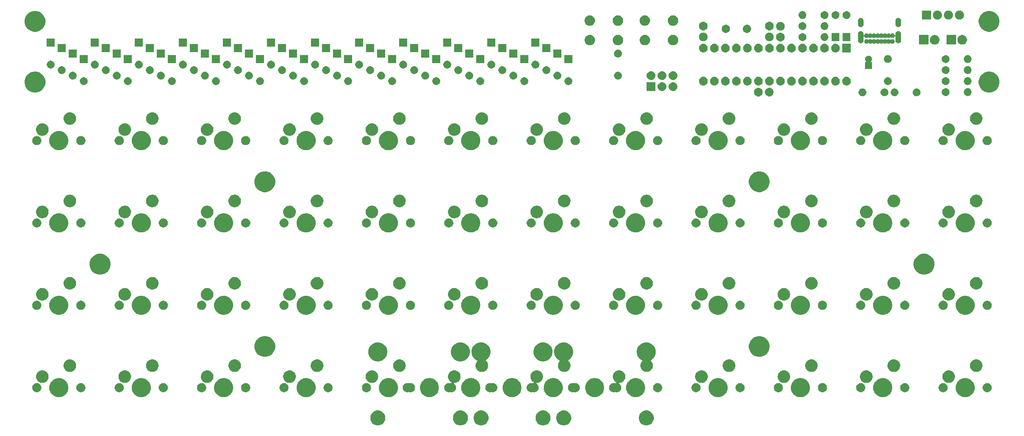
<source format=gts>
G04 #@! TF.GenerationSoftware,KiCad,Pcbnew,(5.1.2)-1*
G04 #@! TF.CreationDate,2020-06-13T20:10:12-05:00*
G04 #@! TF.ProjectId,plaid,706c6169-642e-46b6-9963-61645f706362,rev?*
G04 #@! TF.SameCoordinates,PX2faf080PY2faf080*
G04 #@! TF.FileFunction,Soldermask,Top*
G04 #@! TF.FilePolarity,Negative*
%FSLAX46Y46*%
G04 Gerber Fmt 4.6, Leading zero omitted, Abs format (unit mm)*
G04 Created by KiCad (PCBNEW (5.1.2)-1) date 2020-06-13 20:10:12*
%MOMM*%
%LPD*%
G04 APERTURE LIST*
%ADD10C,0.100000*%
G04 APERTURE END LIST*
D10*
G36*
X145459122Y-93827252D02*
G01*
X145459124Y-93827253D01*
X145459125Y-93827253D01*
X145772872Y-93957212D01*
X146055235Y-94145880D01*
X146295370Y-94386015D01*
X146484038Y-94668378D01*
X146613997Y-94982125D01*
X146680250Y-95315203D01*
X146680250Y-95654797D01*
X146613997Y-95987875D01*
X146484038Y-96301622D01*
X146295370Y-96583985D01*
X146055235Y-96824120D01*
X145772872Y-97012788D01*
X145459125Y-97142747D01*
X145459124Y-97142747D01*
X145459122Y-97142748D01*
X145126049Y-97209000D01*
X144786451Y-97209000D01*
X144453378Y-97142748D01*
X144453376Y-97142747D01*
X144453375Y-97142747D01*
X144139628Y-97012788D01*
X143857265Y-96824120D01*
X143617130Y-96583985D01*
X143428462Y-96301622D01*
X143298503Y-95987875D01*
X143232250Y-95654797D01*
X143232250Y-95315203D01*
X143298503Y-94982125D01*
X143428462Y-94668378D01*
X143617130Y-94386015D01*
X143857265Y-94145880D01*
X144139628Y-93957212D01*
X144453375Y-93827253D01*
X144453376Y-93827253D01*
X144453378Y-93827252D01*
X144786451Y-93761000D01*
X145126049Y-93761000D01*
X145459122Y-93827252D01*
X145459122Y-93827252D01*
G37*
G36*
X121646622Y-93827252D02*
G01*
X121646624Y-93827253D01*
X121646625Y-93827253D01*
X121960372Y-93957212D01*
X122242735Y-94145880D01*
X122482870Y-94386015D01*
X122671538Y-94668378D01*
X122801497Y-94982125D01*
X122867750Y-95315203D01*
X122867750Y-95654797D01*
X122801497Y-95987875D01*
X122671538Y-96301622D01*
X122482870Y-96583985D01*
X122242735Y-96824120D01*
X121960372Y-97012788D01*
X121646625Y-97142747D01*
X121646624Y-97142747D01*
X121646622Y-97142748D01*
X121313549Y-97209000D01*
X120973951Y-97209000D01*
X120640878Y-97142748D01*
X120640876Y-97142747D01*
X120640875Y-97142747D01*
X120327128Y-97012788D01*
X120044765Y-96824120D01*
X119804630Y-96583985D01*
X119615962Y-96301622D01*
X119486003Y-95987875D01*
X119419750Y-95654797D01*
X119419750Y-95315203D01*
X119486003Y-94982125D01*
X119615962Y-94668378D01*
X119804630Y-94386015D01*
X120044765Y-94145880D01*
X120327128Y-93957212D01*
X120640875Y-93827253D01*
X120640876Y-93827253D01*
X120640878Y-93827252D01*
X120973951Y-93761000D01*
X121313549Y-93761000D01*
X121646622Y-93827252D01*
X121646622Y-93827252D01*
G37*
G36*
X107359122Y-93827252D02*
G01*
X107359124Y-93827253D01*
X107359125Y-93827253D01*
X107672872Y-93957212D01*
X107955235Y-94145880D01*
X108195370Y-94386015D01*
X108384038Y-94668378D01*
X108513997Y-94982125D01*
X108580250Y-95315203D01*
X108580250Y-95654797D01*
X108513997Y-95987875D01*
X108384038Y-96301622D01*
X108195370Y-96583985D01*
X107955235Y-96824120D01*
X107672872Y-97012788D01*
X107359125Y-97142747D01*
X107359124Y-97142747D01*
X107359122Y-97142748D01*
X107026049Y-97209000D01*
X106686451Y-97209000D01*
X106353378Y-97142748D01*
X106353376Y-97142747D01*
X106353375Y-97142747D01*
X106039628Y-97012788D01*
X105757265Y-96824120D01*
X105517130Y-96583985D01*
X105328462Y-96301622D01*
X105198503Y-95987875D01*
X105132250Y-95654797D01*
X105132250Y-95315203D01*
X105198503Y-94982125D01*
X105328462Y-94668378D01*
X105517130Y-94386015D01*
X105757265Y-94145880D01*
X106039628Y-93957212D01*
X106353375Y-93827253D01*
X106353376Y-93827253D01*
X106353378Y-93827252D01*
X106686451Y-93761000D01*
X107026049Y-93761000D01*
X107359122Y-93827252D01*
X107359122Y-93827252D01*
G37*
G36*
X83546622Y-93827252D02*
G01*
X83546624Y-93827253D01*
X83546625Y-93827253D01*
X83860372Y-93957212D01*
X84142735Y-94145880D01*
X84382870Y-94386015D01*
X84571538Y-94668378D01*
X84701497Y-94982125D01*
X84767750Y-95315203D01*
X84767750Y-95654797D01*
X84701497Y-95987875D01*
X84571538Y-96301622D01*
X84382870Y-96583985D01*
X84142735Y-96824120D01*
X83860372Y-97012788D01*
X83546625Y-97142747D01*
X83546624Y-97142747D01*
X83546622Y-97142748D01*
X83213549Y-97209000D01*
X82873951Y-97209000D01*
X82540878Y-97142748D01*
X82540876Y-97142747D01*
X82540875Y-97142747D01*
X82227128Y-97012788D01*
X81944765Y-96824120D01*
X81704630Y-96583985D01*
X81515962Y-96301622D01*
X81386003Y-95987875D01*
X81319750Y-95654797D01*
X81319750Y-95315203D01*
X81386003Y-94982125D01*
X81515962Y-94668378D01*
X81704630Y-94386015D01*
X81944765Y-94145880D01*
X82227128Y-93957212D01*
X82540875Y-93827253D01*
X82540876Y-93827253D01*
X82540878Y-93827252D01*
X82873951Y-93761000D01*
X83213549Y-93761000D01*
X83546622Y-93827252D01*
X83546622Y-93827252D01*
G37*
G36*
X102596622Y-93827252D02*
G01*
X102596624Y-93827253D01*
X102596625Y-93827253D01*
X102910372Y-93957212D01*
X103192735Y-94145880D01*
X103432870Y-94386015D01*
X103621538Y-94668378D01*
X103751497Y-94982125D01*
X103817750Y-95315203D01*
X103817750Y-95654797D01*
X103751497Y-95987875D01*
X103621538Y-96301622D01*
X103432870Y-96583985D01*
X103192735Y-96824120D01*
X102910372Y-97012788D01*
X102596625Y-97142747D01*
X102596624Y-97142747D01*
X102596622Y-97142748D01*
X102263549Y-97209000D01*
X101923951Y-97209000D01*
X101590878Y-97142748D01*
X101590876Y-97142747D01*
X101590875Y-97142747D01*
X101277128Y-97012788D01*
X100994765Y-96824120D01*
X100754630Y-96583985D01*
X100565962Y-96301622D01*
X100436003Y-95987875D01*
X100369750Y-95654797D01*
X100369750Y-95315203D01*
X100436003Y-94982125D01*
X100565962Y-94668378D01*
X100754630Y-94386015D01*
X100994765Y-94145880D01*
X101277128Y-93957212D01*
X101590875Y-93827253D01*
X101590876Y-93827253D01*
X101590878Y-93827252D01*
X101923951Y-93761000D01*
X102263549Y-93761000D01*
X102596622Y-93827252D01*
X102596622Y-93827252D01*
G37*
G36*
X126409122Y-93827252D02*
G01*
X126409124Y-93827253D01*
X126409125Y-93827253D01*
X126722872Y-93957212D01*
X127005235Y-94145880D01*
X127245370Y-94386015D01*
X127434038Y-94668378D01*
X127563997Y-94982125D01*
X127630250Y-95315203D01*
X127630250Y-95654797D01*
X127563997Y-95987875D01*
X127434038Y-96301622D01*
X127245370Y-96583985D01*
X127005235Y-96824120D01*
X126722872Y-97012788D01*
X126409125Y-97142747D01*
X126409124Y-97142747D01*
X126409122Y-97142748D01*
X126076049Y-97209000D01*
X125736451Y-97209000D01*
X125403378Y-97142748D01*
X125403376Y-97142747D01*
X125403375Y-97142747D01*
X125089628Y-97012788D01*
X124807265Y-96824120D01*
X124567130Y-96583985D01*
X124378462Y-96301622D01*
X124248503Y-95987875D01*
X124182250Y-95654797D01*
X124182250Y-95315203D01*
X124248503Y-94982125D01*
X124378462Y-94668378D01*
X124567130Y-94386015D01*
X124807265Y-94145880D01*
X125089628Y-93957212D01*
X125403375Y-93827253D01*
X125403376Y-93827253D01*
X125403378Y-93827252D01*
X125736451Y-93761000D01*
X126076049Y-93761000D01*
X126409122Y-93827252D01*
X126409122Y-93827252D01*
G37*
G36*
X104886695Y-86333818D02*
G01*
X105141719Y-86384545D01*
X105413821Y-86497254D01*
X105542091Y-86550385D01*
X105686437Y-86646834D01*
X105902417Y-86791147D01*
X106208853Y-87097583D01*
X106308997Y-87247459D01*
X106449615Y-87457909D01*
X106471191Y-87509999D01*
X106615455Y-87858281D01*
X106700000Y-88283321D01*
X106700000Y-88716679D01*
X106615455Y-89141719D01*
X106502746Y-89413821D01*
X106449615Y-89542091D01*
X106208852Y-89902418D01*
X105902418Y-90208852D01*
X105542091Y-90449615D01*
X105413821Y-90502746D01*
X105141719Y-90615455D01*
X104886695Y-90666182D01*
X104716681Y-90700000D01*
X104283319Y-90700000D01*
X104113305Y-90666182D01*
X103858281Y-90615455D01*
X103586179Y-90502746D01*
X103457909Y-90449615D01*
X103097582Y-90208852D01*
X102791148Y-89902418D01*
X102550385Y-89542091D01*
X102497254Y-89413821D01*
X102384545Y-89141719D01*
X102300000Y-88716679D01*
X102300000Y-88283321D01*
X102384545Y-87858281D01*
X102528809Y-87509999D01*
X102550385Y-87457909D01*
X102691003Y-87247459D01*
X102791147Y-87097583D01*
X103097583Y-86791147D01*
X103313563Y-86646834D01*
X103457909Y-86550385D01*
X103586179Y-86497254D01*
X103858281Y-86384545D01*
X104113305Y-86333818D01*
X104283319Y-86300000D01*
X104716681Y-86300000D01*
X104886695Y-86333818D01*
X104886695Y-86333818D01*
G37*
G36*
X9886695Y-86333818D02*
G01*
X10141719Y-86384545D01*
X10413821Y-86497254D01*
X10542091Y-86550385D01*
X10686437Y-86646834D01*
X10902417Y-86791147D01*
X11208853Y-87097583D01*
X11308997Y-87247459D01*
X11449615Y-87457909D01*
X11471191Y-87509999D01*
X11615455Y-87858281D01*
X11700000Y-88283321D01*
X11700000Y-88716679D01*
X11615455Y-89141719D01*
X11502746Y-89413821D01*
X11449615Y-89542091D01*
X11208852Y-89902418D01*
X10902418Y-90208852D01*
X10542091Y-90449615D01*
X10413821Y-90502746D01*
X10141719Y-90615455D01*
X9886695Y-90666182D01*
X9716681Y-90700000D01*
X9283319Y-90700000D01*
X9113305Y-90666182D01*
X8858281Y-90615455D01*
X8586179Y-90502746D01*
X8457909Y-90449615D01*
X8097582Y-90208852D01*
X7791148Y-89902418D01*
X7550385Y-89542091D01*
X7497254Y-89413821D01*
X7384545Y-89141719D01*
X7300000Y-88716679D01*
X7300000Y-88283321D01*
X7384545Y-87858281D01*
X7528809Y-87509999D01*
X7550385Y-87457909D01*
X7691003Y-87247459D01*
X7791147Y-87097583D01*
X8097583Y-86791147D01*
X8313563Y-86646834D01*
X8457909Y-86550385D01*
X8586179Y-86497254D01*
X8858281Y-86384545D01*
X9113305Y-86333818D01*
X9283319Y-86300000D01*
X9716681Y-86300000D01*
X9886695Y-86333818D01*
X9886695Y-86333818D01*
G37*
G36*
X28886695Y-86333818D02*
G01*
X29141719Y-86384545D01*
X29413821Y-86497254D01*
X29542091Y-86550385D01*
X29686437Y-86646834D01*
X29902417Y-86791147D01*
X30208853Y-87097583D01*
X30308997Y-87247459D01*
X30449615Y-87457909D01*
X30471191Y-87509999D01*
X30615455Y-87858281D01*
X30700000Y-88283321D01*
X30700000Y-88716679D01*
X30615455Y-89141719D01*
X30502746Y-89413821D01*
X30449615Y-89542091D01*
X30208852Y-89902418D01*
X29902418Y-90208852D01*
X29542091Y-90449615D01*
X29413821Y-90502746D01*
X29141719Y-90615455D01*
X28886695Y-90666182D01*
X28716681Y-90700000D01*
X28283319Y-90700000D01*
X28113305Y-90666182D01*
X27858281Y-90615455D01*
X27586179Y-90502746D01*
X27457909Y-90449615D01*
X27097582Y-90208852D01*
X26791148Y-89902418D01*
X26550385Y-89542091D01*
X26497254Y-89413821D01*
X26384545Y-89141719D01*
X26300000Y-88716679D01*
X26300000Y-88283321D01*
X26384545Y-87858281D01*
X26528809Y-87509999D01*
X26550385Y-87457909D01*
X26691003Y-87247459D01*
X26791147Y-87097583D01*
X27097583Y-86791147D01*
X27313563Y-86646834D01*
X27457909Y-86550385D01*
X27586179Y-86497254D01*
X27858281Y-86384545D01*
X28113305Y-86333818D01*
X28283319Y-86300000D01*
X28716681Y-86300000D01*
X28886695Y-86333818D01*
X28886695Y-86333818D01*
G37*
G36*
X123886695Y-86333818D02*
G01*
X124141719Y-86384545D01*
X124413821Y-86497254D01*
X124542091Y-86550385D01*
X124686437Y-86646834D01*
X124902417Y-86791147D01*
X125208853Y-87097583D01*
X125308997Y-87247459D01*
X125449615Y-87457909D01*
X125471191Y-87509999D01*
X125615455Y-87858281D01*
X125700000Y-88283321D01*
X125700000Y-88716679D01*
X125615455Y-89141719D01*
X125502746Y-89413821D01*
X125449615Y-89542091D01*
X125208852Y-89902418D01*
X124902418Y-90208852D01*
X124542091Y-90449615D01*
X124413821Y-90502746D01*
X124141719Y-90615455D01*
X123886695Y-90666182D01*
X123716681Y-90700000D01*
X123283319Y-90700000D01*
X123113305Y-90666182D01*
X122858281Y-90615455D01*
X122586179Y-90502746D01*
X122457909Y-90449615D01*
X122097582Y-90208852D01*
X121791148Y-89902418D01*
X121550385Y-89542091D01*
X121497254Y-89413821D01*
X121384545Y-89141719D01*
X121300000Y-88716679D01*
X121300000Y-88283321D01*
X121384545Y-87858281D01*
X121528809Y-87509999D01*
X121550385Y-87457909D01*
X121691003Y-87247459D01*
X121791147Y-87097583D01*
X122097583Y-86791147D01*
X122313563Y-86646834D01*
X122457909Y-86550385D01*
X122586179Y-86497254D01*
X122858281Y-86384545D01*
X123113305Y-86333818D01*
X123283319Y-86300000D01*
X123716681Y-86300000D01*
X123886695Y-86333818D01*
X123886695Y-86333818D01*
G37*
G36*
X47886695Y-86333818D02*
G01*
X48141719Y-86384545D01*
X48413821Y-86497254D01*
X48542091Y-86550385D01*
X48686437Y-86646834D01*
X48902417Y-86791147D01*
X49208853Y-87097583D01*
X49308997Y-87247459D01*
X49449615Y-87457909D01*
X49471191Y-87509999D01*
X49615455Y-87858281D01*
X49700000Y-88283321D01*
X49700000Y-88716679D01*
X49615455Y-89141719D01*
X49502746Y-89413821D01*
X49449615Y-89542091D01*
X49208852Y-89902418D01*
X48902418Y-90208852D01*
X48542091Y-90449615D01*
X48413821Y-90502746D01*
X48141719Y-90615455D01*
X47886695Y-90666182D01*
X47716681Y-90700000D01*
X47283319Y-90700000D01*
X47113305Y-90666182D01*
X46858281Y-90615455D01*
X46586179Y-90502746D01*
X46457909Y-90449615D01*
X46097582Y-90208852D01*
X45791148Y-89902418D01*
X45550385Y-89542091D01*
X45497254Y-89413821D01*
X45384545Y-89141719D01*
X45300000Y-88716679D01*
X45300000Y-88283321D01*
X45384545Y-87858281D01*
X45528809Y-87509999D01*
X45550385Y-87457909D01*
X45691003Y-87247459D01*
X45791147Y-87097583D01*
X46097583Y-86791147D01*
X46313563Y-86646834D01*
X46457909Y-86550385D01*
X46586179Y-86497254D01*
X46858281Y-86384545D01*
X47113305Y-86333818D01*
X47283319Y-86300000D01*
X47716681Y-86300000D01*
X47886695Y-86333818D01*
X47886695Y-86333818D01*
G37*
G36*
X85886695Y-86333818D02*
G01*
X86141719Y-86384545D01*
X86413821Y-86497254D01*
X86542091Y-86550385D01*
X86686437Y-86646834D01*
X86902417Y-86791147D01*
X87208853Y-87097583D01*
X87308997Y-87247459D01*
X87449615Y-87457909D01*
X87471191Y-87509999D01*
X87615455Y-87858281D01*
X87700000Y-88283321D01*
X87700000Y-88716679D01*
X87615455Y-89141719D01*
X87502746Y-89413821D01*
X87449615Y-89542091D01*
X87208852Y-89902418D01*
X86902418Y-90208852D01*
X86542091Y-90449615D01*
X86413821Y-90502746D01*
X86141719Y-90615455D01*
X85886695Y-90666182D01*
X85716681Y-90700000D01*
X85283319Y-90700000D01*
X85113305Y-90666182D01*
X84858281Y-90615455D01*
X84586179Y-90502746D01*
X84457909Y-90449615D01*
X84097582Y-90208852D01*
X83791148Y-89902418D01*
X83550385Y-89542091D01*
X83497254Y-89413821D01*
X83384545Y-89141719D01*
X83300000Y-88716679D01*
X83300000Y-88283321D01*
X83384545Y-87858281D01*
X83528809Y-87509999D01*
X83550385Y-87457909D01*
X83691003Y-87247459D01*
X83791147Y-87097583D01*
X84097583Y-86791147D01*
X84313563Y-86646834D01*
X84457909Y-86550385D01*
X84586179Y-86497254D01*
X84858281Y-86384545D01*
X85113305Y-86333818D01*
X85283319Y-86300000D01*
X85716681Y-86300000D01*
X85886695Y-86333818D01*
X85886695Y-86333818D01*
G37*
G36*
X218886695Y-86333818D02*
G01*
X219141719Y-86384545D01*
X219413821Y-86497254D01*
X219542091Y-86550385D01*
X219686437Y-86646834D01*
X219902417Y-86791147D01*
X220208853Y-87097583D01*
X220308997Y-87247459D01*
X220449615Y-87457909D01*
X220471191Y-87509999D01*
X220615455Y-87858281D01*
X220700000Y-88283321D01*
X220700000Y-88716679D01*
X220615455Y-89141719D01*
X220502746Y-89413821D01*
X220449615Y-89542091D01*
X220208852Y-89902418D01*
X219902418Y-90208852D01*
X219542091Y-90449615D01*
X219413821Y-90502746D01*
X219141719Y-90615455D01*
X218886695Y-90666182D01*
X218716681Y-90700000D01*
X218283319Y-90700000D01*
X218113305Y-90666182D01*
X217858281Y-90615455D01*
X217586179Y-90502746D01*
X217457909Y-90449615D01*
X217097582Y-90208852D01*
X216791148Y-89902418D01*
X216550385Y-89542091D01*
X216497254Y-89413821D01*
X216384545Y-89141719D01*
X216300000Y-88716679D01*
X216300000Y-88283321D01*
X216384545Y-87858281D01*
X216528809Y-87509999D01*
X216550385Y-87457909D01*
X216691003Y-87247459D01*
X216791147Y-87097583D01*
X217097583Y-86791147D01*
X217313563Y-86646834D01*
X217457909Y-86550385D01*
X217586179Y-86497254D01*
X217858281Y-86384545D01*
X218113305Y-86333818D01*
X218283319Y-86300000D01*
X218716681Y-86300000D01*
X218886695Y-86333818D01*
X218886695Y-86333818D01*
G37*
G36*
X199886695Y-86333818D02*
G01*
X200141719Y-86384545D01*
X200413821Y-86497254D01*
X200542091Y-86550385D01*
X200686437Y-86646834D01*
X200902417Y-86791147D01*
X201208853Y-87097583D01*
X201308997Y-87247459D01*
X201449615Y-87457909D01*
X201471191Y-87509999D01*
X201615455Y-87858281D01*
X201700000Y-88283321D01*
X201700000Y-88716679D01*
X201615455Y-89141719D01*
X201502746Y-89413821D01*
X201449615Y-89542091D01*
X201208852Y-89902418D01*
X200902418Y-90208852D01*
X200542091Y-90449615D01*
X200413821Y-90502746D01*
X200141719Y-90615455D01*
X199886695Y-90666182D01*
X199716681Y-90700000D01*
X199283319Y-90700000D01*
X199113305Y-90666182D01*
X198858281Y-90615455D01*
X198586179Y-90502746D01*
X198457909Y-90449615D01*
X198097582Y-90208852D01*
X197791148Y-89902418D01*
X197550385Y-89542091D01*
X197497254Y-89413821D01*
X197384545Y-89141719D01*
X197300000Y-88716679D01*
X197300000Y-88283321D01*
X197384545Y-87858281D01*
X197528809Y-87509999D01*
X197550385Y-87457909D01*
X197691003Y-87247459D01*
X197791147Y-87097583D01*
X198097583Y-86791147D01*
X198313563Y-86646834D01*
X198457909Y-86550385D01*
X198586179Y-86497254D01*
X198858281Y-86384545D01*
X199113305Y-86333818D01*
X199283319Y-86300000D01*
X199716681Y-86300000D01*
X199886695Y-86333818D01*
X199886695Y-86333818D01*
G37*
G36*
X180886695Y-86333818D02*
G01*
X181141719Y-86384545D01*
X181413821Y-86497254D01*
X181542091Y-86550385D01*
X181686437Y-86646834D01*
X181902417Y-86791147D01*
X182208853Y-87097583D01*
X182308997Y-87247459D01*
X182449615Y-87457909D01*
X182471191Y-87509999D01*
X182615455Y-87858281D01*
X182700000Y-88283321D01*
X182700000Y-88716679D01*
X182615455Y-89141719D01*
X182502746Y-89413821D01*
X182449615Y-89542091D01*
X182208852Y-89902418D01*
X181902418Y-90208852D01*
X181542091Y-90449615D01*
X181413821Y-90502746D01*
X181141719Y-90615455D01*
X180886695Y-90666182D01*
X180716681Y-90700000D01*
X180283319Y-90700000D01*
X180113305Y-90666182D01*
X179858281Y-90615455D01*
X179586179Y-90502746D01*
X179457909Y-90449615D01*
X179097582Y-90208852D01*
X178791148Y-89902418D01*
X178550385Y-89542091D01*
X178497254Y-89413821D01*
X178384545Y-89141719D01*
X178300000Y-88716679D01*
X178300000Y-88283321D01*
X178384545Y-87858281D01*
X178528809Y-87509999D01*
X178550385Y-87457909D01*
X178691003Y-87247459D01*
X178791147Y-87097583D01*
X179097583Y-86791147D01*
X179313563Y-86646834D01*
X179457909Y-86550385D01*
X179586179Y-86497254D01*
X179858281Y-86384545D01*
X180113305Y-86333818D01*
X180283319Y-86300000D01*
X180716681Y-86300000D01*
X180886695Y-86333818D01*
X180886695Y-86333818D01*
G37*
G36*
X66886695Y-86333818D02*
G01*
X67141719Y-86384545D01*
X67413821Y-86497254D01*
X67542091Y-86550385D01*
X67686437Y-86646834D01*
X67902417Y-86791147D01*
X68208853Y-87097583D01*
X68308997Y-87247459D01*
X68449615Y-87457909D01*
X68471191Y-87509999D01*
X68615455Y-87858281D01*
X68700000Y-88283321D01*
X68700000Y-88716679D01*
X68615455Y-89141719D01*
X68502746Y-89413821D01*
X68449615Y-89542091D01*
X68208852Y-89902418D01*
X67902418Y-90208852D01*
X67542091Y-90449615D01*
X67413821Y-90502746D01*
X67141719Y-90615455D01*
X66886695Y-90666182D01*
X66716681Y-90700000D01*
X66283319Y-90700000D01*
X66113305Y-90666182D01*
X65858281Y-90615455D01*
X65586179Y-90502746D01*
X65457909Y-90449615D01*
X65097582Y-90208852D01*
X64791148Y-89902418D01*
X64550385Y-89542091D01*
X64497254Y-89413821D01*
X64384545Y-89141719D01*
X64300000Y-88716679D01*
X64300000Y-88283321D01*
X64384545Y-87858281D01*
X64528809Y-87509999D01*
X64550385Y-87457909D01*
X64691003Y-87247459D01*
X64791147Y-87097583D01*
X65097583Y-86791147D01*
X65313563Y-86646834D01*
X65457909Y-86550385D01*
X65586179Y-86497254D01*
X65858281Y-86384545D01*
X66113305Y-86333818D01*
X66283319Y-86300000D01*
X66716681Y-86300000D01*
X66886695Y-86333818D01*
X66886695Y-86333818D01*
G37*
G36*
X142886695Y-86333818D02*
G01*
X143141719Y-86384545D01*
X143413821Y-86497254D01*
X143542091Y-86550385D01*
X143686437Y-86646834D01*
X143902417Y-86791147D01*
X144208853Y-87097583D01*
X144308997Y-87247459D01*
X144449615Y-87457909D01*
X144471191Y-87509999D01*
X144615455Y-87858281D01*
X144700000Y-88283321D01*
X144700000Y-88716679D01*
X144615455Y-89141719D01*
X144502746Y-89413821D01*
X144449615Y-89542091D01*
X144208852Y-89902418D01*
X143902418Y-90208852D01*
X143542091Y-90449615D01*
X143413821Y-90502746D01*
X143141719Y-90615455D01*
X142886695Y-90666182D01*
X142716681Y-90700000D01*
X142283319Y-90700000D01*
X142113305Y-90666182D01*
X141858281Y-90615455D01*
X141586179Y-90502746D01*
X141457909Y-90449615D01*
X141097582Y-90208852D01*
X140791148Y-89902418D01*
X140550385Y-89542091D01*
X140497254Y-89413821D01*
X140384545Y-89141719D01*
X140300000Y-88716679D01*
X140300000Y-88283321D01*
X140384545Y-87858281D01*
X140528809Y-87509999D01*
X140550385Y-87457909D01*
X140691003Y-87247459D01*
X140791147Y-87097583D01*
X141097583Y-86791147D01*
X141313563Y-86646834D01*
X141457909Y-86550385D01*
X141586179Y-86497254D01*
X141858281Y-86384545D01*
X142113305Y-86333818D01*
X142283319Y-86300000D01*
X142716681Y-86300000D01*
X142886695Y-86333818D01*
X142886695Y-86333818D01*
G37*
G36*
X161886695Y-86333818D02*
G01*
X162141719Y-86384545D01*
X162413821Y-86497254D01*
X162542091Y-86550385D01*
X162686437Y-86646834D01*
X162902417Y-86791147D01*
X163208853Y-87097583D01*
X163308997Y-87247459D01*
X163449615Y-87457909D01*
X163471191Y-87509999D01*
X163615455Y-87858281D01*
X163700000Y-88283321D01*
X163700000Y-88716679D01*
X163615455Y-89141719D01*
X163502746Y-89413821D01*
X163449615Y-89542091D01*
X163208852Y-89902418D01*
X162902418Y-90208852D01*
X162542091Y-90449615D01*
X162413821Y-90502746D01*
X162141719Y-90615455D01*
X161886695Y-90666182D01*
X161716681Y-90700000D01*
X161283319Y-90700000D01*
X161113305Y-90666182D01*
X160858281Y-90615455D01*
X160586179Y-90502746D01*
X160457909Y-90449615D01*
X160097582Y-90208852D01*
X159791148Y-89902418D01*
X159550385Y-89542091D01*
X159497254Y-89413821D01*
X159384545Y-89141719D01*
X159300000Y-88716679D01*
X159300000Y-88283321D01*
X159384545Y-87858281D01*
X159528809Y-87509999D01*
X159550385Y-87457909D01*
X159691003Y-87247459D01*
X159791147Y-87097583D01*
X160097583Y-86791147D01*
X160313563Y-86646834D01*
X160457909Y-86550385D01*
X160586179Y-86497254D01*
X160858281Y-86384545D01*
X161113305Y-86333818D01*
X161283319Y-86300000D01*
X161716681Y-86300000D01*
X161886695Y-86333818D01*
X161886695Y-86333818D01*
G37*
G36*
X114385623Y-86339824D02*
G01*
X114639940Y-86390411D01*
X115039201Y-86555791D01*
X115398530Y-86795887D01*
X115704113Y-87101470D01*
X115944209Y-87460799D01*
X116109589Y-87860060D01*
X116160176Y-88114377D01*
X116193900Y-88283920D01*
X116193900Y-88716080D01*
X116193780Y-88716681D01*
X116109589Y-89139940D01*
X115944209Y-89539201D01*
X115704113Y-89898530D01*
X115398530Y-90204113D01*
X115039201Y-90444209D01*
X114639940Y-90609589D01*
X114385623Y-90660176D01*
X114216080Y-90693900D01*
X113783920Y-90693900D01*
X113614377Y-90660176D01*
X113360060Y-90609589D01*
X112960799Y-90444209D01*
X112601470Y-90204113D01*
X112295887Y-89898530D01*
X112055791Y-89539201D01*
X111890411Y-89139940D01*
X111806220Y-88716681D01*
X111806100Y-88716080D01*
X111806100Y-88283920D01*
X111839824Y-88114377D01*
X111890411Y-87860060D01*
X112055791Y-87460799D01*
X112295887Y-87101470D01*
X112601470Y-86795887D01*
X112960799Y-86555791D01*
X113360060Y-86390411D01*
X113614377Y-86339824D01*
X113783920Y-86306100D01*
X114216080Y-86306100D01*
X114385623Y-86339824D01*
X114385623Y-86339824D01*
G37*
G36*
X133435623Y-86339824D02*
G01*
X133689940Y-86390411D01*
X134089201Y-86555791D01*
X134448530Y-86795887D01*
X134754113Y-87101470D01*
X134994209Y-87460799D01*
X135159589Y-87860060D01*
X135210176Y-88114377D01*
X135243900Y-88283920D01*
X135243900Y-88716080D01*
X135243780Y-88716681D01*
X135159589Y-89139940D01*
X134994209Y-89539201D01*
X134754113Y-89898530D01*
X134448530Y-90204113D01*
X134089201Y-90444209D01*
X133689940Y-90609589D01*
X133435623Y-90660176D01*
X133266080Y-90693900D01*
X132833920Y-90693900D01*
X132664377Y-90660176D01*
X132410060Y-90609589D01*
X132010799Y-90444209D01*
X131651470Y-90204113D01*
X131345887Y-89898530D01*
X131105791Y-89539201D01*
X130940411Y-89139940D01*
X130856220Y-88716681D01*
X130856100Y-88716080D01*
X130856100Y-88283920D01*
X130889824Y-88114377D01*
X130940411Y-87860060D01*
X131105791Y-87460799D01*
X131345887Y-87101470D01*
X131651470Y-86795887D01*
X132010799Y-86555791D01*
X132410060Y-86390411D01*
X132664377Y-86339824D01*
X132833920Y-86306100D01*
X133266080Y-86306100D01*
X133435623Y-86339824D01*
X133435623Y-86339824D01*
G37*
G36*
X95335623Y-86339824D02*
G01*
X95589940Y-86390411D01*
X95989201Y-86555791D01*
X96348530Y-86795887D01*
X96654113Y-87101470D01*
X96894209Y-87460799D01*
X97059589Y-87860060D01*
X97110176Y-88114377D01*
X97143900Y-88283920D01*
X97143900Y-88716080D01*
X97143780Y-88716681D01*
X97059589Y-89139940D01*
X96894209Y-89539201D01*
X96654113Y-89898530D01*
X96348530Y-90204113D01*
X95989201Y-90444209D01*
X95589940Y-90609589D01*
X95335623Y-90660176D01*
X95166080Y-90693900D01*
X94733920Y-90693900D01*
X94564377Y-90660176D01*
X94310060Y-90609589D01*
X93910799Y-90444209D01*
X93551470Y-90204113D01*
X93245887Y-89898530D01*
X93005791Y-89539201D01*
X92840411Y-89139940D01*
X92756220Y-88716681D01*
X92756100Y-88716080D01*
X92756100Y-88283920D01*
X92789824Y-88114377D01*
X92840411Y-87860060D01*
X93005791Y-87460799D01*
X93245887Y-87101470D01*
X93551470Y-86795887D01*
X93910799Y-86555791D01*
X94310060Y-86390411D01*
X94564377Y-86339824D01*
X94733920Y-86306100D01*
X95166080Y-86306100D01*
X95335623Y-86339824D01*
X95335623Y-86339824D01*
G37*
G36*
X138944867Y-84532289D02*
G01*
X139112952Y-84565723D01*
X139292292Y-84640009D01*
X139376833Y-84675027D01*
X139614321Y-84833711D01*
X139816289Y-85035679D01*
X139974973Y-85273167D01*
X140009991Y-85357708D01*
X140084277Y-85537048D01*
X140140000Y-85817189D01*
X140140000Y-86102811D01*
X140084277Y-86382952D01*
X140014923Y-86550385D01*
X139974973Y-86646833D01*
X139974972Y-86646834D01*
X139816290Y-86884320D01*
X139614320Y-87086290D01*
X139591601Y-87101470D01*
X139376833Y-87244973D01*
X139292292Y-87279991D01*
X139112952Y-87354277D01*
X138944867Y-87387711D01*
X138832813Y-87410000D01*
X138763300Y-87410000D01*
X138743791Y-87411921D01*
X138725032Y-87417612D01*
X138707744Y-87426853D01*
X138692590Y-87439289D01*
X138680154Y-87454443D01*
X138670913Y-87471731D01*
X138665222Y-87490490D01*
X138663301Y-87509999D01*
X138665222Y-87529508D01*
X138670913Y-87548267D01*
X138680154Y-87565555D01*
X138692590Y-87580709D01*
X138707744Y-87593145D01*
X138815271Y-87664992D01*
X138965007Y-87814728D01*
X139082652Y-87990797D01*
X139163688Y-88186434D01*
X139205000Y-88394122D01*
X139205000Y-88605878D01*
X139163688Y-88813566D01*
X139163687Y-88813568D01*
X139082651Y-89009205D01*
X138965008Y-89185271D01*
X138815271Y-89335008D01*
X138639205Y-89452651D01*
X138639204Y-89452652D01*
X138639203Y-89452652D01*
X138443566Y-89533688D01*
X138235878Y-89575000D01*
X138024122Y-89575000D01*
X137816434Y-89533688D01*
X137775998Y-89516939D01*
X137757243Y-89511250D01*
X137737734Y-89509328D01*
X137718235Y-89511249D01*
X137578569Y-89539030D01*
X137523418Y-89550000D01*
X137316584Y-89550000D01*
X137113726Y-89509650D01*
X136922638Y-89430498D01*
X136750664Y-89315589D01*
X136604411Y-89169336D01*
X136489502Y-88997362D01*
X136410350Y-88806274D01*
X136370000Y-88603416D01*
X136370000Y-88396584D01*
X136410350Y-88193726D01*
X136489502Y-88002638D01*
X136604411Y-87830664D01*
X136750664Y-87684411D01*
X136922638Y-87569502D01*
X137113726Y-87490350D01*
X137316584Y-87450000D01*
X137523418Y-87450000D01*
X137577708Y-87460799D01*
X137718235Y-87488751D01*
X137737734Y-87490672D01*
X137757243Y-87488751D01*
X137775998Y-87483061D01*
X137816434Y-87466312D01*
X137980279Y-87433721D01*
X137999028Y-87428033D01*
X138016316Y-87418792D01*
X138031470Y-87406356D01*
X138043906Y-87391203D01*
X138053147Y-87373914D01*
X138058838Y-87355155D01*
X138060759Y-87335646D01*
X138058838Y-87316137D01*
X138053147Y-87297378D01*
X138043906Y-87280090D01*
X138031470Y-87264936D01*
X138016317Y-87252500D01*
X138006887Y-87247459D01*
X137765680Y-87086290D01*
X137563710Y-86884320D01*
X137405028Y-86646834D01*
X137405027Y-86646833D01*
X137365077Y-86550385D01*
X137295723Y-86382952D01*
X137240000Y-86102811D01*
X137240000Y-85817189D01*
X137295723Y-85537048D01*
X137370009Y-85357708D01*
X137405027Y-85273167D01*
X137563711Y-85035679D01*
X137765679Y-84833711D01*
X138003167Y-84675027D01*
X138087708Y-84640009D01*
X138267048Y-84565723D01*
X138435133Y-84532289D01*
X138547187Y-84510000D01*
X138832813Y-84510000D01*
X138944867Y-84532289D01*
X138944867Y-84532289D01*
G37*
G36*
X90183566Y-87466312D02*
G01*
X90224002Y-87483061D01*
X90242757Y-87488750D01*
X90262266Y-87490672D01*
X90281765Y-87488751D01*
X90422292Y-87460799D01*
X90476582Y-87450000D01*
X90683416Y-87450000D01*
X90886274Y-87490350D01*
X91077362Y-87569502D01*
X91249336Y-87684411D01*
X91395589Y-87830664D01*
X91510498Y-88002638D01*
X91589650Y-88193726D01*
X91630000Y-88396584D01*
X91630000Y-88603416D01*
X91589650Y-88806274D01*
X91510498Y-88997362D01*
X91395589Y-89169336D01*
X91249336Y-89315589D01*
X91077362Y-89430498D01*
X90886274Y-89509650D01*
X90683416Y-89550000D01*
X90476582Y-89550000D01*
X90421431Y-89539030D01*
X90281765Y-89511249D01*
X90262266Y-89509328D01*
X90242757Y-89511249D01*
X90224002Y-89516939D01*
X90183566Y-89533688D01*
X89975878Y-89575000D01*
X89764122Y-89575000D01*
X89556434Y-89533688D01*
X89360797Y-89452652D01*
X89360796Y-89452652D01*
X89360795Y-89452651D01*
X89184729Y-89335008D01*
X89034992Y-89185271D01*
X88917349Y-89009205D01*
X88836313Y-88813568D01*
X88836312Y-88813566D01*
X88795000Y-88605878D01*
X88795000Y-88394122D01*
X88836312Y-88186434D01*
X88917348Y-87990797D01*
X89034993Y-87814728D01*
X89184729Y-87664992D01*
X89360795Y-87547349D01*
X89360797Y-87547348D01*
X89556434Y-87466312D01*
X89764122Y-87425000D01*
X89975878Y-87425000D01*
X90183566Y-87466312D01*
X90183566Y-87466312D01*
G37*
G36*
X109233566Y-87466312D02*
G01*
X109257781Y-87476342D01*
X109276536Y-87482031D01*
X109296045Y-87483953D01*
X109315545Y-87482032D01*
X109427507Y-87459762D01*
X109476582Y-87450000D01*
X109683416Y-87450000D01*
X109886274Y-87490350D01*
X110077362Y-87569502D01*
X110249336Y-87684411D01*
X110395589Y-87830664D01*
X110510498Y-88002638D01*
X110589650Y-88193726D01*
X110630000Y-88396584D01*
X110630000Y-88603416D01*
X110589650Y-88806274D01*
X110510498Y-88997362D01*
X110395589Y-89169336D01*
X110249336Y-89315589D01*
X110077362Y-89430498D01*
X109886274Y-89509650D01*
X109683416Y-89550000D01*
X109476582Y-89550000D01*
X109427507Y-89540238D01*
X109315545Y-89517968D01*
X109296045Y-89516047D01*
X109276537Y-89517968D01*
X109257781Y-89523658D01*
X109233566Y-89533688D01*
X109025878Y-89575000D01*
X108814122Y-89575000D01*
X108606434Y-89533688D01*
X108410797Y-89452652D01*
X108410796Y-89452652D01*
X108410795Y-89452651D01*
X108234729Y-89335008D01*
X108084992Y-89185271D01*
X107967349Y-89009205D01*
X107886313Y-88813568D01*
X107886312Y-88813566D01*
X107845000Y-88605878D01*
X107845000Y-88394122D01*
X107886312Y-88186434D01*
X107967348Y-87990797D01*
X108084993Y-87814728D01*
X108234729Y-87664992D01*
X108410795Y-87547349D01*
X108410797Y-87547348D01*
X108606434Y-87466312D01*
X108814122Y-87425000D01*
X109025878Y-87425000D01*
X109233566Y-87466312D01*
X109233566Y-87466312D01*
G37*
G36*
X119944867Y-84532289D02*
G01*
X120112952Y-84565723D01*
X120292292Y-84640009D01*
X120376833Y-84675027D01*
X120614321Y-84833711D01*
X120816289Y-85035679D01*
X120974973Y-85273167D01*
X121009991Y-85357708D01*
X121084277Y-85537048D01*
X121140000Y-85817189D01*
X121140000Y-86102811D01*
X121084277Y-86382952D01*
X121014923Y-86550385D01*
X120974973Y-86646833D01*
X120974972Y-86646834D01*
X120816290Y-86884320D01*
X120614320Y-87086290D01*
X120591601Y-87101470D01*
X120376833Y-87244973D01*
X120292292Y-87279991D01*
X120112952Y-87354277D01*
X119944867Y-87387711D01*
X119832813Y-87410000D01*
X119713300Y-87410000D01*
X119693791Y-87411921D01*
X119675032Y-87417612D01*
X119657744Y-87426853D01*
X119642590Y-87439289D01*
X119630154Y-87454443D01*
X119620913Y-87471731D01*
X119615222Y-87490490D01*
X119613301Y-87509999D01*
X119615222Y-87529508D01*
X119620913Y-87548267D01*
X119630154Y-87565555D01*
X119642590Y-87580709D01*
X119657744Y-87593145D01*
X119765271Y-87664992D01*
X119915007Y-87814728D01*
X120032652Y-87990797D01*
X120113688Y-88186434D01*
X120155000Y-88394122D01*
X120155000Y-88605878D01*
X120113688Y-88813566D01*
X120113687Y-88813568D01*
X120032651Y-89009205D01*
X119915008Y-89185271D01*
X119765271Y-89335008D01*
X119589205Y-89452651D01*
X119589204Y-89452652D01*
X119589203Y-89452652D01*
X119393566Y-89533688D01*
X119185878Y-89575000D01*
X118974122Y-89575000D01*
X118766434Y-89533688D01*
X118742219Y-89523658D01*
X118723464Y-89517969D01*
X118703955Y-89516047D01*
X118684455Y-89517968D01*
X118572493Y-89540238D01*
X118523418Y-89550000D01*
X118316584Y-89550000D01*
X118113726Y-89509650D01*
X117922638Y-89430498D01*
X117750664Y-89315589D01*
X117604411Y-89169336D01*
X117489502Y-88997362D01*
X117410350Y-88806274D01*
X117370000Y-88603416D01*
X117370000Y-88396584D01*
X117410350Y-88193726D01*
X117489502Y-88002638D01*
X117604411Y-87830664D01*
X117750664Y-87684411D01*
X117922638Y-87569502D01*
X118113726Y-87490350D01*
X118316584Y-87450000D01*
X118523418Y-87450000D01*
X118572493Y-87459762D01*
X118684455Y-87482032D01*
X118703955Y-87483953D01*
X118723463Y-87482032D01*
X118742219Y-87476342D01*
X118766434Y-87466312D01*
X118766435Y-87466312D01*
X118766437Y-87466311D01*
X118967346Y-87426347D01*
X118986105Y-87420657D01*
X119003394Y-87411416D01*
X119018547Y-87398980D01*
X119030983Y-87383826D01*
X119040224Y-87366538D01*
X119045915Y-87347778D01*
X119047836Y-87328270D01*
X119045914Y-87308761D01*
X119040224Y-87290002D01*
X119030983Y-87272713D01*
X119018547Y-87257560D01*
X119003393Y-87245124D01*
X118765680Y-87086290D01*
X118563710Y-86884320D01*
X118405028Y-86646834D01*
X118405027Y-86646833D01*
X118365077Y-86550385D01*
X118295723Y-86382952D01*
X118240000Y-86102811D01*
X118240000Y-85817189D01*
X118295723Y-85537048D01*
X118370009Y-85357708D01*
X118405027Y-85273167D01*
X118563711Y-85035679D01*
X118765679Y-84833711D01*
X119003167Y-84675027D01*
X119087708Y-84640009D01*
X119267048Y-84565723D01*
X119435133Y-84532289D01*
X119547187Y-84510000D01*
X119832813Y-84510000D01*
X119944867Y-84532289D01*
X119944867Y-84532289D01*
G37*
G36*
X128283566Y-87466312D02*
G01*
X128291559Y-87469623D01*
X128310312Y-87475312D01*
X128329820Y-87477234D01*
X128349326Y-87475313D01*
X128426292Y-87460004D01*
X128476582Y-87450000D01*
X128683416Y-87450000D01*
X128886274Y-87490350D01*
X129077362Y-87569502D01*
X129249336Y-87684411D01*
X129395589Y-87830664D01*
X129510498Y-88002638D01*
X129589650Y-88193726D01*
X129630000Y-88396584D01*
X129630000Y-88603416D01*
X129589650Y-88806274D01*
X129510498Y-88997362D01*
X129395589Y-89169336D01*
X129249336Y-89315589D01*
X129077362Y-89430498D01*
X128886274Y-89509650D01*
X128683416Y-89550000D01*
X128476582Y-89550000D01*
X128426292Y-89539996D01*
X128349326Y-89524687D01*
X128329823Y-89522766D01*
X128310315Y-89524687D01*
X128291559Y-89530377D01*
X128283566Y-89533688D01*
X128075878Y-89575000D01*
X127864122Y-89575000D01*
X127656434Y-89533688D01*
X127460797Y-89452652D01*
X127460796Y-89452652D01*
X127460795Y-89452651D01*
X127284729Y-89335008D01*
X127134992Y-89185271D01*
X127017349Y-89009205D01*
X126936313Y-88813568D01*
X126936312Y-88813566D01*
X126895000Y-88605878D01*
X126895000Y-88394122D01*
X126936312Y-88186434D01*
X127017348Y-87990797D01*
X127134993Y-87814728D01*
X127284729Y-87664992D01*
X127460795Y-87547349D01*
X127460797Y-87547348D01*
X127656434Y-87466312D01*
X127864122Y-87425000D01*
X128075878Y-87425000D01*
X128283566Y-87466312D01*
X128283566Y-87466312D01*
G37*
G36*
X100944867Y-84532289D02*
G01*
X101112952Y-84565723D01*
X101292292Y-84640009D01*
X101376833Y-84675027D01*
X101614321Y-84833711D01*
X101816289Y-85035679D01*
X101974973Y-85273167D01*
X102009991Y-85357708D01*
X102084277Y-85537048D01*
X102140000Y-85817189D01*
X102140000Y-86102811D01*
X102084277Y-86382952D01*
X102014923Y-86550385D01*
X101974973Y-86646833D01*
X101974972Y-86646834D01*
X101816290Y-86884320D01*
X101614320Y-87086290D01*
X101591601Y-87101470D01*
X101376833Y-87244973D01*
X101292292Y-87279991D01*
X101112952Y-87354277D01*
X100944867Y-87387711D01*
X100832813Y-87410000D01*
X100663300Y-87410000D01*
X100643791Y-87411921D01*
X100625032Y-87417612D01*
X100607744Y-87426853D01*
X100592590Y-87439289D01*
X100580154Y-87454443D01*
X100570913Y-87471731D01*
X100565222Y-87490490D01*
X100563301Y-87509999D01*
X100565222Y-87529508D01*
X100570913Y-87548267D01*
X100580154Y-87565555D01*
X100592590Y-87580709D01*
X100607744Y-87593145D01*
X100715271Y-87664992D01*
X100865007Y-87814728D01*
X100982652Y-87990797D01*
X101063688Y-88186434D01*
X101105000Y-88394122D01*
X101105000Y-88605878D01*
X101063688Y-88813566D01*
X101063687Y-88813568D01*
X100982651Y-89009205D01*
X100865008Y-89185271D01*
X100715271Y-89335008D01*
X100539205Y-89452651D01*
X100539204Y-89452652D01*
X100539203Y-89452652D01*
X100343566Y-89533688D01*
X100135878Y-89575000D01*
X99924122Y-89575000D01*
X99716434Y-89533688D01*
X99708441Y-89530377D01*
X99689688Y-89524688D01*
X99670180Y-89522766D01*
X99650674Y-89524687D01*
X99573708Y-89539996D01*
X99523418Y-89550000D01*
X99316584Y-89550000D01*
X99113726Y-89509650D01*
X98922638Y-89430498D01*
X98750664Y-89315589D01*
X98604411Y-89169336D01*
X98489502Y-88997362D01*
X98410350Y-88806274D01*
X98370000Y-88603416D01*
X98370000Y-88396584D01*
X98410350Y-88193726D01*
X98489502Y-88002638D01*
X98604411Y-87830664D01*
X98750664Y-87684411D01*
X98922638Y-87569502D01*
X99113726Y-87490350D01*
X99316584Y-87450000D01*
X99523418Y-87450000D01*
X99573708Y-87460004D01*
X99650674Y-87475313D01*
X99670177Y-87477234D01*
X99689685Y-87475313D01*
X99708441Y-87469623D01*
X99716434Y-87466312D01*
X99924122Y-87425000D01*
X99942944Y-87425000D01*
X99962453Y-87423079D01*
X99981212Y-87417388D01*
X99998500Y-87408147D01*
X100013654Y-87395711D01*
X100026090Y-87380557D01*
X100035331Y-87363269D01*
X100041022Y-87344510D01*
X100042943Y-87325001D01*
X100041022Y-87305492D01*
X100035331Y-87286733D01*
X100026090Y-87269445D01*
X100013654Y-87254291D01*
X99998500Y-87241855D01*
X99765680Y-87086290D01*
X99563710Y-86884320D01*
X99405028Y-86646834D01*
X99405027Y-86646833D01*
X99365077Y-86550385D01*
X99295723Y-86382952D01*
X99240000Y-86102811D01*
X99240000Y-85817189D01*
X99295723Y-85537048D01*
X99370009Y-85357708D01*
X99405027Y-85273167D01*
X99563711Y-85035679D01*
X99765679Y-84833711D01*
X100003167Y-84675027D01*
X100087708Y-84640009D01*
X100267048Y-84565723D01*
X100435133Y-84532289D01*
X100547187Y-84510000D01*
X100832813Y-84510000D01*
X100944867Y-84532289D01*
X100944867Y-84532289D01*
G37*
G36*
X4726274Y-87490350D02*
G01*
X4917362Y-87569502D01*
X5089336Y-87684411D01*
X5235589Y-87830664D01*
X5350498Y-88002638D01*
X5429650Y-88193726D01*
X5470000Y-88396584D01*
X5470000Y-88603416D01*
X5429650Y-88806274D01*
X5350498Y-88997362D01*
X5235589Y-89169336D01*
X5089336Y-89315589D01*
X4917362Y-89430498D01*
X4726274Y-89509650D01*
X4523416Y-89550000D01*
X4316584Y-89550000D01*
X4113726Y-89509650D01*
X3922638Y-89430498D01*
X3750664Y-89315589D01*
X3604411Y-89169336D01*
X3489502Y-88997362D01*
X3410350Y-88806274D01*
X3370000Y-88603416D01*
X3370000Y-88396584D01*
X3410350Y-88193726D01*
X3489502Y-88002638D01*
X3604411Y-87830664D01*
X3750664Y-87684411D01*
X3922638Y-87569502D01*
X4113726Y-87490350D01*
X4316584Y-87450000D01*
X4523416Y-87450000D01*
X4726274Y-87490350D01*
X4726274Y-87490350D01*
G37*
G36*
X14886274Y-87490350D02*
G01*
X15077362Y-87569502D01*
X15249336Y-87684411D01*
X15395589Y-87830664D01*
X15510498Y-88002638D01*
X15589650Y-88193726D01*
X15630000Y-88396584D01*
X15630000Y-88603416D01*
X15589650Y-88806274D01*
X15510498Y-88997362D01*
X15395589Y-89169336D01*
X15249336Y-89315589D01*
X15077362Y-89430498D01*
X14886274Y-89509650D01*
X14683416Y-89550000D01*
X14476584Y-89550000D01*
X14273726Y-89509650D01*
X14082638Y-89430498D01*
X13910664Y-89315589D01*
X13764411Y-89169336D01*
X13649502Y-88997362D01*
X13570350Y-88806274D01*
X13530000Y-88603416D01*
X13530000Y-88396584D01*
X13570350Y-88193726D01*
X13649502Y-88002638D01*
X13764411Y-87830664D01*
X13910664Y-87684411D01*
X14082638Y-87569502D01*
X14273726Y-87490350D01*
X14476584Y-87450000D01*
X14683416Y-87450000D01*
X14886274Y-87490350D01*
X14886274Y-87490350D01*
G37*
G36*
X23726274Y-87490350D02*
G01*
X23917362Y-87569502D01*
X24089336Y-87684411D01*
X24235589Y-87830664D01*
X24350498Y-88002638D01*
X24429650Y-88193726D01*
X24470000Y-88396584D01*
X24470000Y-88603416D01*
X24429650Y-88806274D01*
X24350498Y-88997362D01*
X24235589Y-89169336D01*
X24089336Y-89315589D01*
X23917362Y-89430498D01*
X23726274Y-89509650D01*
X23523416Y-89550000D01*
X23316584Y-89550000D01*
X23113726Y-89509650D01*
X22922638Y-89430498D01*
X22750664Y-89315589D01*
X22604411Y-89169336D01*
X22489502Y-88997362D01*
X22410350Y-88806274D01*
X22370000Y-88603416D01*
X22370000Y-88396584D01*
X22410350Y-88193726D01*
X22489502Y-88002638D01*
X22604411Y-87830664D01*
X22750664Y-87684411D01*
X22922638Y-87569502D01*
X23113726Y-87490350D01*
X23316584Y-87450000D01*
X23523416Y-87450000D01*
X23726274Y-87490350D01*
X23726274Y-87490350D01*
G37*
G36*
X33886274Y-87490350D02*
G01*
X34077362Y-87569502D01*
X34249336Y-87684411D01*
X34395589Y-87830664D01*
X34510498Y-88002638D01*
X34589650Y-88193726D01*
X34630000Y-88396584D01*
X34630000Y-88603416D01*
X34589650Y-88806274D01*
X34510498Y-88997362D01*
X34395589Y-89169336D01*
X34249336Y-89315589D01*
X34077362Y-89430498D01*
X33886274Y-89509650D01*
X33683416Y-89550000D01*
X33476584Y-89550000D01*
X33273726Y-89509650D01*
X33082638Y-89430498D01*
X32910664Y-89315589D01*
X32764411Y-89169336D01*
X32649502Y-88997362D01*
X32570350Y-88806274D01*
X32530000Y-88603416D01*
X32530000Y-88396584D01*
X32570350Y-88193726D01*
X32649502Y-88002638D01*
X32764411Y-87830664D01*
X32910664Y-87684411D01*
X33082638Y-87569502D01*
X33273726Y-87490350D01*
X33476584Y-87450000D01*
X33683416Y-87450000D01*
X33886274Y-87490350D01*
X33886274Y-87490350D01*
G37*
G36*
X42726274Y-87490350D02*
G01*
X42917362Y-87569502D01*
X43089336Y-87684411D01*
X43235589Y-87830664D01*
X43350498Y-88002638D01*
X43429650Y-88193726D01*
X43470000Y-88396584D01*
X43470000Y-88603416D01*
X43429650Y-88806274D01*
X43350498Y-88997362D01*
X43235589Y-89169336D01*
X43089336Y-89315589D01*
X42917362Y-89430498D01*
X42726274Y-89509650D01*
X42523416Y-89550000D01*
X42316584Y-89550000D01*
X42113726Y-89509650D01*
X41922638Y-89430498D01*
X41750664Y-89315589D01*
X41604411Y-89169336D01*
X41489502Y-88997362D01*
X41410350Y-88806274D01*
X41370000Y-88603416D01*
X41370000Y-88396584D01*
X41410350Y-88193726D01*
X41489502Y-88002638D01*
X41604411Y-87830664D01*
X41750664Y-87684411D01*
X41922638Y-87569502D01*
X42113726Y-87490350D01*
X42316584Y-87450000D01*
X42523416Y-87450000D01*
X42726274Y-87490350D01*
X42726274Y-87490350D01*
G37*
G36*
X52886274Y-87490350D02*
G01*
X53077362Y-87569502D01*
X53249336Y-87684411D01*
X53395589Y-87830664D01*
X53510498Y-88002638D01*
X53589650Y-88193726D01*
X53630000Y-88396584D01*
X53630000Y-88603416D01*
X53589650Y-88806274D01*
X53510498Y-88997362D01*
X53395589Y-89169336D01*
X53249336Y-89315589D01*
X53077362Y-89430498D01*
X52886274Y-89509650D01*
X52683416Y-89550000D01*
X52476584Y-89550000D01*
X52273726Y-89509650D01*
X52082638Y-89430498D01*
X51910664Y-89315589D01*
X51764411Y-89169336D01*
X51649502Y-88997362D01*
X51570350Y-88806274D01*
X51530000Y-88603416D01*
X51530000Y-88396584D01*
X51570350Y-88193726D01*
X51649502Y-88002638D01*
X51764411Y-87830664D01*
X51910664Y-87684411D01*
X52082638Y-87569502D01*
X52273726Y-87490350D01*
X52476584Y-87450000D01*
X52683416Y-87450000D01*
X52886274Y-87490350D01*
X52886274Y-87490350D01*
G37*
G36*
X80726274Y-87490350D02*
G01*
X80917362Y-87569502D01*
X81089336Y-87684411D01*
X81235589Y-87830664D01*
X81350498Y-88002638D01*
X81429650Y-88193726D01*
X81470000Y-88396584D01*
X81470000Y-88603416D01*
X81429650Y-88806274D01*
X81350498Y-88997362D01*
X81235589Y-89169336D01*
X81089336Y-89315589D01*
X80917362Y-89430498D01*
X80726274Y-89509650D01*
X80523416Y-89550000D01*
X80316584Y-89550000D01*
X80113726Y-89509650D01*
X79922638Y-89430498D01*
X79750664Y-89315589D01*
X79604411Y-89169336D01*
X79489502Y-88997362D01*
X79410350Y-88806274D01*
X79370000Y-88603416D01*
X79370000Y-88396584D01*
X79410350Y-88193726D01*
X79489502Y-88002638D01*
X79604411Y-87830664D01*
X79750664Y-87684411D01*
X79922638Y-87569502D01*
X80113726Y-87490350D01*
X80316584Y-87450000D01*
X80523416Y-87450000D01*
X80726274Y-87490350D01*
X80726274Y-87490350D01*
G37*
G36*
X204886274Y-87490350D02*
G01*
X205077362Y-87569502D01*
X205249336Y-87684411D01*
X205395589Y-87830664D01*
X205510498Y-88002638D01*
X205589650Y-88193726D01*
X205630000Y-88396584D01*
X205630000Y-88603416D01*
X205589650Y-88806274D01*
X205510498Y-88997362D01*
X205395589Y-89169336D01*
X205249336Y-89315589D01*
X205077362Y-89430498D01*
X204886274Y-89509650D01*
X204683416Y-89550000D01*
X204476584Y-89550000D01*
X204273726Y-89509650D01*
X204082638Y-89430498D01*
X203910664Y-89315589D01*
X203764411Y-89169336D01*
X203649502Y-88997362D01*
X203570350Y-88806274D01*
X203530000Y-88603416D01*
X203530000Y-88396584D01*
X203570350Y-88193726D01*
X203649502Y-88002638D01*
X203764411Y-87830664D01*
X203910664Y-87684411D01*
X204082638Y-87569502D01*
X204273726Y-87490350D01*
X204476584Y-87450000D01*
X204683416Y-87450000D01*
X204886274Y-87490350D01*
X204886274Y-87490350D01*
G37*
G36*
X147886274Y-87490350D02*
G01*
X148077362Y-87569502D01*
X148249336Y-87684411D01*
X148395589Y-87830664D01*
X148510498Y-88002638D01*
X148589650Y-88193726D01*
X148630000Y-88396584D01*
X148630000Y-88603416D01*
X148589650Y-88806274D01*
X148510498Y-88997362D01*
X148395589Y-89169336D01*
X148249336Y-89315589D01*
X148077362Y-89430498D01*
X147886274Y-89509650D01*
X147683416Y-89550000D01*
X147476584Y-89550000D01*
X147273726Y-89509650D01*
X147082638Y-89430498D01*
X146910664Y-89315589D01*
X146764411Y-89169336D01*
X146649502Y-88997362D01*
X146570350Y-88806274D01*
X146530000Y-88603416D01*
X146530000Y-88396584D01*
X146570350Y-88193726D01*
X146649502Y-88002638D01*
X146764411Y-87830664D01*
X146910664Y-87684411D01*
X147082638Y-87569502D01*
X147273726Y-87490350D01*
X147476584Y-87450000D01*
X147683416Y-87450000D01*
X147886274Y-87490350D01*
X147886274Y-87490350D01*
G37*
G36*
X156726274Y-87490350D02*
G01*
X156917362Y-87569502D01*
X157089336Y-87684411D01*
X157235589Y-87830664D01*
X157350498Y-88002638D01*
X157429650Y-88193726D01*
X157470000Y-88396584D01*
X157470000Y-88603416D01*
X157429650Y-88806274D01*
X157350498Y-88997362D01*
X157235589Y-89169336D01*
X157089336Y-89315589D01*
X156917362Y-89430498D01*
X156726274Y-89509650D01*
X156523416Y-89550000D01*
X156316584Y-89550000D01*
X156113726Y-89509650D01*
X155922638Y-89430498D01*
X155750664Y-89315589D01*
X155604411Y-89169336D01*
X155489502Y-88997362D01*
X155410350Y-88806274D01*
X155370000Y-88603416D01*
X155370000Y-88396584D01*
X155410350Y-88193726D01*
X155489502Y-88002638D01*
X155604411Y-87830664D01*
X155750664Y-87684411D01*
X155922638Y-87569502D01*
X156113726Y-87490350D01*
X156316584Y-87450000D01*
X156523416Y-87450000D01*
X156726274Y-87490350D01*
X156726274Y-87490350D01*
G37*
G36*
X166886274Y-87490350D02*
G01*
X167077362Y-87569502D01*
X167249336Y-87684411D01*
X167395589Y-87830664D01*
X167510498Y-88002638D01*
X167589650Y-88193726D01*
X167630000Y-88396584D01*
X167630000Y-88603416D01*
X167589650Y-88806274D01*
X167510498Y-88997362D01*
X167395589Y-89169336D01*
X167249336Y-89315589D01*
X167077362Y-89430498D01*
X166886274Y-89509650D01*
X166683416Y-89550000D01*
X166476584Y-89550000D01*
X166273726Y-89509650D01*
X166082638Y-89430498D01*
X165910664Y-89315589D01*
X165764411Y-89169336D01*
X165649502Y-88997362D01*
X165570350Y-88806274D01*
X165530000Y-88603416D01*
X165530000Y-88396584D01*
X165570350Y-88193726D01*
X165649502Y-88002638D01*
X165764411Y-87830664D01*
X165910664Y-87684411D01*
X166082638Y-87569502D01*
X166273726Y-87490350D01*
X166476584Y-87450000D01*
X166683416Y-87450000D01*
X166886274Y-87490350D01*
X166886274Y-87490350D01*
G37*
G36*
X175726274Y-87490350D02*
G01*
X175917362Y-87569502D01*
X176089336Y-87684411D01*
X176235589Y-87830664D01*
X176350498Y-88002638D01*
X176429650Y-88193726D01*
X176470000Y-88396584D01*
X176470000Y-88603416D01*
X176429650Y-88806274D01*
X176350498Y-88997362D01*
X176235589Y-89169336D01*
X176089336Y-89315589D01*
X175917362Y-89430498D01*
X175726274Y-89509650D01*
X175523416Y-89550000D01*
X175316584Y-89550000D01*
X175113726Y-89509650D01*
X174922638Y-89430498D01*
X174750664Y-89315589D01*
X174604411Y-89169336D01*
X174489502Y-88997362D01*
X174410350Y-88806274D01*
X174370000Y-88603416D01*
X174370000Y-88396584D01*
X174410350Y-88193726D01*
X174489502Y-88002638D01*
X174604411Y-87830664D01*
X174750664Y-87684411D01*
X174922638Y-87569502D01*
X175113726Y-87490350D01*
X175316584Y-87450000D01*
X175523416Y-87450000D01*
X175726274Y-87490350D01*
X175726274Y-87490350D01*
G37*
G36*
X185886274Y-87490350D02*
G01*
X186077362Y-87569502D01*
X186249336Y-87684411D01*
X186395589Y-87830664D01*
X186510498Y-88002638D01*
X186589650Y-88193726D01*
X186630000Y-88396584D01*
X186630000Y-88603416D01*
X186589650Y-88806274D01*
X186510498Y-88997362D01*
X186395589Y-89169336D01*
X186249336Y-89315589D01*
X186077362Y-89430498D01*
X185886274Y-89509650D01*
X185683416Y-89550000D01*
X185476584Y-89550000D01*
X185273726Y-89509650D01*
X185082638Y-89430498D01*
X184910664Y-89315589D01*
X184764411Y-89169336D01*
X184649502Y-88997362D01*
X184570350Y-88806274D01*
X184530000Y-88603416D01*
X184530000Y-88396584D01*
X184570350Y-88193726D01*
X184649502Y-88002638D01*
X184764411Y-87830664D01*
X184910664Y-87684411D01*
X185082638Y-87569502D01*
X185273726Y-87490350D01*
X185476584Y-87450000D01*
X185683416Y-87450000D01*
X185886274Y-87490350D01*
X185886274Y-87490350D01*
G37*
G36*
X61726274Y-87490350D02*
G01*
X61917362Y-87569502D01*
X62089336Y-87684411D01*
X62235589Y-87830664D01*
X62350498Y-88002638D01*
X62429650Y-88193726D01*
X62470000Y-88396584D01*
X62470000Y-88603416D01*
X62429650Y-88806274D01*
X62350498Y-88997362D01*
X62235589Y-89169336D01*
X62089336Y-89315589D01*
X61917362Y-89430498D01*
X61726274Y-89509650D01*
X61523416Y-89550000D01*
X61316584Y-89550000D01*
X61113726Y-89509650D01*
X60922638Y-89430498D01*
X60750664Y-89315589D01*
X60604411Y-89169336D01*
X60489502Y-88997362D01*
X60410350Y-88806274D01*
X60370000Y-88603416D01*
X60370000Y-88396584D01*
X60410350Y-88193726D01*
X60489502Y-88002638D01*
X60604411Y-87830664D01*
X60750664Y-87684411D01*
X60922638Y-87569502D01*
X61113726Y-87490350D01*
X61316584Y-87450000D01*
X61523416Y-87450000D01*
X61726274Y-87490350D01*
X61726274Y-87490350D01*
G37*
G36*
X213726274Y-87490350D02*
G01*
X213917362Y-87569502D01*
X214089336Y-87684411D01*
X214235589Y-87830664D01*
X214350498Y-88002638D01*
X214429650Y-88193726D01*
X214470000Y-88396584D01*
X214470000Y-88603416D01*
X214429650Y-88806274D01*
X214350498Y-88997362D01*
X214235589Y-89169336D01*
X214089336Y-89315589D01*
X213917362Y-89430498D01*
X213726274Y-89509650D01*
X213523416Y-89550000D01*
X213316584Y-89550000D01*
X213113726Y-89509650D01*
X212922638Y-89430498D01*
X212750664Y-89315589D01*
X212604411Y-89169336D01*
X212489502Y-88997362D01*
X212410350Y-88806274D01*
X212370000Y-88603416D01*
X212370000Y-88396584D01*
X212410350Y-88193726D01*
X212489502Y-88002638D01*
X212604411Y-87830664D01*
X212750664Y-87684411D01*
X212922638Y-87569502D01*
X213113726Y-87490350D01*
X213316584Y-87450000D01*
X213523416Y-87450000D01*
X213726274Y-87490350D01*
X213726274Y-87490350D01*
G37*
G36*
X71886274Y-87490350D02*
G01*
X72077362Y-87569502D01*
X72249336Y-87684411D01*
X72395589Y-87830664D01*
X72510498Y-88002638D01*
X72589650Y-88193726D01*
X72630000Y-88396584D01*
X72630000Y-88603416D01*
X72589650Y-88806274D01*
X72510498Y-88997362D01*
X72395589Y-89169336D01*
X72249336Y-89315589D01*
X72077362Y-89430498D01*
X71886274Y-89509650D01*
X71683416Y-89550000D01*
X71476584Y-89550000D01*
X71273726Y-89509650D01*
X71082638Y-89430498D01*
X70910664Y-89315589D01*
X70764411Y-89169336D01*
X70649502Y-88997362D01*
X70570350Y-88806274D01*
X70530000Y-88603416D01*
X70530000Y-88396584D01*
X70570350Y-88193726D01*
X70649502Y-88002638D01*
X70764411Y-87830664D01*
X70910664Y-87684411D01*
X71082638Y-87569502D01*
X71273726Y-87490350D01*
X71476584Y-87450000D01*
X71683416Y-87450000D01*
X71886274Y-87490350D01*
X71886274Y-87490350D01*
G37*
G36*
X223886274Y-87490350D02*
G01*
X224077362Y-87569502D01*
X224249336Y-87684411D01*
X224395589Y-87830664D01*
X224510498Y-88002638D01*
X224589650Y-88193726D01*
X224630000Y-88396584D01*
X224630000Y-88603416D01*
X224589650Y-88806274D01*
X224510498Y-88997362D01*
X224395589Y-89169336D01*
X224249336Y-89315589D01*
X224077362Y-89430498D01*
X223886274Y-89509650D01*
X223683416Y-89550000D01*
X223476584Y-89550000D01*
X223273726Y-89509650D01*
X223082638Y-89430498D01*
X222910664Y-89315589D01*
X222764411Y-89169336D01*
X222649502Y-88997362D01*
X222570350Y-88806274D01*
X222530000Y-88603416D01*
X222530000Y-88396584D01*
X222570350Y-88193726D01*
X222649502Y-88002638D01*
X222764411Y-87830664D01*
X222910664Y-87684411D01*
X223082638Y-87569502D01*
X223273726Y-87490350D01*
X223476584Y-87450000D01*
X223683416Y-87450000D01*
X223886274Y-87490350D01*
X223886274Y-87490350D01*
G37*
G36*
X194726274Y-87490350D02*
G01*
X194917362Y-87569502D01*
X195089336Y-87684411D01*
X195235589Y-87830664D01*
X195350498Y-88002638D01*
X195429650Y-88193726D01*
X195470000Y-88396584D01*
X195470000Y-88603416D01*
X195429650Y-88806274D01*
X195350498Y-88997362D01*
X195235589Y-89169336D01*
X195089336Y-89315589D01*
X194917362Y-89430498D01*
X194726274Y-89509650D01*
X194523416Y-89550000D01*
X194316584Y-89550000D01*
X194113726Y-89509650D01*
X193922638Y-89430498D01*
X193750664Y-89315589D01*
X193604411Y-89169336D01*
X193489502Y-88997362D01*
X193410350Y-88806274D01*
X193370000Y-88603416D01*
X193370000Y-88396584D01*
X193410350Y-88193726D01*
X193489502Y-88002638D01*
X193604411Y-87830664D01*
X193750664Y-87684411D01*
X193922638Y-87569502D01*
X194113726Y-87490350D01*
X194316584Y-87450000D01*
X194523416Y-87450000D01*
X194726274Y-87490350D01*
X194726274Y-87490350D01*
G37*
G36*
X24944867Y-84532289D02*
G01*
X25112952Y-84565723D01*
X25292292Y-84640009D01*
X25376833Y-84675027D01*
X25614321Y-84833711D01*
X25816289Y-85035679D01*
X25974973Y-85273167D01*
X26009991Y-85357708D01*
X26084277Y-85537048D01*
X26140000Y-85817189D01*
X26140000Y-86102811D01*
X26084277Y-86382952D01*
X26014923Y-86550385D01*
X25974973Y-86646833D01*
X25974972Y-86646834D01*
X25816290Y-86884320D01*
X25614320Y-87086290D01*
X25591601Y-87101470D01*
X25376833Y-87244973D01*
X25292292Y-87279991D01*
X25112952Y-87354277D01*
X24944867Y-87387711D01*
X24832813Y-87410000D01*
X24547187Y-87410000D01*
X24435133Y-87387711D01*
X24267048Y-87354277D01*
X24087708Y-87279991D01*
X24003167Y-87244973D01*
X23788399Y-87101470D01*
X23765680Y-87086290D01*
X23563710Y-86884320D01*
X23405028Y-86646834D01*
X23405027Y-86646833D01*
X23365077Y-86550385D01*
X23295723Y-86382952D01*
X23240000Y-86102811D01*
X23240000Y-85817189D01*
X23295723Y-85537048D01*
X23370009Y-85357708D01*
X23405027Y-85273167D01*
X23563711Y-85035679D01*
X23765679Y-84833711D01*
X24003167Y-84675027D01*
X24087708Y-84640009D01*
X24267048Y-84565723D01*
X24435133Y-84532289D01*
X24547187Y-84510000D01*
X24832813Y-84510000D01*
X24944867Y-84532289D01*
X24944867Y-84532289D01*
G37*
G36*
X62944867Y-84532289D02*
G01*
X63112952Y-84565723D01*
X63292292Y-84640009D01*
X63376833Y-84675027D01*
X63614321Y-84833711D01*
X63816289Y-85035679D01*
X63974973Y-85273167D01*
X64009991Y-85357708D01*
X64084277Y-85537048D01*
X64140000Y-85817189D01*
X64140000Y-86102811D01*
X64084277Y-86382952D01*
X64014923Y-86550385D01*
X63974973Y-86646833D01*
X63974972Y-86646834D01*
X63816290Y-86884320D01*
X63614320Y-87086290D01*
X63591601Y-87101470D01*
X63376833Y-87244973D01*
X63292292Y-87279991D01*
X63112952Y-87354277D01*
X62944867Y-87387711D01*
X62832813Y-87410000D01*
X62547187Y-87410000D01*
X62435133Y-87387711D01*
X62267048Y-87354277D01*
X62087708Y-87279991D01*
X62003167Y-87244973D01*
X61788399Y-87101470D01*
X61765680Y-87086290D01*
X61563710Y-86884320D01*
X61405028Y-86646834D01*
X61405027Y-86646833D01*
X61365077Y-86550385D01*
X61295723Y-86382952D01*
X61240000Y-86102811D01*
X61240000Y-85817189D01*
X61295723Y-85537048D01*
X61370009Y-85357708D01*
X61405027Y-85273167D01*
X61563711Y-85035679D01*
X61765679Y-84833711D01*
X62003167Y-84675027D01*
X62087708Y-84640009D01*
X62267048Y-84565723D01*
X62435133Y-84532289D01*
X62547187Y-84510000D01*
X62832813Y-84510000D01*
X62944867Y-84532289D01*
X62944867Y-84532289D01*
G37*
G36*
X5944867Y-84532289D02*
G01*
X6112952Y-84565723D01*
X6292292Y-84640009D01*
X6376833Y-84675027D01*
X6614321Y-84833711D01*
X6816289Y-85035679D01*
X6974973Y-85273167D01*
X7009991Y-85357708D01*
X7084277Y-85537048D01*
X7140000Y-85817189D01*
X7140000Y-86102811D01*
X7084277Y-86382952D01*
X7014923Y-86550385D01*
X6974973Y-86646833D01*
X6974972Y-86646834D01*
X6816290Y-86884320D01*
X6614320Y-87086290D01*
X6591601Y-87101470D01*
X6376833Y-87244973D01*
X6292292Y-87279991D01*
X6112952Y-87354277D01*
X5944867Y-87387711D01*
X5832813Y-87410000D01*
X5547187Y-87410000D01*
X5435133Y-87387711D01*
X5267048Y-87354277D01*
X5087708Y-87279991D01*
X5003167Y-87244973D01*
X4788399Y-87101470D01*
X4765680Y-87086290D01*
X4563710Y-86884320D01*
X4405028Y-86646834D01*
X4405027Y-86646833D01*
X4365077Y-86550385D01*
X4295723Y-86382952D01*
X4240000Y-86102811D01*
X4240000Y-85817189D01*
X4295723Y-85537048D01*
X4370009Y-85357708D01*
X4405027Y-85273167D01*
X4563711Y-85035679D01*
X4765679Y-84833711D01*
X5003167Y-84675027D01*
X5087708Y-84640009D01*
X5267048Y-84565723D01*
X5435133Y-84532289D01*
X5547187Y-84510000D01*
X5832813Y-84510000D01*
X5944867Y-84532289D01*
X5944867Y-84532289D01*
G37*
G36*
X214944867Y-84532289D02*
G01*
X215112952Y-84565723D01*
X215292292Y-84640009D01*
X215376833Y-84675027D01*
X215614321Y-84833711D01*
X215816289Y-85035679D01*
X215974973Y-85273167D01*
X216009991Y-85357708D01*
X216084277Y-85537048D01*
X216140000Y-85817189D01*
X216140000Y-86102811D01*
X216084277Y-86382952D01*
X216014923Y-86550385D01*
X215974973Y-86646833D01*
X215974972Y-86646834D01*
X215816290Y-86884320D01*
X215614320Y-87086290D01*
X215591601Y-87101470D01*
X215376833Y-87244973D01*
X215292292Y-87279991D01*
X215112952Y-87354277D01*
X214944867Y-87387711D01*
X214832813Y-87410000D01*
X214547187Y-87410000D01*
X214435133Y-87387711D01*
X214267048Y-87354277D01*
X214087708Y-87279991D01*
X214003167Y-87244973D01*
X213788399Y-87101470D01*
X213765680Y-87086290D01*
X213563710Y-86884320D01*
X213405028Y-86646834D01*
X213405027Y-86646833D01*
X213365077Y-86550385D01*
X213295723Y-86382952D01*
X213240000Y-86102811D01*
X213240000Y-85817189D01*
X213295723Y-85537048D01*
X213370009Y-85357708D01*
X213405027Y-85273167D01*
X213563711Y-85035679D01*
X213765679Y-84833711D01*
X214003167Y-84675027D01*
X214087708Y-84640009D01*
X214267048Y-84565723D01*
X214435133Y-84532289D01*
X214547187Y-84510000D01*
X214832813Y-84510000D01*
X214944867Y-84532289D01*
X214944867Y-84532289D01*
G37*
G36*
X176944867Y-84532289D02*
G01*
X177112952Y-84565723D01*
X177292292Y-84640009D01*
X177376833Y-84675027D01*
X177614321Y-84833711D01*
X177816289Y-85035679D01*
X177974973Y-85273167D01*
X178009991Y-85357708D01*
X178084277Y-85537048D01*
X178140000Y-85817189D01*
X178140000Y-86102811D01*
X178084277Y-86382952D01*
X178014923Y-86550385D01*
X177974973Y-86646833D01*
X177974972Y-86646834D01*
X177816290Y-86884320D01*
X177614320Y-87086290D01*
X177591601Y-87101470D01*
X177376833Y-87244973D01*
X177292292Y-87279991D01*
X177112952Y-87354277D01*
X176944867Y-87387711D01*
X176832813Y-87410000D01*
X176547187Y-87410000D01*
X176435133Y-87387711D01*
X176267048Y-87354277D01*
X176087708Y-87279991D01*
X176003167Y-87244973D01*
X175788399Y-87101470D01*
X175765680Y-87086290D01*
X175563710Y-86884320D01*
X175405028Y-86646834D01*
X175405027Y-86646833D01*
X175365077Y-86550385D01*
X175295723Y-86382952D01*
X175240000Y-86102811D01*
X175240000Y-85817189D01*
X175295723Y-85537048D01*
X175370009Y-85357708D01*
X175405027Y-85273167D01*
X175563711Y-85035679D01*
X175765679Y-84833711D01*
X176003167Y-84675027D01*
X176087708Y-84640009D01*
X176267048Y-84565723D01*
X176435133Y-84532289D01*
X176547187Y-84510000D01*
X176832813Y-84510000D01*
X176944867Y-84532289D01*
X176944867Y-84532289D01*
G37*
G36*
X195944867Y-84532289D02*
G01*
X196112952Y-84565723D01*
X196292292Y-84640009D01*
X196376833Y-84675027D01*
X196614321Y-84833711D01*
X196816289Y-85035679D01*
X196974973Y-85273167D01*
X197009991Y-85357708D01*
X197084277Y-85537048D01*
X197140000Y-85817189D01*
X197140000Y-86102811D01*
X197084277Y-86382952D01*
X197014923Y-86550385D01*
X196974973Y-86646833D01*
X196974972Y-86646834D01*
X196816290Y-86884320D01*
X196614320Y-87086290D01*
X196591601Y-87101470D01*
X196376833Y-87244973D01*
X196292292Y-87279991D01*
X196112952Y-87354277D01*
X195944867Y-87387711D01*
X195832813Y-87410000D01*
X195547187Y-87410000D01*
X195435133Y-87387711D01*
X195267048Y-87354277D01*
X195087708Y-87279991D01*
X195003167Y-87244973D01*
X194788399Y-87101470D01*
X194765680Y-87086290D01*
X194563710Y-86884320D01*
X194405028Y-86646834D01*
X194405027Y-86646833D01*
X194365077Y-86550385D01*
X194295723Y-86382952D01*
X194240000Y-86102811D01*
X194240000Y-85817189D01*
X194295723Y-85537048D01*
X194370009Y-85357708D01*
X194405027Y-85273167D01*
X194563711Y-85035679D01*
X194765679Y-84833711D01*
X195003167Y-84675027D01*
X195087708Y-84640009D01*
X195267048Y-84565723D01*
X195435133Y-84532289D01*
X195547187Y-84510000D01*
X195832813Y-84510000D01*
X195944867Y-84532289D01*
X195944867Y-84532289D01*
G37*
G36*
X81944867Y-84532289D02*
G01*
X82112952Y-84565723D01*
X82292292Y-84640009D01*
X82376833Y-84675027D01*
X82614321Y-84833711D01*
X82816289Y-85035679D01*
X82974973Y-85273167D01*
X83009991Y-85357708D01*
X83084277Y-85537048D01*
X83140000Y-85817189D01*
X83140000Y-86102811D01*
X83084277Y-86382952D01*
X83014923Y-86550385D01*
X82974973Y-86646833D01*
X82974972Y-86646834D01*
X82816290Y-86884320D01*
X82614320Y-87086290D01*
X82591601Y-87101470D01*
X82376833Y-87244973D01*
X82292292Y-87279991D01*
X82112952Y-87354277D01*
X81944867Y-87387711D01*
X81832813Y-87410000D01*
X81547187Y-87410000D01*
X81435133Y-87387711D01*
X81267048Y-87354277D01*
X81087708Y-87279991D01*
X81003167Y-87244973D01*
X80788399Y-87101470D01*
X80765680Y-87086290D01*
X80563710Y-86884320D01*
X80405028Y-86646834D01*
X80405027Y-86646833D01*
X80365077Y-86550385D01*
X80295723Y-86382952D01*
X80240000Y-86102811D01*
X80240000Y-85817189D01*
X80295723Y-85537048D01*
X80370009Y-85357708D01*
X80405027Y-85273167D01*
X80563711Y-85035679D01*
X80765679Y-84833711D01*
X81003167Y-84675027D01*
X81087708Y-84640009D01*
X81267048Y-84565723D01*
X81435133Y-84532289D01*
X81547187Y-84510000D01*
X81832813Y-84510000D01*
X81944867Y-84532289D01*
X81944867Y-84532289D01*
G37*
G36*
X157944867Y-84532289D02*
G01*
X158112952Y-84565723D01*
X158292292Y-84640009D01*
X158376833Y-84675027D01*
X158614321Y-84833711D01*
X158816289Y-85035679D01*
X158974973Y-85273167D01*
X159009991Y-85357708D01*
X159084277Y-85537048D01*
X159140000Y-85817189D01*
X159140000Y-86102811D01*
X159084277Y-86382952D01*
X159014923Y-86550385D01*
X158974973Y-86646833D01*
X158974972Y-86646834D01*
X158816290Y-86884320D01*
X158614320Y-87086290D01*
X158591601Y-87101470D01*
X158376833Y-87244973D01*
X158292292Y-87279991D01*
X158112952Y-87354277D01*
X157944867Y-87387711D01*
X157832813Y-87410000D01*
X157547187Y-87410000D01*
X157435133Y-87387711D01*
X157267048Y-87354277D01*
X157087708Y-87279991D01*
X157003167Y-87244973D01*
X156788399Y-87101470D01*
X156765680Y-87086290D01*
X156563710Y-86884320D01*
X156405028Y-86646834D01*
X156405027Y-86646833D01*
X156365077Y-86550385D01*
X156295723Y-86382952D01*
X156240000Y-86102811D01*
X156240000Y-85817189D01*
X156295723Y-85537048D01*
X156370009Y-85357708D01*
X156405027Y-85273167D01*
X156563711Y-85035679D01*
X156765679Y-84833711D01*
X157003167Y-84675027D01*
X157087708Y-84640009D01*
X157267048Y-84565723D01*
X157435133Y-84532289D01*
X157547187Y-84510000D01*
X157832813Y-84510000D01*
X157944867Y-84532289D01*
X157944867Y-84532289D01*
G37*
G36*
X43944867Y-84532289D02*
G01*
X44112952Y-84565723D01*
X44292292Y-84640009D01*
X44376833Y-84675027D01*
X44614321Y-84833711D01*
X44816289Y-85035679D01*
X44974973Y-85273167D01*
X45009991Y-85357708D01*
X45084277Y-85537048D01*
X45140000Y-85817189D01*
X45140000Y-86102811D01*
X45084277Y-86382952D01*
X45014923Y-86550385D01*
X44974973Y-86646833D01*
X44974972Y-86646834D01*
X44816290Y-86884320D01*
X44614320Y-87086290D01*
X44591601Y-87101470D01*
X44376833Y-87244973D01*
X44292292Y-87279991D01*
X44112952Y-87354277D01*
X43944867Y-87387711D01*
X43832813Y-87410000D01*
X43547187Y-87410000D01*
X43435133Y-87387711D01*
X43267048Y-87354277D01*
X43087708Y-87279991D01*
X43003167Y-87244973D01*
X42788399Y-87101470D01*
X42765680Y-87086290D01*
X42563710Y-86884320D01*
X42405028Y-86646834D01*
X42405027Y-86646833D01*
X42365077Y-86550385D01*
X42295723Y-86382952D01*
X42240000Y-86102811D01*
X42240000Y-85817189D01*
X42295723Y-85537048D01*
X42370009Y-85357708D01*
X42405027Y-85273167D01*
X42563711Y-85035679D01*
X42765679Y-84833711D01*
X43003167Y-84675027D01*
X43087708Y-84640009D01*
X43267048Y-84565723D01*
X43435133Y-84532289D01*
X43547187Y-84510000D01*
X43832813Y-84510000D01*
X43944867Y-84532289D01*
X43944867Y-84532289D01*
G37*
G36*
X126291873Y-78084824D02*
G01*
X126546190Y-78135411D01*
X126945451Y-78300791D01*
X127304780Y-78540887D01*
X127610363Y-78846470D01*
X127850459Y-79205799D01*
X128015839Y-79605060D01*
X128034734Y-79700054D01*
X128100150Y-80028920D01*
X128100150Y-80461080D01*
X128066426Y-80630623D01*
X128015839Y-80884940D01*
X127850459Y-81284201D01*
X127610363Y-81643530D01*
X127304780Y-81949113D01*
X126995432Y-82155813D01*
X126980279Y-82168249D01*
X126967843Y-82183403D01*
X126958602Y-82200691D01*
X126952911Y-82219450D01*
X126950990Y-82238959D01*
X126952911Y-82258468D01*
X126958602Y-82277227D01*
X126967843Y-82294516D01*
X126980279Y-82309669D01*
X127166289Y-82495679D01*
X127324973Y-82733167D01*
X127359991Y-82817708D01*
X127434277Y-82997048D01*
X127490000Y-83277189D01*
X127490000Y-83562811D01*
X127434277Y-83842952D01*
X127359991Y-84022292D01*
X127324973Y-84106833D01*
X127166289Y-84344321D01*
X126964321Y-84546289D01*
X126726833Y-84704973D01*
X126642292Y-84739991D01*
X126462952Y-84814277D01*
X126294867Y-84847711D01*
X126182813Y-84870000D01*
X125897187Y-84870000D01*
X125785133Y-84847711D01*
X125617048Y-84814277D01*
X125437708Y-84739991D01*
X125353167Y-84704973D01*
X125115679Y-84546289D01*
X124913711Y-84344321D01*
X124755027Y-84106833D01*
X124720009Y-84022292D01*
X124645723Y-83842952D01*
X124590000Y-83562811D01*
X124590000Y-83277189D01*
X124645723Y-82997048D01*
X124720009Y-82817708D01*
X124755027Y-82733167D01*
X124913711Y-82495679D01*
X125010926Y-82398464D01*
X125023362Y-82383310D01*
X125032603Y-82366022D01*
X125038294Y-82347263D01*
X125040215Y-82327754D01*
X125038294Y-82308245D01*
X125032603Y-82289486D01*
X125023362Y-82272198D01*
X125010926Y-82257044D01*
X124995772Y-82244608D01*
X124978484Y-82235367D01*
X124867049Y-82189209D01*
X124507720Y-81949113D01*
X124202137Y-81643530D01*
X123962041Y-81284201D01*
X123796661Y-80884940D01*
X123746074Y-80630623D01*
X123712350Y-80461080D01*
X123712350Y-80028920D01*
X123777766Y-79700054D01*
X123796661Y-79605060D01*
X123962041Y-79205799D01*
X124202137Y-78846470D01*
X124507720Y-78540887D01*
X124867049Y-78300791D01*
X125266310Y-78135411D01*
X125520627Y-78084824D01*
X125690170Y-78051100D01*
X126122330Y-78051100D01*
X126291873Y-78084824D01*
X126291873Y-78084824D01*
G37*
G36*
X221294867Y-81992289D02*
G01*
X221462952Y-82025723D01*
X221642292Y-82100009D01*
X221726833Y-82135027D01*
X221769260Y-82163376D01*
X221964157Y-82293601D01*
X221964321Y-82293711D01*
X222166289Y-82495679D01*
X222324973Y-82733167D01*
X222359991Y-82817708D01*
X222434277Y-82997048D01*
X222490000Y-83277189D01*
X222490000Y-83562811D01*
X222434277Y-83842952D01*
X222359991Y-84022292D01*
X222324973Y-84106833D01*
X222166289Y-84344321D01*
X221964321Y-84546289D01*
X221726833Y-84704973D01*
X221642292Y-84739991D01*
X221462952Y-84814277D01*
X221294867Y-84847711D01*
X221182813Y-84870000D01*
X220897187Y-84870000D01*
X220785133Y-84847711D01*
X220617048Y-84814277D01*
X220437708Y-84739991D01*
X220353167Y-84704973D01*
X220115679Y-84546289D01*
X219913711Y-84344321D01*
X219755027Y-84106833D01*
X219720009Y-84022292D01*
X219645723Y-83842952D01*
X219590000Y-83562811D01*
X219590000Y-83277189D01*
X219645723Y-82997048D01*
X219720009Y-82817708D01*
X219755027Y-82733167D01*
X219913711Y-82495679D01*
X220115679Y-82293711D01*
X220115844Y-82293601D01*
X220310740Y-82163376D01*
X220353167Y-82135027D01*
X220437708Y-82100009D01*
X220617048Y-82025723D01*
X220785133Y-81992289D01*
X220897187Y-81970000D01*
X221182813Y-81970000D01*
X221294867Y-81992289D01*
X221294867Y-81992289D01*
G37*
G36*
X145341873Y-78084824D02*
G01*
X145596190Y-78135411D01*
X145995451Y-78300791D01*
X146354780Y-78540887D01*
X146660363Y-78846470D01*
X146900459Y-79205799D01*
X147065839Y-79605060D01*
X147084734Y-79700054D01*
X147150150Y-80028920D01*
X147150150Y-80461080D01*
X147116426Y-80630623D01*
X147065839Y-80884940D01*
X146900459Y-81284201D01*
X146660363Y-81643530D01*
X146354778Y-81949115D01*
X146015460Y-82175840D01*
X146000306Y-82188276D01*
X145987870Y-82203430D01*
X145978629Y-82220718D01*
X145972938Y-82239477D01*
X145971017Y-82258986D01*
X145972938Y-82278495D01*
X145978629Y-82297254D01*
X145987870Y-82314542D01*
X146000306Y-82329696D01*
X146166289Y-82495679D01*
X146324973Y-82733167D01*
X146359991Y-82817708D01*
X146434277Y-82997048D01*
X146490000Y-83277189D01*
X146490000Y-83562811D01*
X146434277Y-83842952D01*
X146359991Y-84022292D01*
X146324973Y-84106833D01*
X146166289Y-84344321D01*
X145964321Y-84546289D01*
X145726833Y-84704973D01*
X145642292Y-84739991D01*
X145462952Y-84814277D01*
X145294867Y-84847711D01*
X145182813Y-84870000D01*
X144897187Y-84870000D01*
X144785133Y-84847711D01*
X144617048Y-84814277D01*
X144437708Y-84739991D01*
X144353167Y-84704973D01*
X144115679Y-84546289D01*
X143913711Y-84344321D01*
X143755027Y-84106833D01*
X143720009Y-84022292D01*
X143645723Y-83842952D01*
X143590000Y-83562811D01*
X143590000Y-83277189D01*
X143645723Y-82997048D01*
X143720009Y-82817708D01*
X143755027Y-82733167D01*
X143913711Y-82495679D01*
X144025570Y-82383820D01*
X144038006Y-82368666D01*
X144047247Y-82351378D01*
X144052938Y-82332619D01*
X144054859Y-82313110D01*
X144052938Y-82293601D01*
X144047247Y-82274842D01*
X144038006Y-82257554D01*
X144025570Y-82242400D01*
X144010416Y-82229964D01*
X143993129Y-82220723D01*
X143917048Y-82189209D01*
X143557720Y-81949113D01*
X143252137Y-81643530D01*
X143012041Y-81284201D01*
X142846661Y-80884940D01*
X142796074Y-80630623D01*
X142762350Y-80461080D01*
X142762350Y-80028920D01*
X142827766Y-79700054D01*
X142846661Y-79605060D01*
X143012041Y-79205799D01*
X143252137Y-78846470D01*
X143557720Y-78540887D01*
X143917049Y-78300791D01*
X144316310Y-78135411D01*
X144570627Y-78084824D01*
X144740170Y-78051100D01*
X145172330Y-78051100D01*
X145341873Y-78084824D01*
X145341873Y-78084824D01*
G37*
G36*
X12294867Y-81992289D02*
G01*
X12462952Y-82025723D01*
X12642292Y-82100009D01*
X12726833Y-82135027D01*
X12769260Y-82163376D01*
X12964157Y-82293601D01*
X12964321Y-82293711D01*
X13166289Y-82495679D01*
X13324973Y-82733167D01*
X13359991Y-82817708D01*
X13434277Y-82997048D01*
X13490000Y-83277189D01*
X13490000Y-83562811D01*
X13434277Y-83842952D01*
X13359991Y-84022292D01*
X13324973Y-84106833D01*
X13166289Y-84344321D01*
X12964321Y-84546289D01*
X12726833Y-84704973D01*
X12642292Y-84739991D01*
X12462952Y-84814277D01*
X12294867Y-84847711D01*
X12182813Y-84870000D01*
X11897187Y-84870000D01*
X11785133Y-84847711D01*
X11617048Y-84814277D01*
X11437708Y-84739991D01*
X11353167Y-84704973D01*
X11115679Y-84546289D01*
X10913711Y-84344321D01*
X10755027Y-84106833D01*
X10720009Y-84022292D01*
X10645723Y-83842952D01*
X10590000Y-83562811D01*
X10590000Y-83277189D01*
X10645723Y-82997048D01*
X10720009Y-82817708D01*
X10755027Y-82733167D01*
X10913711Y-82495679D01*
X11115679Y-82293711D01*
X11115844Y-82293601D01*
X11310740Y-82163376D01*
X11353167Y-82135027D01*
X11437708Y-82100009D01*
X11617048Y-82025723D01*
X11785133Y-81992289D01*
X11897187Y-81970000D01*
X12182813Y-81970000D01*
X12294867Y-81992289D01*
X12294867Y-81992289D01*
G37*
G36*
X164294867Y-81992289D02*
G01*
X164462952Y-82025723D01*
X164642292Y-82100009D01*
X164726833Y-82135027D01*
X164769260Y-82163376D01*
X164964157Y-82293601D01*
X164964321Y-82293711D01*
X165166289Y-82495679D01*
X165324973Y-82733167D01*
X165359991Y-82817708D01*
X165434277Y-82997048D01*
X165490000Y-83277189D01*
X165490000Y-83562811D01*
X165434277Y-83842952D01*
X165359991Y-84022292D01*
X165324973Y-84106833D01*
X165166289Y-84344321D01*
X164964321Y-84546289D01*
X164726833Y-84704973D01*
X164642292Y-84739991D01*
X164462952Y-84814277D01*
X164294867Y-84847711D01*
X164182813Y-84870000D01*
X163897187Y-84870000D01*
X163785133Y-84847711D01*
X163617048Y-84814277D01*
X163437708Y-84739991D01*
X163353167Y-84704973D01*
X163115679Y-84546289D01*
X162913711Y-84344321D01*
X162755027Y-84106833D01*
X162720009Y-84022292D01*
X162645723Y-83842952D01*
X162590000Y-83562811D01*
X162590000Y-83277189D01*
X162645723Y-82997048D01*
X162720009Y-82817708D01*
X162755027Y-82733167D01*
X162913711Y-82495679D01*
X163115679Y-82293711D01*
X163115844Y-82293601D01*
X163310740Y-82163376D01*
X163353167Y-82135027D01*
X163437708Y-82100009D01*
X163617048Y-82025723D01*
X163785133Y-81992289D01*
X163897187Y-81970000D01*
X164182813Y-81970000D01*
X164294867Y-81992289D01*
X164294867Y-81992289D01*
G37*
G36*
X107241873Y-78084824D02*
G01*
X107496190Y-78135411D01*
X107895451Y-78300791D01*
X108254780Y-78540887D01*
X108560363Y-78846470D01*
X108800459Y-79205799D01*
X108965839Y-79605060D01*
X108984734Y-79700054D01*
X109050150Y-80028920D01*
X109050150Y-80461080D01*
X109016426Y-80630623D01*
X108965839Y-80884940D01*
X108800459Y-81284201D01*
X108560363Y-81643530D01*
X108254780Y-81949113D01*
X107975405Y-82135786D01*
X107960252Y-82148222D01*
X107947816Y-82163376D01*
X107938575Y-82180664D01*
X107932884Y-82199423D01*
X107930963Y-82218932D01*
X107932884Y-82238441D01*
X107938575Y-82257200D01*
X107947816Y-82274489D01*
X107960252Y-82289642D01*
X108166289Y-82495679D01*
X108324973Y-82733167D01*
X108359991Y-82817708D01*
X108434277Y-82997048D01*
X108490000Y-83277189D01*
X108490000Y-83562811D01*
X108434277Y-83842952D01*
X108359991Y-84022292D01*
X108324973Y-84106833D01*
X108166289Y-84344321D01*
X107964321Y-84546289D01*
X107726833Y-84704973D01*
X107642292Y-84739991D01*
X107462952Y-84814277D01*
X107294867Y-84847711D01*
X107182813Y-84870000D01*
X106897187Y-84870000D01*
X106785133Y-84847711D01*
X106617048Y-84814277D01*
X106437708Y-84739991D01*
X106353167Y-84704973D01*
X106115679Y-84546289D01*
X105913711Y-84344321D01*
X105755027Y-84106833D01*
X105720009Y-84022292D01*
X105645723Y-83842952D01*
X105590000Y-83562811D01*
X105590000Y-83277189D01*
X105645723Y-82997048D01*
X105720009Y-82817708D01*
X105755027Y-82733167D01*
X105913711Y-82495679D01*
X105996281Y-82413109D01*
X106008717Y-82397955D01*
X106017958Y-82380667D01*
X106023649Y-82361908D01*
X106025570Y-82342399D01*
X106023649Y-82322890D01*
X106017958Y-82304131D01*
X106008717Y-82286843D01*
X105996281Y-82271689D01*
X105981127Y-82259253D01*
X105963839Y-82250012D01*
X105817049Y-82189209D01*
X105457720Y-81949113D01*
X105152137Y-81643530D01*
X104912041Y-81284201D01*
X104746661Y-80884940D01*
X104696074Y-80630623D01*
X104662350Y-80461080D01*
X104662350Y-80028920D01*
X104727766Y-79700054D01*
X104746661Y-79605060D01*
X104912041Y-79205799D01*
X105152137Y-78846470D01*
X105457720Y-78540887D01*
X105817049Y-78300791D01*
X106216310Y-78135411D01*
X106470627Y-78084824D01*
X106640170Y-78051100D01*
X107072330Y-78051100D01*
X107241873Y-78084824D01*
X107241873Y-78084824D01*
G37*
G36*
X31294867Y-81992289D02*
G01*
X31462952Y-82025723D01*
X31642292Y-82100009D01*
X31726833Y-82135027D01*
X31769260Y-82163376D01*
X31964157Y-82293601D01*
X31964321Y-82293711D01*
X32166289Y-82495679D01*
X32324973Y-82733167D01*
X32359991Y-82817708D01*
X32434277Y-82997048D01*
X32490000Y-83277189D01*
X32490000Y-83562811D01*
X32434277Y-83842952D01*
X32359991Y-84022292D01*
X32324973Y-84106833D01*
X32166289Y-84344321D01*
X31964321Y-84546289D01*
X31726833Y-84704973D01*
X31642292Y-84739991D01*
X31462952Y-84814277D01*
X31294867Y-84847711D01*
X31182813Y-84870000D01*
X30897187Y-84870000D01*
X30785133Y-84847711D01*
X30617048Y-84814277D01*
X30437708Y-84739991D01*
X30353167Y-84704973D01*
X30115679Y-84546289D01*
X29913711Y-84344321D01*
X29755027Y-84106833D01*
X29720009Y-84022292D01*
X29645723Y-83842952D01*
X29590000Y-83562811D01*
X29590000Y-83277189D01*
X29645723Y-82997048D01*
X29720009Y-82817708D01*
X29755027Y-82733167D01*
X29913711Y-82495679D01*
X30115679Y-82293711D01*
X30115844Y-82293601D01*
X30310740Y-82163376D01*
X30353167Y-82135027D01*
X30437708Y-82100009D01*
X30617048Y-82025723D01*
X30785133Y-81992289D01*
X30897187Y-81970000D01*
X31182813Y-81970000D01*
X31294867Y-81992289D01*
X31294867Y-81992289D01*
G37*
G36*
X50294867Y-81992289D02*
G01*
X50462952Y-82025723D01*
X50642292Y-82100009D01*
X50726833Y-82135027D01*
X50769260Y-82163376D01*
X50964157Y-82293601D01*
X50964321Y-82293711D01*
X51166289Y-82495679D01*
X51324973Y-82733167D01*
X51359991Y-82817708D01*
X51434277Y-82997048D01*
X51490000Y-83277189D01*
X51490000Y-83562811D01*
X51434277Y-83842952D01*
X51359991Y-84022292D01*
X51324973Y-84106833D01*
X51166289Y-84344321D01*
X50964321Y-84546289D01*
X50726833Y-84704973D01*
X50642292Y-84739991D01*
X50462952Y-84814277D01*
X50294867Y-84847711D01*
X50182813Y-84870000D01*
X49897187Y-84870000D01*
X49785133Y-84847711D01*
X49617048Y-84814277D01*
X49437708Y-84739991D01*
X49353167Y-84704973D01*
X49115679Y-84546289D01*
X48913711Y-84344321D01*
X48755027Y-84106833D01*
X48720009Y-84022292D01*
X48645723Y-83842952D01*
X48590000Y-83562811D01*
X48590000Y-83277189D01*
X48645723Y-82997048D01*
X48720009Y-82817708D01*
X48755027Y-82733167D01*
X48913711Y-82495679D01*
X49115679Y-82293711D01*
X49115844Y-82293601D01*
X49310740Y-82163376D01*
X49353167Y-82135027D01*
X49437708Y-82100009D01*
X49617048Y-82025723D01*
X49785133Y-81992289D01*
X49897187Y-81970000D01*
X50182813Y-81970000D01*
X50294867Y-81992289D01*
X50294867Y-81992289D01*
G37*
G36*
X69294867Y-81992289D02*
G01*
X69462952Y-82025723D01*
X69642292Y-82100009D01*
X69726833Y-82135027D01*
X69769260Y-82163376D01*
X69964157Y-82293601D01*
X69964321Y-82293711D01*
X70166289Y-82495679D01*
X70324973Y-82733167D01*
X70359991Y-82817708D01*
X70434277Y-82997048D01*
X70490000Y-83277189D01*
X70490000Y-83562811D01*
X70434277Y-83842952D01*
X70359991Y-84022292D01*
X70324973Y-84106833D01*
X70166289Y-84344321D01*
X69964321Y-84546289D01*
X69726833Y-84704973D01*
X69642292Y-84739991D01*
X69462952Y-84814277D01*
X69294867Y-84847711D01*
X69182813Y-84870000D01*
X68897187Y-84870000D01*
X68785133Y-84847711D01*
X68617048Y-84814277D01*
X68437708Y-84739991D01*
X68353167Y-84704973D01*
X68115679Y-84546289D01*
X67913711Y-84344321D01*
X67755027Y-84106833D01*
X67720009Y-84022292D01*
X67645723Y-83842952D01*
X67590000Y-83562811D01*
X67590000Y-83277189D01*
X67645723Y-82997048D01*
X67720009Y-82817708D01*
X67755027Y-82733167D01*
X67913711Y-82495679D01*
X68115679Y-82293711D01*
X68115844Y-82293601D01*
X68310740Y-82163376D01*
X68353167Y-82135027D01*
X68437708Y-82100009D01*
X68617048Y-82025723D01*
X68785133Y-81992289D01*
X68897187Y-81970000D01*
X69182813Y-81970000D01*
X69294867Y-81992289D01*
X69294867Y-81992289D01*
G37*
G36*
X183294867Y-81992289D02*
G01*
X183462952Y-82025723D01*
X183642292Y-82100009D01*
X183726833Y-82135027D01*
X183769260Y-82163376D01*
X183964157Y-82293601D01*
X183964321Y-82293711D01*
X184166289Y-82495679D01*
X184324973Y-82733167D01*
X184359991Y-82817708D01*
X184434277Y-82997048D01*
X184490000Y-83277189D01*
X184490000Y-83562811D01*
X184434277Y-83842952D01*
X184359991Y-84022292D01*
X184324973Y-84106833D01*
X184166289Y-84344321D01*
X183964321Y-84546289D01*
X183726833Y-84704973D01*
X183642292Y-84739991D01*
X183462952Y-84814277D01*
X183294867Y-84847711D01*
X183182813Y-84870000D01*
X182897187Y-84870000D01*
X182785133Y-84847711D01*
X182617048Y-84814277D01*
X182437708Y-84739991D01*
X182353167Y-84704973D01*
X182115679Y-84546289D01*
X181913711Y-84344321D01*
X181755027Y-84106833D01*
X181720009Y-84022292D01*
X181645723Y-83842952D01*
X181590000Y-83562811D01*
X181590000Y-83277189D01*
X181645723Y-82997048D01*
X181720009Y-82817708D01*
X181755027Y-82733167D01*
X181913711Y-82495679D01*
X182115679Y-82293711D01*
X182115844Y-82293601D01*
X182310740Y-82163376D01*
X182353167Y-82135027D01*
X182437708Y-82100009D01*
X182617048Y-82025723D01*
X182785133Y-81992289D01*
X182897187Y-81970000D01*
X183182813Y-81970000D01*
X183294867Y-81992289D01*
X183294867Y-81992289D01*
G37*
G36*
X202294867Y-81992289D02*
G01*
X202462952Y-82025723D01*
X202642292Y-82100009D01*
X202726833Y-82135027D01*
X202769260Y-82163376D01*
X202964157Y-82293601D01*
X202964321Y-82293711D01*
X203166289Y-82495679D01*
X203324973Y-82733167D01*
X203359991Y-82817708D01*
X203434277Y-82997048D01*
X203490000Y-83277189D01*
X203490000Y-83562811D01*
X203434277Y-83842952D01*
X203359991Y-84022292D01*
X203324973Y-84106833D01*
X203166289Y-84344321D01*
X202964321Y-84546289D01*
X202726833Y-84704973D01*
X202642292Y-84739991D01*
X202462952Y-84814277D01*
X202294867Y-84847711D01*
X202182813Y-84870000D01*
X201897187Y-84870000D01*
X201785133Y-84847711D01*
X201617048Y-84814277D01*
X201437708Y-84739991D01*
X201353167Y-84704973D01*
X201115679Y-84546289D01*
X200913711Y-84344321D01*
X200755027Y-84106833D01*
X200720009Y-84022292D01*
X200645723Y-83842952D01*
X200590000Y-83562811D01*
X200590000Y-83277189D01*
X200645723Y-82997048D01*
X200720009Y-82817708D01*
X200755027Y-82733167D01*
X200913711Y-82495679D01*
X201115679Y-82293711D01*
X201115844Y-82293601D01*
X201310740Y-82163376D01*
X201353167Y-82135027D01*
X201437708Y-82100009D01*
X201617048Y-82025723D01*
X201785133Y-81992289D01*
X201897187Y-81970000D01*
X202182813Y-81970000D01*
X202294867Y-81992289D01*
X202294867Y-81992289D01*
G37*
G36*
X88294867Y-81992289D02*
G01*
X88462952Y-82025723D01*
X88642292Y-82100009D01*
X88726833Y-82135027D01*
X88769260Y-82163376D01*
X88964157Y-82293601D01*
X88964321Y-82293711D01*
X89166289Y-82495679D01*
X89324973Y-82733167D01*
X89359991Y-82817708D01*
X89434277Y-82997048D01*
X89490000Y-83277189D01*
X89490000Y-83562811D01*
X89434277Y-83842952D01*
X89359991Y-84022292D01*
X89324973Y-84106833D01*
X89166289Y-84344321D01*
X88964321Y-84546289D01*
X88726833Y-84704973D01*
X88642292Y-84739991D01*
X88462952Y-84814277D01*
X88294867Y-84847711D01*
X88182813Y-84870000D01*
X87897187Y-84870000D01*
X87785133Y-84847711D01*
X87617048Y-84814277D01*
X87437708Y-84739991D01*
X87353167Y-84704973D01*
X87115679Y-84546289D01*
X86913711Y-84344321D01*
X86755027Y-84106833D01*
X86720009Y-84022292D01*
X86645723Y-83842952D01*
X86590000Y-83562811D01*
X86590000Y-83277189D01*
X86645723Y-82997048D01*
X86720009Y-82817708D01*
X86755027Y-82733167D01*
X86913711Y-82495679D01*
X87115679Y-82293711D01*
X87115844Y-82293601D01*
X87310740Y-82163376D01*
X87353167Y-82135027D01*
X87437708Y-82100009D01*
X87617048Y-82025723D01*
X87785133Y-81992289D01*
X87897187Y-81970000D01*
X88182813Y-81970000D01*
X88294867Y-81992289D01*
X88294867Y-81992289D01*
G37*
G36*
X102479373Y-78084824D02*
G01*
X102733690Y-78135411D01*
X103132951Y-78300791D01*
X103492280Y-78540887D01*
X103797863Y-78846470D01*
X104037959Y-79205799D01*
X104203339Y-79605060D01*
X104222234Y-79700054D01*
X104287650Y-80028920D01*
X104287650Y-80461080D01*
X104253926Y-80630623D01*
X104203339Y-80884940D01*
X104037959Y-81284201D01*
X103797863Y-81643530D01*
X103492280Y-81949113D01*
X103132951Y-82189209D01*
X102733690Y-82354589D01*
X102515673Y-82397955D01*
X102309830Y-82438900D01*
X101877670Y-82438900D01*
X101671827Y-82397955D01*
X101453810Y-82354589D01*
X101054549Y-82189209D01*
X100695220Y-81949113D01*
X100389637Y-81643530D01*
X100149541Y-81284201D01*
X99984161Y-80884940D01*
X99933574Y-80630623D01*
X99899850Y-80461080D01*
X99899850Y-80028920D01*
X99965266Y-79700054D01*
X99984161Y-79605060D01*
X100149541Y-79205799D01*
X100389637Y-78846470D01*
X100695220Y-78540887D01*
X101054549Y-78300791D01*
X101453810Y-78135411D01*
X101708127Y-78084824D01*
X101877670Y-78051100D01*
X102309830Y-78051100D01*
X102479373Y-78084824D01*
X102479373Y-78084824D01*
G37*
G36*
X83429373Y-78084824D02*
G01*
X83683690Y-78135411D01*
X84082951Y-78300791D01*
X84442280Y-78540887D01*
X84747863Y-78846470D01*
X84987959Y-79205799D01*
X85153339Y-79605060D01*
X85172234Y-79700054D01*
X85237650Y-80028920D01*
X85237650Y-80461080D01*
X85203926Y-80630623D01*
X85153339Y-80884940D01*
X84987959Y-81284201D01*
X84747863Y-81643530D01*
X84442280Y-81949113D01*
X84082951Y-82189209D01*
X83683690Y-82354589D01*
X83465673Y-82397955D01*
X83259830Y-82438900D01*
X82827670Y-82438900D01*
X82621827Y-82397955D01*
X82403810Y-82354589D01*
X82004549Y-82189209D01*
X81645220Y-81949113D01*
X81339637Y-81643530D01*
X81099541Y-81284201D01*
X80934161Y-80884940D01*
X80883574Y-80630623D01*
X80849850Y-80461080D01*
X80849850Y-80028920D01*
X80915266Y-79700054D01*
X80934161Y-79605060D01*
X81099541Y-79205799D01*
X81339637Y-78846470D01*
X81645220Y-78540887D01*
X82004549Y-78300791D01*
X82403810Y-78135411D01*
X82658127Y-78084824D01*
X82827670Y-78051100D01*
X83259830Y-78051100D01*
X83429373Y-78084824D01*
X83429373Y-78084824D01*
G37*
G36*
X121529373Y-78084824D02*
G01*
X121783690Y-78135411D01*
X122182951Y-78300791D01*
X122542280Y-78540887D01*
X122847863Y-78846470D01*
X123087959Y-79205799D01*
X123253339Y-79605060D01*
X123272234Y-79700054D01*
X123337650Y-80028920D01*
X123337650Y-80461080D01*
X123303926Y-80630623D01*
X123253339Y-80884940D01*
X123087959Y-81284201D01*
X122847863Y-81643530D01*
X122542280Y-81949113D01*
X122182951Y-82189209D01*
X121783690Y-82354589D01*
X121565673Y-82397955D01*
X121359830Y-82438900D01*
X120927670Y-82438900D01*
X120721827Y-82397955D01*
X120503810Y-82354589D01*
X120104549Y-82189209D01*
X119745220Y-81949113D01*
X119439637Y-81643530D01*
X119199541Y-81284201D01*
X119034161Y-80884940D01*
X118983574Y-80630623D01*
X118949850Y-80461080D01*
X118949850Y-80028920D01*
X119015266Y-79700054D01*
X119034161Y-79605060D01*
X119199541Y-79205799D01*
X119439637Y-78846470D01*
X119745220Y-78540887D01*
X120104549Y-78300791D01*
X120503810Y-78135411D01*
X120758127Y-78084824D01*
X120927670Y-78051100D01*
X121359830Y-78051100D01*
X121529373Y-78084824D01*
X121529373Y-78084824D01*
G37*
G36*
X57700054Y-76692230D02*
G01*
X58136826Y-76873147D01*
X58529911Y-77135798D01*
X58864202Y-77470089D01*
X59126853Y-77863174D01*
X59307770Y-78299946D01*
X59400000Y-78763621D01*
X59400000Y-79236379D01*
X59307770Y-79700054D01*
X59126853Y-80136826D01*
X58864202Y-80529911D01*
X58529911Y-80864202D01*
X58136826Y-81126853D01*
X57700054Y-81307770D01*
X57236379Y-81400000D01*
X56763621Y-81400000D01*
X56299946Y-81307770D01*
X55863174Y-81126853D01*
X55470089Y-80864202D01*
X55135798Y-80529911D01*
X54873147Y-80136826D01*
X54692230Y-79700054D01*
X54600000Y-79236379D01*
X54600000Y-78763621D01*
X54692230Y-78299946D01*
X54873147Y-77863174D01*
X55135798Y-77470089D01*
X55470089Y-77135798D01*
X55863174Y-76873147D01*
X56299946Y-76692230D01*
X56763621Y-76600000D01*
X57236379Y-76600000D01*
X57700054Y-76692230D01*
X57700054Y-76692230D01*
G37*
G36*
X171700054Y-76692230D02*
G01*
X172136826Y-76873147D01*
X172529911Y-77135798D01*
X172864202Y-77470089D01*
X173126853Y-77863174D01*
X173307770Y-78299946D01*
X173400000Y-78763621D01*
X173400000Y-79236379D01*
X173307770Y-79700054D01*
X173126853Y-80136826D01*
X172864202Y-80529911D01*
X172529911Y-80864202D01*
X172136826Y-81126853D01*
X171700054Y-81307770D01*
X171236379Y-81400000D01*
X170763621Y-81400000D01*
X170299946Y-81307770D01*
X169863174Y-81126853D01*
X169470089Y-80864202D01*
X169135798Y-80529911D01*
X168873147Y-80136826D01*
X168692230Y-79700054D01*
X168600000Y-79236379D01*
X168600000Y-78763621D01*
X168692230Y-78299946D01*
X168873147Y-77863174D01*
X169135798Y-77470089D01*
X169470089Y-77135798D01*
X169863174Y-76873147D01*
X170299946Y-76692230D01*
X170763621Y-76600000D01*
X171236379Y-76600000D01*
X171700054Y-76692230D01*
X171700054Y-76692230D01*
G37*
G36*
X85886695Y-67333818D02*
G01*
X86141719Y-67384545D01*
X86413821Y-67497254D01*
X86542091Y-67550385D01*
X86902418Y-67791148D01*
X87208852Y-68097582D01*
X87449615Y-68457909D01*
X87463052Y-68490350D01*
X87615455Y-68858281D01*
X87700000Y-69283321D01*
X87700000Y-69716679D01*
X87615455Y-70141719D01*
X87543436Y-70315587D01*
X87449615Y-70542091D01*
X87208852Y-70902418D01*
X86902418Y-71208852D01*
X86542091Y-71449615D01*
X86413821Y-71502746D01*
X86141719Y-71615455D01*
X85886695Y-71666182D01*
X85716681Y-71700000D01*
X85283319Y-71700000D01*
X85113305Y-71666182D01*
X84858281Y-71615455D01*
X84586179Y-71502746D01*
X84457909Y-71449615D01*
X84097582Y-71208852D01*
X83791148Y-70902418D01*
X83550385Y-70542091D01*
X83456564Y-70315587D01*
X83384545Y-70141719D01*
X83300000Y-69716679D01*
X83300000Y-69283321D01*
X83384545Y-68858281D01*
X83536948Y-68490350D01*
X83550385Y-68457909D01*
X83791148Y-68097582D01*
X84097582Y-67791148D01*
X84457909Y-67550385D01*
X84586179Y-67497254D01*
X84858281Y-67384545D01*
X85113305Y-67333818D01*
X85283319Y-67300000D01*
X85716681Y-67300000D01*
X85886695Y-67333818D01*
X85886695Y-67333818D01*
G37*
G36*
X180886695Y-67333818D02*
G01*
X181141719Y-67384545D01*
X181413821Y-67497254D01*
X181542091Y-67550385D01*
X181902418Y-67791148D01*
X182208852Y-68097582D01*
X182449615Y-68457909D01*
X182463052Y-68490350D01*
X182615455Y-68858281D01*
X182700000Y-69283321D01*
X182700000Y-69716679D01*
X182615455Y-70141719D01*
X182543436Y-70315587D01*
X182449615Y-70542091D01*
X182208852Y-70902418D01*
X181902418Y-71208852D01*
X181542091Y-71449615D01*
X181413821Y-71502746D01*
X181141719Y-71615455D01*
X180886695Y-71666182D01*
X180716681Y-71700000D01*
X180283319Y-71700000D01*
X180113305Y-71666182D01*
X179858281Y-71615455D01*
X179586179Y-71502746D01*
X179457909Y-71449615D01*
X179097582Y-71208852D01*
X178791148Y-70902418D01*
X178550385Y-70542091D01*
X178456564Y-70315587D01*
X178384545Y-70141719D01*
X178300000Y-69716679D01*
X178300000Y-69283321D01*
X178384545Y-68858281D01*
X178536948Y-68490350D01*
X178550385Y-68457909D01*
X178791148Y-68097582D01*
X179097582Y-67791148D01*
X179457909Y-67550385D01*
X179586179Y-67497254D01*
X179858281Y-67384545D01*
X180113305Y-67333818D01*
X180283319Y-67300000D01*
X180716681Y-67300000D01*
X180886695Y-67333818D01*
X180886695Y-67333818D01*
G37*
G36*
X199886695Y-67333818D02*
G01*
X200141719Y-67384545D01*
X200413821Y-67497254D01*
X200542091Y-67550385D01*
X200902418Y-67791148D01*
X201208852Y-68097582D01*
X201449615Y-68457909D01*
X201463052Y-68490350D01*
X201615455Y-68858281D01*
X201700000Y-69283321D01*
X201700000Y-69716679D01*
X201615455Y-70141719D01*
X201543436Y-70315587D01*
X201449615Y-70542091D01*
X201208852Y-70902418D01*
X200902418Y-71208852D01*
X200542091Y-71449615D01*
X200413821Y-71502746D01*
X200141719Y-71615455D01*
X199886695Y-71666182D01*
X199716681Y-71700000D01*
X199283319Y-71700000D01*
X199113305Y-71666182D01*
X198858281Y-71615455D01*
X198586179Y-71502746D01*
X198457909Y-71449615D01*
X198097582Y-71208852D01*
X197791148Y-70902418D01*
X197550385Y-70542091D01*
X197456564Y-70315587D01*
X197384545Y-70141719D01*
X197300000Y-69716679D01*
X197300000Y-69283321D01*
X197384545Y-68858281D01*
X197536948Y-68490350D01*
X197550385Y-68457909D01*
X197791148Y-68097582D01*
X198097582Y-67791148D01*
X198457909Y-67550385D01*
X198586179Y-67497254D01*
X198858281Y-67384545D01*
X199113305Y-67333818D01*
X199283319Y-67300000D01*
X199716681Y-67300000D01*
X199886695Y-67333818D01*
X199886695Y-67333818D01*
G37*
G36*
X66886695Y-67333818D02*
G01*
X67141719Y-67384545D01*
X67413821Y-67497254D01*
X67542091Y-67550385D01*
X67902418Y-67791148D01*
X68208852Y-68097582D01*
X68449615Y-68457909D01*
X68463052Y-68490350D01*
X68615455Y-68858281D01*
X68700000Y-69283321D01*
X68700000Y-69716679D01*
X68615455Y-70141719D01*
X68543436Y-70315587D01*
X68449615Y-70542091D01*
X68208852Y-70902418D01*
X67902418Y-71208852D01*
X67542091Y-71449615D01*
X67413821Y-71502746D01*
X67141719Y-71615455D01*
X66886695Y-71666182D01*
X66716681Y-71700000D01*
X66283319Y-71700000D01*
X66113305Y-71666182D01*
X65858281Y-71615455D01*
X65586179Y-71502746D01*
X65457909Y-71449615D01*
X65097582Y-71208852D01*
X64791148Y-70902418D01*
X64550385Y-70542091D01*
X64456564Y-70315587D01*
X64384545Y-70141719D01*
X64300000Y-69716679D01*
X64300000Y-69283321D01*
X64384545Y-68858281D01*
X64536948Y-68490350D01*
X64550385Y-68457909D01*
X64791148Y-68097582D01*
X65097582Y-67791148D01*
X65457909Y-67550385D01*
X65586179Y-67497254D01*
X65858281Y-67384545D01*
X66113305Y-67333818D01*
X66283319Y-67300000D01*
X66716681Y-67300000D01*
X66886695Y-67333818D01*
X66886695Y-67333818D01*
G37*
G36*
X218886695Y-67333818D02*
G01*
X219141719Y-67384545D01*
X219413821Y-67497254D01*
X219542091Y-67550385D01*
X219902418Y-67791148D01*
X220208852Y-68097582D01*
X220449615Y-68457909D01*
X220463052Y-68490350D01*
X220615455Y-68858281D01*
X220700000Y-69283321D01*
X220700000Y-69716679D01*
X220615455Y-70141719D01*
X220543436Y-70315587D01*
X220449615Y-70542091D01*
X220208852Y-70902418D01*
X219902418Y-71208852D01*
X219542091Y-71449615D01*
X219413821Y-71502746D01*
X219141719Y-71615455D01*
X218886695Y-71666182D01*
X218716681Y-71700000D01*
X218283319Y-71700000D01*
X218113305Y-71666182D01*
X217858281Y-71615455D01*
X217586179Y-71502746D01*
X217457909Y-71449615D01*
X217097582Y-71208852D01*
X216791148Y-70902418D01*
X216550385Y-70542091D01*
X216456564Y-70315587D01*
X216384545Y-70141719D01*
X216300000Y-69716679D01*
X216300000Y-69283321D01*
X216384545Y-68858281D01*
X216536948Y-68490350D01*
X216550385Y-68457909D01*
X216791148Y-68097582D01*
X217097582Y-67791148D01*
X217457909Y-67550385D01*
X217586179Y-67497254D01*
X217858281Y-67384545D01*
X218113305Y-67333818D01*
X218283319Y-67300000D01*
X218716681Y-67300000D01*
X218886695Y-67333818D01*
X218886695Y-67333818D01*
G37*
G36*
X123886695Y-67333818D02*
G01*
X124141719Y-67384545D01*
X124413821Y-67497254D01*
X124542091Y-67550385D01*
X124902418Y-67791148D01*
X125208852Y-68097582D01*
X125449615Y-68457909D01*
X125463052Y-68490350D01*
X125615455Y-68858281D01*
X125700000Y-69283321D01*
X125700000Y-69716679D01*
X125615455Y-70141719D01*
X125543436Y-70315587D01*
X125449615Y-70542091D01*
X125208852Y-70902418D01*
X124902418Y-71208852D01*
X124542091Y-71449615D01*
X124413821Y-71502746D01*
X124141719Y-71615455D01*
X123886695Y-71666182D01*
X123716681Y-71700000D01*
X123283319Y-71700000D01*
X123113305Y-71666182D01*
X122858281Y-71615455D01*
X122586179Y-71502746D01*
X122457909Y-71449615D01*
X122097582Y-71208852D01*
X121791148Y-70902418D01*
X121550385Y-70542091D01*
X121456564Y-70315587D01*
X121384545Y-70141719D01*
X121300000Y-69716679D01*
X121300000Y-69283321D01*
X121384545Y-68858281D01*
X121536948Y-68490350D01*
X121550385Y-68457909D01*
X121791148Y-68097582D01*
X122097582Y-67791148D01*
X122457909Y-67550385D01*
X122586179Y-67497254D01*
X122858281Y-67384545D01*
X123113305Y-67333818D01*
X123283319Y-67300000D01*
X123716681Y-67300000D01*
X123886695Y-67333818D01*
X123886695Y-67333818D01*
G37*
G36*
X47886695Y-67333818D02*
G01*
X48141719Y-67384545D01*
X48413821Y-67497254D01*
X48542091Y-67550385D01*
X48902418Y-67791148D01*
X49208852Y-68097582D01*
X49449615Y-68457909D01*
X49463052Y-68490350D01*
X49615455Y-68858281D01*
X49700000Y-69283321D01*
X49700000Y-69716679D01*
X49615455Y-70141719D01*
X49543436Y-70315587D01*
X49449615Y-70542091D01*
X49208852Y-70902418D01*
X48902418Y-71208852D01*
X48542091Y-71449615D01*
X48413821Y-71502746D01*
X48141719Y-71615455D01*
X47886695Y-71666182D01*
X47716681Y-71700000D01*
X47283319Y-71700000D01*
X47113305Y-71666182D01*
X46858281Y-71615455D01*
X46586179Y-71502746D01*
X46457909Y-71449615D01*
X46097582Y-71208852D01*
X45791148Y-70902418D01*
X45550385Y-70542091D01*
X45456564Y-70315587D01*
X45384545Y-70141719D01*
X45300000Y-69716679D01*
X45300000Y-69283321D01*
X45384545Y-68858281D01*
X45536948Y-68490350D01*
X45550385Y-68457909D01*
X45791148Y-68097582D01*
X46097582Y-67791148D01*
X46457909Y-67550385D01*
X46586179Y-67497254D01*
X46858281Y-67384545D01*
X47113305Y-67333818D01*
X47283319Y-67300000D01*
X47716681Y-67300000D01*
X47886695Y-67333818D01*
X47886695Y-67333818D01*
G37*
G36*
X104886695Y-67333818D02*
G01*
X105141719Y-67384545D01*
X105413821Y-67497254D01*
X105542091Y-67550385D01*
X105902418Y-67791148D01*
X106208852Y-68097582D01*
X106449615Y-68457909D01*
X106463052Y-68490350D01*
X106615455Y-68858281D01*
X106700000Y-69283321D01*
X106700000Y-69716679D01*
X106615455Y-70141719D01*
X106543436Y-70315587D01*
X106449615Y-70542091D01*
X106208852Y-70902418D01*
X105902418Y-71208852D01*
X105542091Y-71449615D01*
X105413821Y-71502746D01*
X105141719Y-71615455D01*
X104886695Y-71666182D01*
X104716681Y-71700000D01*
X104283319Y-71700000D01*
X104113305Y-71666182D01*
X103858281Y-71615455D01*
X103586179Y-71502746D01*
X103457909Y-71449615D01*
X103097582Y-71208852D01*
X102791148Y-70902418D01*
X102550385Y-70542091D01*
X102456564Y-70315587D01*
X102384545Y-70141719D01*
X102300000Y-69716679D01*
X102300000Y-69283321D01*
X102384545Y-68858281D01*
X102536948Y-68490350D01*
X102550385Y-68457909D01*
X102791148Y-68097582D01*
X103097582Y-67791148D01*
X103457909Y-67550385D01*
X103586179Y-67497254D01*
X103858281Y-67384545D01*
X104113305Y-67333818D01*
X104283319Y-67300000D01*
X104716681Y-67300000D01*
X104886695Y-67333818D01*
X104886695Y-67333818D01*
G37*
G36*
X28886695Y-67333818D02*
G01*
X29141719Y-67384545D01*
X29413821Y-67497254D01*
X29542091Y-67550385D01*
X29902418Y-67791148D01*
X30208852Y-68097582D01*
X30449615Y-68457909D01*
X30463052Y-68490350D01*
X30615455Y-68858281D01*
X30700000Y-69283321D01*
X30700000Y-69716679D01*
X30615455Y-70141719D01*
X30543436Y-70315587D01*
X30449615Y-70542091D01*
X30208852Y-70902418D01*
X29902418Y-71208852D01*
X29542091Y-71449615D01*
X29413821Y-71502746D01*
X29141719Y-71615455D01*
X28886695Y-71666182D01*
X28716681Y-71700000D01*
X28283319Y-71700000D01*
X28113305Y-71666182D01*
X27858281Y-71615455D01*
X27586179Y-71502746D01*
X27457909Y-71449615D01*
X27097582Y-71208852D01*
X26791148Y-70902418D01*
X26550385Y-70542091D01*
X26456564Y-70315587D01*
X26384545Y-70141719D01*
X26300000Y-69716679D01*
X26300000Y-69283321D01*
X26384545Y-68858281D01*
X26536948Y-68490350D01*
X26550385Y-68457909D01*
X26791148Y-68097582D01*
X27097582Y-67791148D01*
X27457909Y-67550385D01*
X27586179Y-67497254D01*
X27858281Y-67384545D01*
X28113305Y-67333818D01*
X28283319Y-67300000D01*
X28716681Y-67300000D01*
X28886695Y-67333818D01*
X28886695Y-67333818D01*
G37*
G36*
X9886695Y-67333818D02*
G01*
X10141719Y-67384545D01*
X10413821Y-67497254D01*
X10542091Y-67550385D01*
X10902418Y-67791148D01*
X11208852Y-68097582D01*
X11449615Y-68457909D01*
X11463052Y-68490350D01*
X11615455Y-68858281D01*
X11700000Y-69283321D01*
X11700000Y-69716679D01*
X11615455Y-70141719D01*
X11543436Y-70315587D01*
X11449615Y-70542091D01*
X11208852Y-70902418D01*
X10902418Y-71208852D01*
X10542091Y-71449615D01*
X10413821Y-71502746D01*
X10141719Y-71615455D01*
X9886695Y-71666182D01*
X9716681Y-71700000D01*
X9283319Y-71700000D01*
X9113305Y-71666182D01*
X8858281Y-71615455D01*
X8586179Y-71502746D01*
X8457909Y-71449615D01*
X8097582Y-71208852D01*
X7791148Y-70902418D01*
X7550385Y-70542091D01*
X7456564Y-70315587D01*
X7384545Y-70141719D01*
X7300000Y-69716679D01*
X7300000Y-69283321D01*
X7384545Y-68858281D01*
X7536948Y-68490350D01*
X7550385Y-68457909D01*
X7791148Y-68097582D01*
X8097582Y-67791148D01*
X8457909Y-67550385D01*
X8586179Y-67497254D01*
X8858281Y-67384545D01*
X9113305Y-67333818D01*
X9283319Y-67300000D01*
X9716681Y-67300000D01*
X9886695Y-67333818D01*
X9886695Y-67333818D01*
G37*
G36*
X161886695Y-67333818D02*
G01*
X162141719Y-67384545D01*
X162413821Y-67497254D01*
X162542091Y-67550385D01*
X162902418Y-67791148D01*
X163208852Y-68097582D01*
X163449615Y-68457909D01*
X163463052Y-68490350D01*
X163615455Y-68858281D01*
X163700000Y-69283321D01*
X163700000Y-69716679D01*
X163615455Y-70141719D01*
X163543436Y-70315587D01*
X163449615Y-70542091D01*
X163208852Y-70902418D01*
X162902418Y-71208852D01*
X162542091Y-71449615D01*
X162413821Y-71502746D01*
X162141719Y-71615455D01*
X161886695Y-71666182D01*
X161716681Y-71700000D01*
X161283319Y-71700000D01*
X161113305Y-71666182D01*
X160858281Y-71615455D01*
X160586179Y-71502746D01*
X160457909Y-71449615D01*
X160097582Y-71208852D01*
X159791148Y-70902418D01*
X159550385Y-70542091D01*
X159456564Y-70315587D01*
X159384545Y-70141719D01*
X159300000Y-69716679D01*
X159300000Y-69283321D01*
X159384545Y-68858281D01*
X159536948Y-68490350D01*
X159550385Y-68457909D01*
X159791148Y-68097582D01*
X160097582Y-67791148D01*
X160457909Y-67550385D01*
X160586179Y-67497254D01*
X160858281Y-67384545D01*
X161113305Y-67333818D01*
X161283319Y-67300000D01*
X161716681Y-67300000D01*
X161886695Y-67333818D01*
X161886695Y-67333818D01*
G37*
G36*
X142886695Y-67333818D02*
G01*
X143141719Y-67384545D01*
X143413821Y-67497254D01*
X143542091Y-67550385D01*
X143902418Y-67791148D01*
X144208852Y-68097582D01*
X144449615Y-68457909D01*
X144463052Y-68490350D01*
X144615455Y-68858281D01*
X144700000Y-69283321D01*
X144700000Y-69716679D01*
X144615455Y-70141719D01*
X144543436Y-70315587D01*
X144449615Y-70542091D01*
X144208852Y-70902418D01*
X143902418Y-71208852D01*
X143542091Y-71449615D01*
X143413821Y-71502746D01*
X143141719Y-71615455D01*
X142886695Y-71666182D01*
X142716681Y-71700000D01*
X142283319Y-71700000D01*
X142113305Y-71666182D01*
X141858281Y-71615455D01*
X141586179Y-71502746D01*
X141457909Y-71449615D01*
X141097582Y-71208852D01*
X140791148Y-70902418D01*
X140550385Y-70542091D01*
X140456564Y-70315587D01*
X140384545Y-70141719D01*
X140300000Y-69716679D01*
X140300000Y-69283321D01*
X140384545Y-68858281D01*
X140536948Y-68490350D01*
X140550385Y-68457909D01*
X140791148Y-68097582D01*
X141097582Y-67791148D01*
X141457909Y-67550385D01*
X141586179Y-67497254D01*
X141858281Y-67384545D01*
X142113305Y-67333818D01*
X142283319Y-67300000D01*
X142716681Y-67300000D01*
X142886695Y-67333818D01*
X142886695Y-67333818D01*
G37*
G36*
X185886274Y-68490350D02*
G01*
X186077362Y-68569502D01*
X186249336Y-68684411D01*
X186395589Y-68830664D01*
X186510498Y-69002638D01*
X186589650Y-69193726D01*
X186630000Y-69396584D01*
X186630000Y-69603416D01*
X186589650Y-69806274D01*
X186510498Y-69997362D01*
X186395589Y-70169336D01*
X186249336Y-70315589D01*
X186077362Y-70430498D01*
X185886274Y-70509650D01*
X185683416Y-70550000D01*
X185476584Y-70550000D01*
X185273726Y-70509650D01*
X185082638Y-70430498D01*
X184910664Y-70315589D01*
X184764411Y-70169336D01*
X184649502Y-69997362D01*
X184570350Y-69806274D01*
X184530000Y-69603416D01*
X184530000Y-69396584D01*
X184570350Y-69193726D01*
X184649502Y-69002638D01*
X184764411Y-68830664D01*
X184910664Y-68684411D01*
X185082638Y-68569502D01*
X185273726Y-68490350D01*
X185476584Y-68450000D01*
X185683416Y-68450000D01*
X185886274Y-68490350D01*
X185886274Y-68490350D01*
G37*
G36*
X147886274Y-68490350D02*
G01*
X148077362Y-68569502D01*
X148249336Y-68684411D01*
X148395589Y-68830664D01*
X148510498Y-69002638D01*
X148589650Y-69193726D01*
X148630000Y-69396584D01*
X148630000Y-69603416D01*
X148589650Y-69806274D01*
X148510498Y-69997362D01*
X148395589Y-70169336D01*
X148249336Y-70315589D01*
X148077362Y-70430498D01*
X147886274Y-70509650D01*
X147683416Y-70550000D01*
X147476584Y-70550000D01*
X147273726Y-70509650D01*
X147082638Y-70430498D01*
X146910664Y-70315589D01*
X146764411Y-70169336D01*
X146649502Y-69997362D01*
X146570350Y-69806274D01*
X146530000Y-69603416D01*
X146530000Y-69396584D01*
X146570350Y-69193726D01*
X146649502Y-69002638D01*
X146764411Y-68830664D01*
X146910664Y-68684411D01*
X147082638Y-68569502D01*
X147273726Y-68490350D01*
X147476584Y-68450000D01*
X147683416Y-68450000D01*
X147886274Y-68490350D01*
X147886274Y-68490350D01*
G37*
G36*
X194726274Y-68490350D02*
G01*
X194917362Y-68569502D01*
X195089336Y-68684411D01*
X195235589Y-68830664D01*
X195350498Y-69002638D01*
X195429650Y-69193726D01*
X195470000Y-69396584D01*
X195470000Y-69603416D01*
X195429650Y-69806274D01*
X195350498Y-69997362D01*
X195235589Y-70169336D01*
X195089336Y-70315589D01*
X194917362Y-70430498D01*
X194726274Y-70509650D01*
X194523416Y-70550000D01*
X194316584Y-70550000D01*
X194113726Y-70509650D01*
X193922638Y-70430498D01*
X193750664Y-70315589D01*
X193604411Y-70169336D01*
X193489502Y-69997362D01*
X193410350Y-69806274D01*
X193370000Y-69603416D01*
X193370000Y-69396584D01*
X193410350Y-69193726D01*
X193489502Y-69002638D01*
X193604411Y-68830664D01*
X193750664Y-68684411D01*
X193922638Y-68569502D01*
X194113726Y-68490350D01*
X194316584Y-68450000D01*
X194523416Y-68450000D01*
X194726274Y-68490350D01*
X194726274Y-68490350D01*
G37*
G36*
X33886274Y-68490350D02*
G01*
X34077362Y-68569502D01*
X34249336Y-68684411D01*
X34395589Y-68830664D01*
X34510498Y-69002638D01*
X34589650Y-69193726D01*
X34630000Y-69396584D01*
X34630000Y-69603416D01*
X34589650Y-69806274D01*
X34510498Y-69997362D01*
X34395589Y-70169336D01*
X34249336Y-70315589D01*
X34077362Y-70430498D01*
X33886274Y-70509650D01*
X33683416Y-70550000D01*
X33476584Y-70550000D01*
X33273726Y-70509650D01*
X33082638Y-70430498D01*
X32910664Y-70315589D01*
X32764411Y-70169336D01*
X32649502Y-69997362D01*
X32570350Y-69806274D01*
X32530000Y-69603416D01*
X32530000Y-69396584D01*
X32570350Y-69193726D01*
X32649502Y-69002638D01*
X32764411Y-68830664D01*
X32910664Y-68684411D01*
X33082638Y-68569502D01*
X33273726Y-68490350D01*
X33476584Y-68450000D01*
X33683416Y-68450000D01*
X33886274Y-68490350D01*
X33886274Y-68490350D01*
G37*
G36*
X204886274Y-68490350D02*
G01*
X205077362Y-68569502D01*
X205249336Y-68684411D01*
X205395589Y-68830664D01*
X205510498Y-69002638D01*
X205589650Y-69193726D01*
X205630000Y-69396584D01*
X205630000Y-69603416D01*
X205589650Y-69806274D01*
X205510498Y-69997362D01*
X205395589Y-70169336D01*
X205249336Y-70315589D01*
X205077362Y-70430498D01*
X204886274Y-70509650D01*
X204683416Y-70550000D01*
X204476584Y-70550000D01*
X204273726Y-70509650D01*
X204082638Y-70430498D01*
X203910664Y-70315589D01*
X203764411Y-70169336D01*
X203649502Y-69997362D01*
X203570350Y-69806274D01*
X203530000Y-69603416D01*
X203530000Y-69396584D01*
X203570350Y-69193726D01*
X203649502Y-69002638D01*
X203764411Y-68830664D01*
X203910664Y-68684411D01*
X204082638Y-68569502D01*
X204273726Y-68490350D01*
X204476584Y-68450000D01*
X204683416Y-68450000D01*
X204886274Y-68490350D01*
X204886274Y-68490350D01*
G37*
G36*
X61726274Y-68490350D02*
G01*
X61917362Y-68569502D01*
X62089336Y-68684411D01*
X62235589Y-68830664D01*
X62350498Y-69002638D01*
X62429650Y-69193726D01*
X62470000Y-69396584D01*
X62470000Y-69603416D01*
X62429650Y-69806274D01*
X62350498Y-69997362D01*
X62235589Y-70169336D01*
X62089336Y-70315589D01*
X61917362Y-70430498D01*
X61726274Y-70509650D01*
X61523416Y-70550000D01*
X61316584Y-70550000D01*
X61113726Y-70509650D01*
X60922638Y-70430498D01*
X60750664Y-70315589D01*
X60604411Y-70169336D01*
X60489502Y-69997362D01*
X60410350Y-69806274D01*
X60370000Y-69603416D01*
X60370000Y-69396584D01*
X60410350Y-69193726D01*
X60489502Y-69002638D01*
X60604411Y-68830664D01*
X60750664Y-68684411D01*
X60922638Y-68569502D01*
X61113726Y-68490350D01*
X61316584Y-68450000D01*
X61523416Y-68450000D01*
X61726274Y-68490350D01*
X61726274Y-68490350D01*
G37*
G36*
X4726274Y-68490350D02*
G01*
X4917362Y-68569502D01*
X5089336Y-68684411D01*
X5235589Y-68830664D01*
X5350498Y-69002638D01*
X5429650Y-69193726D01*
X5470000Y-69396584D01*
X5470000Y-69603416D01*
X5429650Y-69806274D01*
X5350498Y-69997362D01*
X5235589Y-70169336D01*
X5089336Y-70315589D01*
X4917362Y-70430498D01*
X4726274Y-70509650D01*
X4523416Y-70550000D01*
X4316584Y-70550000D01*
X4113726Y-70509650D01*
X3922638Y-70430498D01*
X3750664Y-70315589D01*
X3604411Y-70169336D01*
X3489502Y-69997362D01*
X3410350Y-69806274D01*
X3370000Y-69603416D01*
X3370000Y-69396584D01*
X3410350Y-69193726D01*
X3489502Y-69002638D01*
X3604411Y-68830664D01*
X3750664Y-68684411D01*
X3922638Y-68569502D01*
X4113726Y-68490350D01*
X4316584Y-68450000D01*
X4523416Y-68450000D01*
X4726274Y-68490350D01*
X4726274Y-68490350D01*
G37*
G36*
X14886274Y-68490350D02*
G01*
X15077362Y-68569502D01*
X15249336Y-68684411D01*
X15395589Y-68830664D01*
X15510498Y-69002638D01*
X15589650Y-69193726D01*
X15630000Y-69396584D01*
X15630000Y-69603416D01*
X15589650Y-69806274D01*
X15510498Y-69997362D01*
X15395589Y-70169336D01*
X15249336Y-70315589D01*
X15077362Y-70430498D01*
X14886274Y-70509650D01*
X14683416Y-70550000D01*
X14476584Y-70550000D01*
X14273726Y-70509650D01*
X14082638Y-70430498D01*
X13910664Y-70315589D01*
X13764411Y-70169336D01*
X13649502Y-69997362D01*
X13570350Y-69806274D01*
X13530000Y-69603416D01*
X13530000Y-69396584D01*
X13570350Y-69193726D01*
X13649502Y-69002638D01*
X13764411Y-68830664D01*
X13910664Y-68684411D01*
X14082638Y-68569502D01*
X14273726Y-68490350D01*
X14476584Y-68450000D01*
X14683416Y-68450000D01*
X14886274Y-68490350D01*
X14886274Y-68490350D01*
G37*
G36*
X166886274Y-68490350D02*
G01*
X167077362Y-68569502D01*
X167249336Y-68684411D01*
X167395589Y-68830664D01*
X167510498Y-69002638D01*
X167589650Y-69193726D01*
X167630000Y-69396584D01*
X167630000Y-69603416D01*
X167589650Y-69806274D01*
X167510498Y-69997362D01*
X167395589Y-70169336D01*
X167249336Y-70315589D01*
X167077362Y-70430498D01*
X166886274Y-70509650D01*
X166683416Y-70550000D01*
X166476584Y-70550000D01*
X166273726Y-70509650D01*
X166082638Y-70430498D01*
X165910664Y-70315589D01*
X165764411Y-70169336D01*
X165649502Y-69997362D01*
X165570350Y-69806274D01*
X165530000Y-69603416D01*
X165530000Y-69396584D01*
X165570350Y-69193726D01*
X165649502Y-69002638D01*
X165764411Y-68830664D01*
X165910664Y-68684411D01*
X166082638Y-68569502D01*
X166273726Y-68490350D01*
X166476584Y-68450000D01*
X166683416Y-68450000D01*
X166886274Y-68490350D01*
X166886274Y-68490350D01*
G37*
G36*
X223886274Y-68490350D02*
G01*
X224077362Y-68569502D01*
X224249336Y-68684411D01*
X224395589Y-68830664D01*
X224510498Y-69002638D01*
X224589650Y-69193726D01*
X224630000Y-69396584D01*
X224630000Y-69603416D01*
X224589650Y-69806274D01*
X224510498Y-69997362D01*
X224395589Y-70169336D01*
X224249336Y-70315589D01*
X224077362Y-70430498D01*
X223886274Y-70509650D01*
X223683416Y-70550000D01*
X223476584Y-70550000D01*
X223273726Y-70509650D01*
X223082638Y-70430498D01*
X222910664Y-70315589D01*
X222764411Y-70169336D01*
X222649502Y-69997362D01*
X222570350Y-69806274D01*
X222530000Y-69603416D01*
X222530000Y-69396584D01*
X222570350Y-69193726D01*
X222649502Y-69002638D01*
X222764411Y-68830664D01*
X222910664Y-68684411D01*
X223082638Y-68569502D01*
X223273726Y-68490350D01*
X223476584Y-68450000D01*
X223683416Y-68450000D01*
X223886274Y-68490350D01*
X223886274Y-68490350D01*
G37*
G36*
X175726274Y-68490350D02*
G01*
X175917362Y-68569502D01*
X176089336Y-68684411D01*
X176235589Y-68830664D01*
X176350498Y-69002638D01*
X176429650Y-69193726D01*
X176470000Y-69396584D01*
X176470000Y-69603416D01*
X176429650Y-69806274D01*
X176350498Y-69997362D01*
X176235589Y-70169336D01*
X176089336Y-70315589D01*
X175917362Y-70430498D01*
X175726274Y-70509650D01*
X175523416Y-70550000D01*
X175316584Y-70550000D01*
X175113726Y-70509650D01*
X174922638Y-70430498D01*
X174750664Y-70315589D01*
X174604411Y-70169336D01*
X174489502Y-69997362D01*
X174410350Y-69806274D01*
X174370000Y-69603416D01*
X174370000Y-69396584D01*
X174410350Y-69193726D01*
X174489502Y-69002638D01*
X174604411Y-68830664D01*
X174750664Y-68684411D01*
X174922638Y-68569502D01*
X175113726Y-68490350D01*
X175316584Y-68450000D01*
X175523416Y-68450000D01*
X175726274Y-68490350D01*
X175726274Y-68490350D01*
G37*
G36*
X213726274Y-68490350D02*
G01*
X213917362Y-68569502D01*
X214089336Y-68684411D01*
X214235589Y-68830664D01*
X214350498Y-69002638D01*
X214429650Y-69193726D01*
X214470000Y-69396584D01*
X214470000Y-69603416D01*
X214429650Y-69806274D01*
X214350498Y-69997362D01*
X214235589Y-70169336D01*
X214089336Y-70315589D01*
X213917362Y-70430498D01*
X213726274Y-70509650D01*
X213523416Y-70550000D01*
X213316584Y-70550000D01*
X213113726Y-70509650D01*
X212922638Y-70430498D01*
X212750664Y-70315589D01*
X212604411Y-70169336D01*
X212489502Y-69997362D01*
X212410350Y-69806274D01*
X212370000Y-69603416D01*
X212370000Y-69396584D01*
X212410350Y-69193726D01*
X212489502Y-69002638D01*
X212604411Y-68830664D01*
X212750664Y-68684411D01*
X212922638Y-68569502D01*
X213113726Y-68490350D01*
X213316584Y-68450000D01*
X213523416Y-68450000D01*
X213726274Y-68490350D01*
X213726274Y-68490350D01*
G37*
G36*
X52886274Y-68490350D02*
G01*
X53077362Y-68569502D01*
X53249336Y-68684411D01*
X53395589Y-68830664D01*
X53510498Y-69002638D01*
X53589650Y-69193726D01*
X53630000Y-69396584D01*
X53630000Y-69603416D01*
X53589650Y-69806274D01*
X53510498Y-69997362D01*
X53395589Y-70169336D01*
X53249336Y-70315589D01*
X53077362Y-70430498D01*
X52886274Y-70509650D01*
X52683416Y-70550000D01*
X52476584Y-70550000D01*
X52273726Y-70509650D01*
X52082638Y-70430498D01*
X51910664Y-70315589D01*
X51764411Y-70169336D01*
X51649502Y-69997362D01*
X51570350Y-69806274D01*
X51530000Y-69603416D01*
X51530000Y-69396584D01*
X51570350Y-69193726D01*
X51649502Y-69002638D01*
X51764411Y-68830664D01*
X51910664Y-68684411D01*
X52082638Y-68569502D01*
X52273726Y-68490350D01*
X52476584Y-68450000D01*
X52683416Y-68450000D01*
X52886274Y-68490350D01*
X52886274Y-68490350D01*
G37*
G36*
X156726274Y-68490350D02*
G01*
X156917362Y-68569502D01*
X157089336Y-68684411D01*
X157235589Y-68830664D01*
X157350498Y-69002638D01*
X157429650Y-69193726D01*
X157470000Y-69396584D01*
X157470000Y-69603416D01*
X157429650Y-69806274D01*
X157350498Y-69997362D01*
X157235589Y-70169336D01*
X157089336Y-70315589D01*
X156917362Y-70430498D01*
X156726274Y-70509650D01*
X156523416Y-70550000D01*
X156316584Y-70550000D01*
X156113726Y-70509650D01*
X155922638Y-70430498D01*
X155750664Y-70315589D01*
X155604411Y-70169336D01*
X155489502Y-69997362D01*
X155410350Y-69806274D01*
X155370000Y-69603416D01*
X155370000Y-69396584D01*
X155410350Y-69193726D01*
X155489502Y-69002638D01*
X155604411Y-68830664D01*
X155750664Y-68684411D01*
X155922638Y-68569502D01*
X156113726Y-68490350D01*
X156316584Y-68450000D01*
X156523416Y-68450000D01*
X156726274Y-68490350D01*
X156726274Y-68490350D01*
G37*
G36*
X137726274Y-68490350D02*
G01*
X137917362Y-68569502D01*
X138089336Y-68684411D01*
X138235589Y-68830664D01*
X138350498Y-69002638D01*
X138429650Y-69193726D01*
X138470000Y-69396584D01*
X138470000Y-69603416D01*
X138429650Y-69806274D01*
X138350498Y-69997362D01*
X138235589Y-70169336D01*
X138089336Y-70315589D01*
X137917362Y-70430498D01*
X137726274Y-70509650D01*
X137523416Y-70550000D01*
X137316584Y-70550000D01*
X137113726Y-70509650D01*
X136922638Y-70430498D01*
X136750664Y-70315589D01*
X136604411Y-70169336D01*
X136489502Y-69997362D01*
X136410350Y-69806274D01*
X136370000Y-69603416D01*
X136370000Y-69396584D01*
X136410350Y-69193726D01*
X136489502Y-69002638D01*
X136604411Y-68830664D01*
X136750664Y-68684411D01*
X136922638Y-68569502D01*
X137113726Y-68490350D01*
X137316584Y-68450000D01*
X137523416Y-68450000D01*
X137726274Y-68490350D01*
X137726274Y-68490350D01*
G37*
G36*
X128886274Y-68490350D02*
G01*
X129077362Y-68569502D01*
X129249336Y-68684411D01*
X129395589Y-68830664D01*
X129510498Y-69002638D01*
X129589650Y-69193726D01*
X129630000Y-69396584D01*
X129630000Y-69603416D01*
X129589650Y-69806274D01*
X129510498Y-69997362D01*
X129395589Y-70169336D01*
X129249336Y-70315589D01*
X129077362Y-70430498D01*
X128886274Y-70509650D01*
X128683416Y-70550000D01*
X128476584Y-70550000D01*
X128273726Y-70509650D01*
X128082638Y-70430498D01*
X127910664Y-70315589D01*
X127764411Y-70169336D01*
X127649502Y-69997362D01*
X127570350Y-69806274D01*
X127530000Y-69603416D01*
X127530000Y-69396584D01*
X127570350Y-69193726D01*
X127649502Y-69002638D01*
X127764411Y-68830664D01*
X127910664Y-68684411D01*
X128082638Y-68569502D01*
X128273726Y-68490350D01*
X128476584Y-68450000D01*
X128683416Y-68450000D01*
X128886274Y-68490350D01*
X128886274Y-68490350D01*
G37*
G36*
X118726274Y-68490350D02*
G01*
X118917362Y-68569502D01*
X119089336Y-68684411D01*
X119235589Y-68830664D01*
X119350498Y-69002638D01*
X119429650Y-69193726D01*
X119470000Y-69396584D01*
X119470000Y-69603416D01*
X119429650Y-69806274D01*
X119350498Y-69997362D01*
X119235589Y-70169336D01*
X119089336Y-70315589D01*
X118917362Y-70430498D01*
X118726274Y-70509650D01*
X118523416Y-70550000D01*
X118316584Y-70550000D01*
X118113726Y-70509650D01*
X117922638Y-70430498D01*
X117750664Y-70315589D01*
X117604411Y-70169336D01*
X117489502Y-69997362D01*
X117410350Y-69806274D01*
X117370000Y-69603416D01*
X117370000Y-69396584D01*
X117410350Y-69193726D01*
X117489502Y-69002638D01*
X117604411Y-68830664D01*
X117750664Y-68684411D01*
X117922638Y-68569502D01*
X118113726Y-68490350D01*
X118316584Y-68450000D01*
X118523416Y-68450000D01*
X118726274Y-68490350D01*
X118726274Y-68490350D01*
G37*
G36*
X23726274Y-68490350D02*
G01*
X23917362Y-68569502D01*
X24089336Y-68684411D01*
X24235589Y-68830664D01*
X24350498Y-69002638D01*
X24429650Y-69193726D01*
X24470000Y-69396584D01*
X24470000Y-69603416D01*
X24429650Y-69806274D01*
X24350498Y-69997362D01*
X24235589Y-70169336D01*
X24089336Y-70315589D01*
X23917362Y-70430498D01*
X23726274Y-70509650D01*
X23523416Y-70550000D01*
X23316584Y-70550000D01*
X23113726Y-70509650D01*
X22922638Y-70430498D01*
X22750664Y-70315589D01*
X22604411Y-70169336D01*
X22489502Y-69997362D01*
X22410350Y-69806274D01*
X22370000Y-69603416D01*
X22370000Y-69396584D01*
X22410350Y-69193726D01*
X22489502Y-69002638D01*
X22604411Y-68830664D01*
X22750664Y-68684411D01*
X22922638Y-68569502D01*
X23113726Y-68490350D01*
X23316584Y-68450000D01*
X23523416Y-68450000D01*
X23726274Y-68490350D01*
X23726274Y-68490350D01*
G37*
G36*
X99726274Y-68490350D02*
G01*
X99917362Y-68569502D01*
X100089336Y-68684411D01*
X100235589Y-68830664D01*
X100350498Y-69002638D01*
X100429650Y-69193726D01*
X100470000Y-69396584D01*
X100470000Y-69603416D01*
X100429650Y-69806274D01*
X100350498Y-69997362D01*
X100235589Y-70169336D01*
X100089336Y-70315589D01*
X99917362Y-70430498D01*
X99726274Y-70509650D01*
X99523416Y-70550000D01*
X99316584Y-70550000D01*
X99113726Y-70509650D01*
X98922638Y-70430498D01*
X98750664Y-70315589D01*
X98604411Y-70169336D01*
X98489502Y-69997362D01*
X98410350Y-69806274D01*
X98370000Y-69603416D01*
X98370000Y-69396584D01*
X98410350Y-69193726D01*
X98489502Y-69002638D01*
X98604411Y-68830664D01*
X98750664Y-68684411D01*
X98922638Y-68569502D01*
X99113726Y-68490350D01*
X99316584Y-68450000D01*
X99523416Y-68450000D01*
X99726274Y-68490350D01*
X99726274Y-68490350D01*
G37*
G36*
X90886274Y-68490350D02*
G01*
X91077362Y-68569502D01*
X91249336Y-68684411D01*
X91395589Y-68830664D01*
X91510498Y-69002638D01*
X91589650Y-69193726D01*
X91630000Y-69396584D01*
X91630000Y-69603416D01*
X91589650Y-69806274D01*
X91510498Y-69997362D01*
X91395589Y-70169336D01*
X91249336Y-70315589D01*
X91077362Y-70430498D01*
X90886274Y-70509650D01*
X90683416Y-70550000D01*
X90476584Y-70550000D01*
X90273726Y-70509650D01*
X90082638Y-70430498D01*
X89910664Y-70315589D01*
X89764411Y-70169336D01*
X89649502Y-69997362D01*
X89570350Y-69806274D01*
X89530000Y-69603416D01*
X89530000Y-69396584D01*
X89570350Y-69193726D01*
X89649502Y-69002638D01*
X89764411Y-68830664D01*
X89910664Y-68684411D01*
X90082638Y-68569502D01*
X90273726Y-68490350D01*
X90476584Y-68450000D01*
X90683416Y-68450000D01*
X90886274Y-68490350D01*
X90886274Y-68490350D01*
G37*
G36*
X80726274Y-68490350D02*
G01*
X80917362Y-68569502D01*
X81089336Y-68684411D01*
X81235589Y-68830664D01*
X81350498Y-69002638D01*
X81429650Y-69193726D01*
X81470000Y-69396584D01*
X81470000Y-69603416D01*
X81429650Y-69806274D01*
X81350498Y-69997362D01*
X81235589Y-70169336D01*
X81089336Y-70315589D01*
X80917362Y-70430498D01*
X80726274Y-70509650D01*
X80523416Y-70550000D01*
X80316584Y-70550000D01*
X80113726Y-70509650D01*
X79922638Y-70430498D01*
X79750664Y-70315589D01*
X79604411Y-70169336D01*
X79489502Y-69997362D01*
X79410350Y-69806274D01*
X79370000Y-69603416D01*
X79370000Y-69396584D01*
X79410350Y-69193726D01*
X79489502Y-69002638D01*
X79604411Y-68830664D01*
X79750664Y-68684411D01*
X79922638Y-68569502D01*
X80113726Y-68490350D01*
X80316584Y-68450000D01*
X80523416Y-68450000D01*
X80726274Y-68490350D01*
X80726274Y-68490350D01*
G37*
G36*
X71886274Y-68490350D02*
G01*
X72077362Y-68569502D01*
X72249336Y-68684411D01*
X72395589Y-68830664D01*
X72510498Y-69002638D01*
X72589650Y-69193726D01*
X72630000Y-69396584D01*
X72630000Y-69603416D01*
X72589650Y-69806274D01*
X72510498Y-69997362D01*
X72395589Y-70169336D01*
X72249336Y-70315589D01*
X72077362Y-70430498D01*
X71886274Y-70509650D01*
X71683416Y-70550000D01*
X71476584Y-70550000D01*
X71273726Y-70509650D01*
X71082638Y-70430498D01*
X70910664Y-70315589D01*
X70764411Y-70169336D01*
X70649502Y-69997362D01*
X70570350Y-69806274D01*
X70530000Y-69603416D01*
X70530000Y-69396584D01*
X70570350Y-69193726D01*
X70649502Y-69002638D01*
X70764411Y-68830664D01*
X70910664Y-68684411D01*
X71082638Y-68569502D01*
X71273726Y-68490350D01*
X71476584Y-68450000D01*
X71683416Y-68450000D01*
X71886274Y-68490350D01*
X71886274Y-68490350D01*
G37*
G36*
X42726274Y-68490350D02*
G01*
X42917362Y-68569502D01*
X43089336Y-68684411D01*
X43235589Y-68830664D01*
X43350498Y-69002638D01*
X43429650Y-69193726D01*
X43470000Y-69396584D01*
X43470000Y-69603416D01*
X43429650Y-69806274D01*
X43350498Y-69997362D01*
X43235589Y-70169336D01*
X43089336Y-70315589D01*
X42917362Y-70430498D01*
X42726274Y-70509650D01*
X42523416Y-70550000D01*
X42316584Y-70550000D01*
X42113726Y-70509650D01*
X41922638Y-70430498D01*
X41750664Y-70315589D01*
X41604411Y-70169336D01*
X41489502Y-69997362D01*
X41410350Y-69806274D01*
X41370000Y-69603416D01*
X41370000Y-69396584D01*
X41410350Y-69193726D01*
X41489502Y-69002638D01*
X41604411Y-68830664D01*
X41750664Y-68684411D01*
X41922638Y-68569502D01*
X42113726Y-68490350D01*
X42316584Y-68450000D01*
X42523416Y-68450000D01*
X42726274Y-68490350D01*
X42726274Y-68490350D01*
G37*
G36*
X109886274Y-68490350D02*
G01*
X110077362Y-68569502D01*
X110249336Y-68684411D01*
X110395589Y-68830664D01*
X110510498Y-69002638D01*
X110589650Y-69193726D01*
X110630000Y-69396584D01*
X110630000Y-69603416D01*
X110589650Y-69806274D01*
X110510498Y-69997362D01*
X110395589Y-70169336D01*
X110249336Y-70315589D01*
X110077362Y-70430498D01*
X109886274Y-70509650D01*
X109683416Y-70550000D01*
X109476584Y-70550000D01*
X109273726Y-70509650D01*
X109082638Y-70430498D01*
X108910664Y-70315589D01*
X108764411Y-70169336D01*
X108649502Y-69997362D01*
X108570350Y-69806274D01*
X108530000Y-69603416D01*
X108530000Y-69396584D01*
X108570350Y-69193726D01*
X108649502Y-69002638D01*
X108764411Y-68830664D01*
X108910664Y-68684411D01*
X109082638Y-68569502D01*
X109273726Y-68490350D01*
X109476584Y-68450000D01*
X109683416Y-68450000D01*
X109886274Y-68490350D01*
X109886274Y-68490350D01*
G37*
G36*
X24944867Y-65532289D02*
G01*
X25112952Y-65565723D01*
X25292292Y-65640009D01*
X25376833Y-65675027D01*
X25614321Y-65833711D01*
X25816289Y-66035679D01*
X25974973Y-66273167D01*
X26009991Y-66357708D01*
X26084277Y-66537048D01*
X26140000Y-66817189D01*
X26140000Y-67102811D01*
X26084277Y-67382952D01*
X26014923Y-67550385D01*
X25974973Y-67646833D01*
X25974972Y-67646834D01*
X25816290Y-67884320D01*
X25614320Y-68086290D01*
X25495577Y-68165631D01*
X25376833Y-68244973D01*
X25292292Y-68279991D01*
X25112952Y-68354277D01*
X24944867Y-68387711D01*
X24832813Y-68410000D01*
X24547187Y-68410000D01*
X24435133Y-68387711D01*
X24267048Y-68354277D01*
X24087708Y-68279991D01*
X24003167Y-68244973D01*
X23884423Y-68165631D01*
X23765680Y-68086290D01*
X23563710Y-67884320D01*
X23405028Y-67646834D01*
X23405027Y-67646833D01*
X23365077Y-67550385D01*
X23295723Y-67382952D01*
X23240000Y-67102811D01*
X23240000Y-66817189D01*
X23295723Y-66537048D01*
X23370009Y-66357708D01*
X23405027Y-66273167D01*
X23563711Y-66035679D01*
X23765679Y-65833711D01*
X24003167Y-65675027D01*
X24087708Y-65640009D01*
X24267048Y-65565723D01*
X24435133Y-65532289D01*
X24547187Y-65510000D01*
X24832813Y-65510000D01*
X24944867Y-65532289D01*
X24944867Y-65532289D01*
G37*
G36*
X43944867Y-65532289D02*
G01*
X44112952Y-65565723D01*
X44292292Y-65640009D01*
X44376833Y-65675027D01*
X44614321Y-65833711D01*
X44816289Y-66035679D01*
X44974973Y-66273167D01*
X45009991Y-66357708D01*
X45084277Y-66537048D01*
X45140000Y-66817189D01*
X45140000Y-67102811D01*
X45084277Y-67382952D01*
X45014923Y-67550385D01*
X44974973Y-67646833D01*
X44974972Y-67646834D01*
X44816290Y-67884320D01*
X44614320Y-68086290D01*
X44495577Y-68165631D01*
X44376833Y-68244973D01*
X44292292Y-68279991D01*
X44112952Y-68354277D01*
X43944867Y-68387711D01*
X43832813Y-68410000D01*
X43547187Y-68410000D01*
X43435133Y-68387711D01*
X43267048Y-68354277D01*
X43087708Y-68279991D01*
X43003167Y-68244973D01*
X42884423Y-68165631D01*
X42765680Y-68086290D01*
X42563710Y-67884320D01*
X42405028Y-67646834D01*
X42405027Y-67646833D01*
X42365077Y-67550385D01*
X42295723Y-67382952D01*
X42240000Y-67102811D01*
X42240000Y-66817189D01*
X42295723Y-66537048D01*
X42370009Y-66357708D01*
X42405027Y-66273167D01*
X42563711Y-66035679D01*
X42765679Y-65833711D01*
X43003167Y-65675027D01*
X43087708Y-65640009D01*
X43267048Y-65565723D01*
X43435133Y-65532289D01*
X43547187Y-65510000D01*
X43832813Y-65510000D01*
X43944867Y-65532289D01*
X43944867Y-65532289D01*
G37*
G36*
X62944867Y-65532289D02*
G01*
X63112952Y-65565723D01*
X63292292Y-65640009D01*
X63376833Y-65675027D01*
X63614321Y-65833711D01*
X63816289Y-66035679D01*
X63974973Y-66273167D01*
X64009991Y-66357708D01*
X64084277Y-66537048D01*
X64140000Y-66817189D01*
X64140000Y-67102811D01*
X64084277Y-67382952D01*
X64014923Y-67550385D01*
X63974973Y-67646833D01*
X63974972Y-67646834D01*
X63816290Y-67884320D01*
X63614320Y-68086290D01*
X63495577Y-68165631D01*
X63376833Y-68244973D01*
X63292292Y-68279991D01*
X63112952Y-68354277D01*
X62944867Y-68387711D01*
X62832813Y-68410000D01*
X62547187Y-68410000D01*
X62435133Y-68387711D01*
X62267048Y-68354277D01*
X62087708Y-68279991D01*
X62003167Y-68244973D01*
X61884423Y-68165631D01*
X61765680Y-68086290D01*
X61563710Y-67884320D01*
X61405028Y-67646834D01*
X61405027Y-67646833D01*
X61365077Y-67550385D01*
X61295723Y-67382952D01*
X61240000Y-67102811D01*
X61240000Y-66817189D01*
X61295723Y-66537048D01*
X61370009Y-66357708D01*
X61405027Y-66273167D01*
X61563711Y-66035679D01*
X61765679Y-65833711D01*
X62003167Y-65675027D01*
X62087708Y-65640009D01*
X62267048Y-65565723D01*
X62435133Y-65532289D01*
X62547187Y-65510000D01*
X62832813Y-65510000D01*
X62944867Y-65532289D01*
X62944867Y-65532289D01*
G37*
G36*
X81944867Y-65532289D02*
G01*
X82112952Y-65565723D01*
X82292292Y-65640009D01*
X82376833Y-65675027D01*
X82614321Y-65833711D01*
X82816289Y-66035679D01*
X82974973Y-66273167D01*
X83009991Y-66357708D01*
X83084277Y-66537048D01*
X83140000Y-66817189D01*
X83140000Y-67102811D01*
X83084277Y-67382952D01*
X83014923Y-67550385D01*
X82974973Y-67646833D01*
X82974972Y-67646834D01*
X82816290Y-67884320D01*
X82614320Y-68086290D01*
X82495577Y-68165631D01*
X82376833Y-68244973D01*
X82292292Y-68279991D01*
X82112952Y-68354277D01*
X81944867Y-68387711D01*
X81832813Y-68410000D01*
X81547187Y-68410000D01*
X81435133Y-68387711D01*
X81267048Y-68354277D01*
X81087708Y-68279991D01*
X81003167Y-68244973D01*
X80884423Y-68165631D01*
X80765680Y-68086290D01*
X80563710Y-67884320D01*
X80405028Y-67646834D01*
X80405027Y-67646833D01*
X80365077Y-67550385D01*
X80295723Y-67382952D01*
X80240000Y-67102811D01*
X80240000Y-66817189D01*
X80295723Y-66537048D01*
X80370009Y-66357708D01*
X80405027Y-66273167D01*
X80563711Y-66035679D01*
X80765679Y-65833711D01*
X81003167Y-65675027D01*
X81087708Y-65640009D01*
X81267048Y-65565723D01*
X81435133Y-65532289D01*
X81547187Y-65510000D01*
X81832813Y-65510000D01*
X81944867Y-65532289D01*
X81944867Y-65532289D01*
G37*
G36*
X119944867Y-65532289D02*
G01*
X120112952Y-65565723D01*
X120292292Y-65640009D01*
X120376833Y-65675027D01*
X120614321Y-65833711D01*
X120816289Y-66035679D01*
X120974973Y-66273167D01*
X121009991Y-66357708D01*
X121084277Y-66537048D01*
X121140000Y-66817189D01*
X121140000Y-67102811D01*
X121084277Y-67382952D01*
X121014923Y-67550385D01*
X120974973Y-67646833D01*
X120974972Y-67646834D01*
X120816290Y-67884320D01*
X120614320Y-68086290D01*
X120495577Y-68165631D01*
X120376833Y-68244973D01*
X120292292Y-68279991D01*
X120112952Y-68354277D01*
X119944867Y-68387711D01*
X119832813Y-68410000D01*
X119547187Y-68410000D01*
X119435133Y-68387711D01*
X119267048Y-68354277D01*
X119087708Y-68279991D01*
X119003167Y-68244973D01*
X118884423Y-68165631D01*
X118765680Y-68086290D01*
X118563710Y-67884320D01*
X118405028Y-67646834D01*
X118405027Y-67646833D01*
X118365077Y-67550385D01*
X118295723Y-67382952D01*
X118240000Y-67102811D01*
X118240000Y-66817189D01*
X118295723Y-66537048D01*
X118370009Y-66357708D01*
X118405027Y-66273167D01*
X118563711Y-66035679D01*
X118765679Y-65833711D01*
X119003167Y-65675027D01*
X119087708Y-65640009D01*
X119267048Y-65565723D01*
X119435133Y-65532289D01*
X119547187Y-65510000D01*
X119832813Y-65510000D01*
X119944867Y-65532289D01*
X119944867Y-65532289D01*
G37*
G36*
X100944867Y-65532289D02*
G01*
X101112952Y-65565723D01*
X101292292Y-65640009D01*
X101376833Y-65675027D01*
X101614321Y-65833711D01*
X101816289Y-66035679D01*
X101974973Y-66273167D01*
X102009991Y-66357708D01*
X102084277Y-66537048D01*
X102140000Y-66817189D01*
X102140000Y-67102811D01*
X102084277Y-67382952D01*
X102014923Y-67550385D01*
X101974973Y-67646833D01*
X101974972Y-67646834D01*
X101816290Y-67884320D01*
X101614320Y-68086290D01*
X101495577Y-68165631D01*
X101376833Y-68244973D01*
X101292292Y-68279991D01*
X101112952Y-68354277D01*
X100944867Y-68387711D01*
X100832813Y-68410000D01*
X100547187Y-68410000D01*
X100435133Y-68387711D01*
X100267048Y-68354277D01*
X100087708Y-68279991D01*
X100003167Y-68244973D01*
X99884423Y-68165631D01*
X99765680Y-68086290D01*
X99563710Y-67884320D01*
X99405028Y-67646834D01*
X99405027Y-67646833D01*
X99365077Y-67550385D01*
X99295723Y-67382952D01*
X99240000Y-67102811D01*
X99240000Y-66817189D01*
X99295723Y-66537048D01*
X99370009Y-66357708D01*
X99405027Y-66273167D01*
X99563711Y-66035679D01*
X99765679Y-65833711D01*
X100003167Y-65675027D01*
X100087708Y-65640009D01*
X100267048Y-65565723D01*
X100435133Y-65532289D01*
X100547187Y-65510000D01*
X100832813Y-65510000D01*
X100944867Y-65532289D01*
X100944867Y-65532289D01*
G37*
G36*
X5944867Y-65532289D02*
G01*
X6112952Y-65565723D01*
X6292292Y-65640009D01*
X6376833Y-65675027D01*
X6614321Y-65833711D01*
X6816289Y-66035679D01*
X6974973Y-66273167D01*
X7009991Y-66357708D01*
X7084277Y-66537048D01*
X7140000Y-66817189D01*
X7140000Y-67102811D01*
X7084277Y-67382952D01*
X7014923Y-67550385D01*
X6974973Y-67646833D01*
X6974972Y-67646834D01*
X6816290Y-67884320D01*
X6614320Y-68086290D01*
X6495577Y-68165631D01*
X6376833Y-68244973D01*
X6292292Y-68279991D01*
X6112952Y-68354277D01*
X5944867Y-68387711D01*
X5832813Y-68410000D01*
X5547187Y-68410000D01*
X5435133Y-68387711D01*
X5267048Y-68354277D01*
X5087708Y-68279991D01*
X5003167Y-68244973D01*
X4884423Y-68165631D01*
X4765680Y-68086290D01*
X4563710Y-67884320D01*
X4405028Y-67646834D01*
X4405027Y-67646833D01*
X4365077Y-67550385D01*
X4295723Y-67382952D01*
X4240000Y-67102811D01*
X4240000Y-66817189D01*
X4295723Y-66537048D01*
X4370009Y-66357708D01*
X4405027Y-66273167D01*
X4563711Y-66035679D01*
X4765679Y-65833711D01*
X5003167Y-65675027D01*
X5087708Y-65640009D01*
X5267048Y-65565723D01*
X5435133Y-65532289D01*
X5547187Y-65510000D01*
X5832813Y-65510000D01*
X5944867Y-65532289D01*
X5944867Y-65532289D01*
G37*
G36*
X176944867Y-65532289D02*
G01*
X177112952Y-65565723D01*
X177292292Y-65640009D01*
X177376833Y-65675027D01*
X177614321Y-65833711D01*
X177816289Y-66035679D01*
X177974973Y-66273167D01*
X178009991Y-66357708D01*
X178084277Y-66537048D01*
X178140000Y-66817189D01*
X178140000Y-67102811D01*
X178084277Y-67382952D01*
X178014923Y-67550385D01*
X177974973Y-67646833D01*
X177974972Y-67646834D01*
X177816290Y-67884320D01*
X177614320Y-68086290D01*
X177495577Y-68165631D01*
X177376833Y-68244973D01*
X177292292Y-68279991D01*
X177112952Y-68354277D01*
X176944867Y-68387711D01*
X176832813Y-68410000D01*
X176547187Y-68410000D01*
X176435133Y-68387711D01*
X176267048Y-68354277D01*
X176087708Y-68279991D01*
X176003167Y-68244973D01*
X175884423Y-68165631D01*
X175765680Y-68086290D01*
X175563710Y-67884320D01*
X175405028Y-67646834D01*
X175405027Y-67646833D01*
X175365077Y-67550385D01*
X175295723Y-67382952D01*
X175240000Y-67102811D01*
X175240000Y-66817189D01*
X175295723Y-66537048D01*
X175370009Y-66357708D01*
X175405027Y-66273167D01*
X175563711Y-66035679D01*
X175765679Y-65833711D01*
X176003167Y-65675027D01*
X176087708Y-65640009D01*
X176267048Y-65565723D01*
X176435133Y-65532289D01*
X176547187Y-65510000D01*
X176832813Y-65510000D01*
X176944867Y-65532289D01*
X176944867Y-65532289D01*
G37*
G36*
X138944867Y-65532289D02*
G01*
X139112952Y-65565723D01*
X139292292Y-65640009D01*
X139376833Y-65675027D01*
X139614321Y-65833711D01*
X139816289Y-66035679D01*
X139974973Y-66273167D01*
X140009991Y-66357708D01*
X140084277Y-66537048D01*
X140140000Y-66817189D01*
X140140000Y-67102811D01*
X140084277Y-67382952D01*
X140014923Y-67550385D01*
X139974973Y-67646833D01*
X139974972Y-67646834D01*
X139816290Y-67884320D01*
X139614320Y-68086290D01*
X139495577Y-68165631D01*
X139376833Y-68244973D01*
X139292292Y-68279991D01*
X139112952Y-68354277D01*
X138944867Y-68387711D01*
X138832813Y-68410000D01*
X138547187Y-68410000D01*
X138435133Y-68387711D01*
X138267048Y-68354277D01*
X138087708Y-68279991D01*
X138003167Y-68244973D01*
X137884423Y-68165631D01*
X137765680Y-68086290D01*
X137563710Y-67884320D01*
X137405028Y-67646834D01*
X137405027Y-67646833D01*
X137365077Y-67550385D01*
X137295723Y-67382952D01*
X137240000Y-67102811D01*
X137240000Y-66817189D01*
X137295723Y-66537048D01*
X137370009Y-66357708D01*
X137405027Y-66273167D01*
X137563711Y-66035679D01*
X137765679Y-65833711D01*
X138003167Y-65675027D01*
X138087708Y-65640009D01*
X138267048Y-65565723D01*
X138435133Y-65532289D01*
X138547187Y-65510000D01*
X138832813Y-65510000D01*
X138944867Y-65532289D01*
X138944867Y-65532289D01*
G37*
G36*
X195944867Y-65532289D02*
G01*
X196112952Y-65565723D01*
X196292292Y-65640009D01*
X196376833Y-65675027D01*
X196614321Y-65833711D01*
X196816289Y-66035679D01*
X196974973Y-66273167D01*
X197009991Y-66357708D01*
X197084277Y-66537048D01*
X197140000Y-66817189D01*
X197140000Y-67102811D01*
X197084277Y-67382952D01*
X197014923Y-67550385D01*
X196974973Y-67646833D01*
X196974972Y-67646834D01*
X196816290Y-67884320D01*
X196614320Y-68086290D01*
X196495577Y-68165631D01*
X196376833Y-68244973D01*
X196292292Y-68279991D01*
X196112952Y-68354277D01*
X195944867Y-68387711D01*
X195832813Y-68410000D01*
X195547187Y-68410000D01*
X195435133Y-68387711D01*
X195267048Y-68354277D01*
X195087708Y-68279991D01*
X195003167Y-68244973D01*
X194884423Y-68165631D01*
X194765680Y-68086290D01*
X194563710Y-67884320D01*
X194405028Y-67646834D01*
X194405027Y-67646833D01*
X194365077Y-67550385D01*
X194295723Y-67382952D01*
X194240000Y-67102811D01*
X194240000Y-66817189D01*
X194295723Y-66537048D01*
X194370009Y-66357708D01*
X194405027Y-66273167D01*
X194563711Y-66035679D01*
X194765679Y-65833711D01*
X195003167Y-65675027D01*
X195087708Y-65640009D01*
X195267048Y-65565723D01*
X195435133Y-65532289D01*
X195547187Y-65510000D01*
X195832813Y-65510000D01*
X195944867Y-65532289D01*
X195944867Y-65532289D01*
G37*
G36*
X157944867Y-65532289D02*
G01*
X158112952Y-65565723D01*
X158292292Y-65640009D01*
X158376833Y-65675027D01*
X158614321Y-65833711D01*
X158816289Y-66035679D01*
X158974973Y-66273167D01*
X159009991Y-66357708D01*
X159084277Y-66537048D01*
X159140000Y-66817189D01*
X159140000Y-67102811D01*
X159084277Y-67382952D01*
X159014923Y-67550385D01*
X158974973Y-67646833D01*
X158974972Y-67646834D01*
X158816290Y-67884320D01*
X158614320Y-68086290D01*
X158495577Y-68165631D01*
X158376833Y-68244973D01*
X158292292Y-68279991D01*
X158112952Y-68354277D01*
X157944867Y-68387711D01*
X157832813Y-68410000D01*
X157547187Y-68410000D01*
X157435133Y-68387711D01*
X157267048Y-68354277D01*
X157087708Y-68279991D01*
X157003167Y-68244973D01*
X156884423Y-68165631D01*
X156765680Y-68086290D01*
X156563710Y-67884320D01*
X156405028Y-67646834D01*
X156405027Y-67646833D01*
X156365077Y-67550385D01*
X156295723Y-67382952D01*
X156240000Y-67102811D01*
X156240000Y-66817189D01*
X156295723Y-66537048D01*
X156370009Y-66357708D01*
X156405027Y-66273167D01*
X156563711Y-66035679D01*
X156765679Y-65833711D01*
X157003167Y-65675027D01*
X157087708Y-65640009D01*
X157267048Y-65565723D01*
X157435133Y-65532289D01*
X157547187Y-65510000D01*
X157832813Y-65510000D01*
X157944867Y-65532289D01*
X157944867Y-65532289D01*
G37*
G36*
X214944867Y-65532289D02*
G01*
X215112952Y-65565723D01*
X215292292Y-65640009D01*
X215376833Y-65675027D01*
X215614321Y-65833711D01*
X215816289Y-66035679D01*
X215974973Y-66273167D01*
X216009991Y-66357708D01*
X216084277Y-66537048D01*
X216140000Y-66817189D01*
X216140000Y-67102811D01*
X216084277Y-67382952D01*
X216014923Y-67550385D01*
X215974973Y-67646833D01*
X215974972Y-67646834D01*
X215816290Y-67884320D01*
X215614320Y-68086290D01*
X215495577Y-68165631D01*
X215376833Y-68244973D01*
X215292292Y-68279991D01*
X215112952Y-68354277D01*
X214944867Y-68387711D01*
X214832813Y-68410000D01*
X214547187Y-68410000D01*
X214435133Y-68387711D01*
X214267048Y-68354277D01*
X214087708Y-68279991D01*
X214003167Y-68244973D01*
X213884423Y-68165631D01*
X213765680Y-68086290D01*
X213563710Y-67884320D01*
X213405028Y-67646834D01*
X213405027Y-67646833D01*
X213365077Y-67550385D01*
X213295723Y-67382952D01*
X213240000Y-67102811D01*
X213240000Y-66817189D01*
X213295723Y-66537048D01*
X213370009Y-66357708D01*
X213405027Y-66273167D01*
X213563711Y-66035679D01*
X213765679Y-65833711D01*
X214003167Y-65675027D01*
X214087708Y-65640009D01*
X214267048Y-65565723D01*
X214435133Y-65532289D01*
X214547187Y-65510000D01*
X214832813Y-65510000D01*
X214944867Y-65532289D01*
X214944867Y-65532289D01*
G37*
G36*
X202294867Y-62992289D02*
G01*
X202462952Y-63025723D01*
X202642292Y-63100009D01*
X202726833Y-63135027D01*
X202964321Y-63293711D01*
X203166289Y-63495679D01*
X203324973Y-63733167D01*
X203359991Y-63817708D01*
X203434277Y-63997048D01*
X203490000Y-64277189D01*
X203490000Y-64562811D01*
X203434277Y-64842952D01*
X203359991Y-65022292D01*
X203324973Y-65106833D01*
X203166289Y-65344321D01*
X202964321Y-65546289D01*
X202726833Y-65704973D01*
X202642292Y-65739991D01*
X202462952Y-65814277D01*
X202294867Y-65847711D01*
X202182813Y-65870000D01*
X201897187Y-65870000D01*
X201785133Y-65847711D01*
X201617048Y-65814277D01*
X201437708Y-65739991D01*
X201353167Y-65704973D01*
X201115679Y-65546289D01*
X200913711Y-65344321D01*
X200755027Y-65106833D01*
X200720009Y-65022292D01*
X200645723Y-64842952D01*
X200590000Y-64562811D01*
X200590000Y-64277189D01*
X200645723Y-63997048D01*
X200720009Y-63817708D01*
X200755027Y-63733167D01*
X200913711Y-63495679D01*
X201115679Y-63293711D01*
X201353167Y-63135027D01*
X201437708Y-63100009D01*
X201617048Y-63025723D01*
X201785133Y-62992289D01*
X201897187Y-62970000D01*
X202182813Y-62970000D01*
X202294867Y-62992289D01*
X202294867Y-62992289D01*
G37*
G36*
X221294867Y-62992289D02*
G01*
X221462952Y-63025723D01*
X221642292Y-63100009D01*
X221726833Y-63135027D01*
X221964321Y-63293711D01*
X222166289Y-63495679D01*
X222324973Y-63733167D01*
X222359991Y-63817708D01*
X222434277Y-63997048D01*
X222490000Y-64277189D01*
X222490000Y-64562811D01*
X222434277Y-64842952D01*
X222359991Y-65022292D01*
X222324973Y-65106833D01*
X222166289Y-65344321D01*
X221964321Y-65546289D01*
X221726833Y-65704973D01*
X221642292Y-65739991D01*
X221462952Y-65814277D01*
X221294867Y-65847711D01*
X221182813Y-65870000D01*
X220897187Y-65870000D01*
X220785133Y-65847711D01*
X220617048Y-65814277D01*
X220437708Y-65739991D01*
X220353167Y-65704973D01*
X220115679Y-65546289D01*
X219913711Y-65344321D01*
X219755027Y-65106833D01*
X219720009Y-65022292D01*
X219645723Y-64842952D01*
X219590000Y-64562811D01*
X219590000Y-64277189D01*
X219645723Y-63997048D01*
X219720009Y-63817708D01*
X219755027Y-63733167D01*
X219913711Y-63495679D01*
X220115679Y-63293711D01*
X220353167Y-63135027D01*
X220437708Y-63100009D01*
X220617048Y-63025723D01*
X220785133Y-62992289D01*
X220897187Y-62970000D01*
X221182813Y-62970000D01*
X221294867Y-62992289D01*
X221294867Y-62992289D01*
G37*
G36*
X164294867Y-62992289D02*
G01*
X164462952Y-63025723D01*
X164642292Y-63100009D01*
X164726833Y-63135027D01*
X164964321Y-63293711D01*
X165166289Y-63495679D01*
X165324973Y-63733167D01*
X165359991Y-63817708D01*
X165434277Y-63997048D01*
X165490000Y-64277189D01*
X165490000Y-64562811D01*
X165434277Y-64842952D01*
X165359991Y-65022292D01*
X165324973Y-65106833D01*
X165166289Y-65344321D01*
X164964321Y-65546289D01*
X164726833Y-65704973D01*
X164642292Y-65739991D01*
X164462952Y-65814277D01*
X164294867Y-65847711D01*
X164182813Y-65870000D01*
X163897187Y-65870000D01*
X163785133Y-65847711D01*
X163617048Y-65814277D01*
X163437708Y-65739991D01*
X163353167Y-65704973D01*
X163115679Y-65546289D01*
X162913711Y-65344321D01*
X162755027Y-65106833D01*
X162720009Y-65022292D01*
X162645723Y-64842952D01*
X162590000Y-64562811D01*
X162590000Y-64277189D01*
X162645723Y-63997048D01*
X162720009Y-63817708D01*
X162755027Y-63733167D01*
X162913711Y-63495679D01*
X163115679Y-63293711D01*
X163353167Y-63135027D01*
X163437708Y-63100009D01*
X163617048Y-63025723D01*
X163785133Y-62992289D01*
X163897187Y-62970000D01*
X164182813Y-62970000D01*
X164294867Y-62992289D01*
X164294867Y-62992289D01*
G37*
G36*
X145294867Y-62992289D02*
G01*
X145462952Y-63025723D01*
X145642292Y-63100009D01*
X145726833Y-63135027D01*
X145964321Y-63293711D01*
X146166289Y-63495679D01*
X146324973Y-63733167D01*
X146359991Y-63817708D01*
X146434277Y-63997048D01*
X146490000Y-64277189D01*
X146490000Y-64562811D01*
X146434277Y-64842952D01*
X146359991Y-65022292D01*
X146324973Y-65106833D01*
X146166289Y-65344321D01*
X145964321Y-65546289D01*
X145726833Y-65704973D01*
X145642292Y-65739991D01*
X145462952Y-65814277D01*
X145294867Y-65847711D01*
X145182813Y-65870000D01*
X144897187Y-65870000D01*
X144785133Y-65847711D01*
X144617048Y-65814277D01*
X144437708Y-65739991D01*
X144353167Y-65704973D01*
X144115679Y-65546289D01*
X143913711Y-65344321D01*
X143755027Y-65106833D01*
X143720009Y-65022292D01*
X143645723Y-64842952D01*
X143590000Y-64562811D01*
X143590000Y-64277189D01*
X143645723Y-63997048D01*
X143720009Y-63817708D01*
X143755027Y-63733167D01*
X143913711Y-63495679D01*
X144115679Y-63293711D01*
X144353167Y-63135027D01*
X144437708Y-63100009D01*
X144617048Y-63025723D01*
X144785133Y-62992289D01*
X144897187Y-62970000D01*
X145182813Y-62970000D01*
X145294867Y-62992289D01*
X145294867Y-62992289D01*
G37*
G36*
X126294867Y-62992289D02*
G01*
X126462952Y-63025723D01*
X126642292Y-63100009D01*
X126726833Y-63135027D01*
X126964321Y-63293711D01*
X127166289Y-63495679D01*
X127324973Y-63733167D01*
X127359991Y-63817708D01*
X127434277Y-63997048D01*
X127490000Y-64277189D01*
X127490000Y-64562811D01*
X127434277Y-64842952D01*
X127359991Y-65022292D01*
X127324973Y-65106833D01*
X127166289Y-65344321D01*
X126964321Y-65546289D01*
X126726833Y-65704973D01*
X126642292Y-65739991D01*
X126462952Y-65814277D01*
X126294867Y-65847711D01*
X126182813Y-65870000D01*
X125897187Y-65870000D01*
X125785133Y-65847711D01*
X125617048Y-65814277D01*
X125437708Y-65739991D01*
X125353167Y-65704973D01*
X125115679Y-65546289D01*
X124913711Y-65344321D01*
X124755027Y-65106833D01*
X124720009Y-65022292D01*
X124645723Y-64842952D01*
X124590000Y-64562811D01*
X124590000Y-64277189D01*
X124645723Y-63997048D01*
X124720009Y-63817708D01*
X124755027Y-63733167D01*
X124913711Y-63495679D01*
X125115679Y-63293711D01*
X125353167Y-63135027D01*
X125437708Y-63100009D01*
X125617048Y-63025723D01*
X125785133Y-62992289D01*
X125897187Y-62970000D01*
X126182813Y-62970000D01*
X126294867Y-62992289D01*
X126294867Y-62992289D01*
G37*
G36*
X107294867Y-62992289D02*
G01*
X107462952Y-63025723D01*
X107642292Y-63100009D01*
X107726833Y-63135027D01*
X107964321Y-63293711D01*
X108166289Y-63495679D01*
X108324973Y-63733167D01*
X108359991Y-63817708D01*
X108434277Y-63997048D01*
X108490000Y-64277189D01*
X108490000Y-64562811D01*
X108434277Y-64842952D01*
X108359991Y-65022292D01*
X108324973Y-65106833D01*
X108166289Y-65344321D01*
X107964321Y-65546289D01*
X107726833Y-65704973D01*
X107642292Y-65739991D01*
X107462952Y-65814277D01*
X107294867Y-65847711D01*
X107182813Y-65870000D01*
X106897187Y-65870000D01*
X106785133Y-65847711D01*
X106617048Y-65814277D01*
X106437708Y-65739991D01*
X106353167Y-65704973D01*
X106115679Y-65546289D01*
X105913711Y-65344321D01*
X105755027Y-65106833D01*
X105720009Y-65022292D01*
X105645723Y-64842952D01*
X105590000Y-64562811D01*
X105590000Y-64277189D01*
X105645723Y-63997048D01*
X105720009Y-63817708D01*
X105755027Y-63733167D01*
X105913711Y-63495679D01*
X106115679Y-63293711D01*
X106353167Y-63135027D01*
X106437708Y-63100009D01*
X106617048Y-63025723D01*
X106785133Y-62992289D01*
X106897187Y-62970000D01*
X107182813Y-62970000D01*
X107294867Y-62992289D01*
X107294867Y-62992289D01*
G37*
G36*
X88294867Y-62992289D02*
G01*
X88462952Y-63025723D01*
X88642292Y-63100009D01*
X88726833Y-63135027D01*
X88964321Y-63293711D01*
X89166289Y-63495679D01*
X89324973Y-63733167D01*
X89359991Y-63817708D01*
X89434277Y-63997048D01*
X89490000Y-64277189D01*
X89490000Y-64562811D01*
X89434277Y-64842952D01*
X89359991Y-65022292D01*
X89324973Y-65106833D01*
X89166289Y-65344321D01*
X88964321Y-65546289D01*
X88726833Y-65704973D01*
X88642292Y-65739991D01*
X88462952Y-65814277D01*
X88294867Y-65847711D01*
X88182813Y-65870000D01*
X87897187Y-65870000D01*
X87785133Y-65847711D01*
X87617048Y-65814277D01*
X87437708Y-65739991D01*
X87353167Y-65704973D01*
X87115679Y-65546289D01*
X86913711Y-65344321D01*
X86755027Y-65106833D01*
X86720009Y-65022292D01*
X86645723Y-64842952D01*
X86590000Y-64562811D01*
X86590000Y-64277189D01*
X86645723Y-63997048D01*
X86720009Y-63817708D01*
X86755027Y-63733167D01*
X86913711Y-63495679D01*
X87115679Y-63293711D01*
X87353167Y-63135027D01*
X87437708Y-63100009D01*
X87617048Y-63025723D01*
X87785133Y-62992289D01*
X87897187Y-62970000D01*
X88182813Y-62970000D01*
X88294867Y-62992289D01*
X88294867Y-62992289D01*
G37*
G36*
X69294867Y-62992289D02*
G01*
X69462952Y-63025723D01*
X69642292Y-63100009D01*
X69726833Y-63135027D01*
X69964321Y-63293711D01*
X70166289Y-63495679D01*
X70324973Y-63733167D01*
X70359991Y-63817708D01*
X70434277Y-63997048D01*
X70490000Y-64277189D01*
X70490000Y-64562811D01*
X70434277Y-64842952D01*
X70359991Y-65022292D01*
X70324973Y-65106833D01*
X70166289Y-65344321D01*
X69964321Y-65546289D01*
X69726833Y-65704973D01*
X69642292Y-65739991D01*
X69462952Y-65814277D01*
X69294867Y-65847711D01*
X69182813Y-65870000D01*
X68897187Y-65870000D01*
X68785133Y-65847711D01*
X68617048Y-65814277D01*
X68437708Y-65739991D01*
X68353167Y-65704973D01*
X68115679Y-65546289D01*
X67913711Y-65344321D01*
X67755027Y-65106833D01*
X67720009Y-65022292D01*
X67645723Y-64842952D01*
X67590000Y-64562811D01*
X67590000Y-64277189D01*
X67645723Y-63997048D01*
X67720009Y-63817708D01*
X67755027Y-63733167D01*
X67913711Y-63495679D01*
X68115679Y-63293711D01*
X68353167Y-63135027D01*
X68437708Y-63100009D01*
X68617048Y-63025723D01*
X68785133Y-62992289D01*
X68897187Y-62970000D01*
X69182813Y-62970000D01*
X69294867Y-62992289D01*
X69294867Y-62992289D01*
G37*
G36*
X50294867Y-62992289D02*
G01*
X50462952Y-63025723D01*
X50642292Y-63100009D01*
X50726833Y-63135027D01*
X50964321Y-63293711D01*
X51166289Y-63495679D01*
X51324973Y-63733167D01*
X51359991Y-63817708D01*
X51434277Y-63997048D01*
X51490000Y-64277189D01*
X51490000Y-64562811D01*
X51434277Y-64842952D01*
X51359991Y-65022292D01*
X51324973Y-65106833D01*
X51166289Y-65344321D01*
X50964321Y-65546289D01*
X50726833Y-65704973D01*
X50642292Y-65739991D01*
X50462952Y-65814277D01*
X50294867Y-65847711D01*
X50182813Y-65870000D01*
X49897187Y-65870000D01*
X49785133Y-65847711D01*
X49617048Y-65814277D01*
X49437708Y-65739991D01*
X49353167Y-65704973D01*
X49115679Y-65546289D01*
X48913711Y-65344321D01*
X48755027Y-65106833D01*
X48720009Y-65022292D01*
X48645723Y-64842952D01*
X48590000Y-64562811D01*
X48590000Y-64277189D01*
X48645723Y-63997048D01*
X48720009Y-63817708D01*
X48755027Y-63733167D01*
X48913711Y-63495679D01*
X49115679Y-63293711D01*
X49353167Y-63135027D01*
X49437708Y-63100009D01*
X49617048Y-63025723D01*
X49785133Y-62992289D01*
X49897187Y-62970000D01*
X50182813Y-62970000D01*
X50294867Y-62992289D01*
X50294867Y-62992289D01*
G37*
G36*
X31294867Y-62992289D02*
G01*
X31462952Y-63025723D01*
X31642292Y-63100009D01*
X31726833Y-63135027D01*
X31964321Y-63293711D01*
X32166289Y-63495679D01*
X32324973Y-63733167D01*
X32359991Y-63817708D01*
X32434277Y-63997048D01*
X32490000Y-64277189D01*
X32490000Y-64562811D01*
X32434277Y-64842952D01*
X32359991Y-65022292D01*
X32324973Y-65106833D01*
X32166289Y-65344321D01*
X31964321Y-65546289D01*
X31726833Y-65704973D01*
X31642292Y-65739991D01*
X31462952Y-65814277D01*
X31294867Y-65847711D01*
X31182813Y-65870000D01*
X30897187Y-65870000D01*
X30785133Y-65847711D01*
X30617048Y-65814277D01*
X30437708Y-65739991D01*
X30353167Y-65704973D01*
X30115679Y-65546289D01*
X29913711Y-65344321D01*
X29755027Y-65106833D01*
X29720009Y-65022292D01*
X29645723Y-64842952D01*
X29590000Y-64562811D01*
X29590000Y-64277189D01*
X29645723Y-63997048D01*
X29720009Y-63817708D01*
X29755027Y-63733167D01*
X29913711Y-63495679D01*
X30115679Y-63293711D01*
X30353167Y-63135027D01*
X30437708Y-63100009D01*
X30617048Y-63025723D01*
X30785133Y-62992289D01*
X30897187Y-62970000D01*
X31182813Y-62970000D01*
X31294867Y-62992289D01*
X31294867Y-62992289D01*
G37*
G36*
X12294867Y-62992289D02*
G01*
X12462952Y-63025723D01*
X12642292Y-63100009D01*
X12726833Y-63135027D01*
X12964321Y-63293711D01*
X13166289Y-63495679D01*
X13324973Y-63733167D01*
X13359991Y-63817708D01*
X13434277Y-63997048D01*
X13490000Y-64277189D01*
X13490000Y-64562811D01*
X13434277Y-64842952D01*
X13359991Y-65022292D01*
X13324973Y-65106833D01*
X13166289Y-65344321D01*
X12964321Y-65546289D01*
X12726833Y-65704973D01*
X12642292Y-65739991D01*
X12462952Y-65814277D01*
X12294867Y-65847711D01*
X12182813Y-65870000D01*
X11897187Y-65870000D01*
X11785133Y-65847711D01*
X11617048Y-65814277D01*
X11437708Y-65739991D01*
X11353167Y-65704973D01*
X11115679Y-65546289D01*
X10913711Y-65344321D01*
X10755027Y-65106833D01*
X10720009Y-65022292D01*
X10645723Y-64842952D01*
X10590000Y-64562811D01*
X10590000Y-64277189D01*
X10645723Y-63997048D01*
X10720009Y-63817708D01*
X10755027Y-63733167D01*
X10913711Y-63495679D01*
X11115679Y-63293711D01*
X11353167Y-63135027D01*
X11437708Y-63100009D01*
X11617048Y-63025723D01*
X11785133Y-62992289D01*
X11897187Y-62970000D01*
X12182813Y-62970000D01*
X12294867Y-62992289D01*
X12294867Y-62992289D01*
G37*
G36*
X183294867Y-62992289D02*
G01*
X183462952Y-63025723D01*
X183642292Y-63100009D01*
X183726833Y-63135027D01*
X183964321Y-63293711D01*
X184166289Y-63495679D01*
X184324973Y-63733167D01*
X184359991Y-63817708D01*
X184434277Y-63997048D01*
X184490000Y-64277189D01*
X184490000Y-64562811D01*
X184434277Y-64842952D01*
X184359991Y-65022292D01*
X184324973Y-65106833D01*
X184166289Y-65344321D01*
X183964321Y-65546289D01*
X183726833Y-65704973D01*
X183642292Y-65739991D01*
X183462952Y-65814277D01*
X183294867Y-65847711D01*
X183182813Y-65870000D01*
X182897187Y-65870000D01*
X182785133Y-65847711D01*
X182617048Y-65814277D01*
X182437708Y-65739991D01*
X182353167Y-65704973D01*
X182115679Y-65546289D01*
X181913711Y-65344321D01*
X181755027Y-65106833D01*
X181720009Y-65022292D01*
X181645723Y-64842952D01*
X181590000Y-64562811D01*
X181590000Y-64277189D01*
X181645723Y-63997048D01*
X181720009Y-63817708D01*
X181755027Y-63733167D01*
X181913711Y-63495679D01*
X182115679Y-63293711D01*
X182353167Y-63135027D01*
X182437708Y-63100009D01*
X182617048Y-63025723D01*
X182785133Y-62992289D01*
X182897187Y-62970000D01*
X183182813Y-62970000D01*
X183294867Y-62992289D01*
X183294867Y-62992289D01*
G37*
G36*
X209700054Y-57692230D02*
G01*
X210136826Y-57873147D01*
X210529911Y-58135798D01*
X210864202Y-58470089D01*
X211126853Y-58863174D01*
X211307770Y-59299946D01*
X211400000Y-59763621D01*
X211400000Y-60236379D01*
X211307770Y-60700054D01*
X211126853Y-61136826D01*
X210864202Y-61529911D01*
X210529911Y-61864202D01*
X210136826Y-62126853D01*
X209700054Y-62307770D01*
X209236379Y-62400000D01*
X208763621Y-62400000D01*
X208299946Y-62307770D01*
X207863174Y-62126853D01*
X207470089Y-61864202D01*
X207135798Y-61529911D01*
X206873147Y-61136826D01*
X206692230Y-60700054D01*
X206600000Y-60236379D01*
X206600000Y-59763621D01*
X206692230Y-59299946D01*
X206873147Y-58863174D01*
X207135798Y-58470089D01*
X207470089Y-58135798D01*
X207863174Y-57873147D01*
X208299946Y-57692230D01*
X208763621Y-57600000D01*
X209236379Y-57600000D01*
X209700054Y-57692230D01*
X209700054Y-57692230D01*
G37*
G36*
X19700054Y-57692230D02*
G01*
X20136826Y-57873147D01*
X20529911Y-58135798D01*
X20864202Y-58470089D01*
X21126853Y-58863174D01*
X21307770Y-59299946D01*
X21400000Y-59763621D01*
X21400000Y-60236379D01*
X21307770Y-60700054D01*
X21126853Y-61136826D01*
X20864202Y-61529911D01*
X20529911Y-61864202D01*
X20136826Y-62126853D01*
X19700054Y-62307770D01*
X19236379Y-62400000D01*
X18763621Y-62400000D01*
X18299946Y-62307770D01*
X17863174Y-62126853D01*
X17470089Y-61864202D01*
X17135798Y-61529911D01*
X16873147Y-61136826D01*
X16692230Y-60700054D01*
X16600000Y-60236379D01*
X16600000Y-59763621D01*
X16692230Y-59299946D01*
X16873147Y-58863174D01*
X17135798Y-58470089D01*
X17470089Y-58135798D01*
X17863174Y-57873147D01*
X18299946Y-57692230D01*
X18763621Y-57600000D01*
X19236379Y-57600000D01*
X19700054Y-57692230D01*
X19700054Y-57692230D01*
G37*
G36*
X66886695Y-48333818D02*
G01*
X67141719Y-48384545D01*
X67413821Y-48497254D01*
X67542091Y-48550385D01*
X67902418Y-48791148D01*
X68208852Y-49097582D01*
X68449615Y-49457909D01*
X68463052Y-49490350D01*
X68615455Y-49858281D01*
X68700000Y-50283321D01*
X68700000Y-50716679D01*
X68615455Y-51141719D01*
X68543436Y-51315587D01*
X68449615Y-51542091D01*
X68208852Y-51902418D01*
X67902418Y-52208852D01*
X67542091Y-52449615D01*
X67413821Y-52502746D01*
X67141719Y-52615455D01*
X66886695Y-52666182D01*
X66716681Y-52700000D01*
X66283319Y-52700000D01*
X66113305Y-52666182D01*
X65858281Y-52615455D01*
X65586179Y-52502746D01*
X65457909Y-52449615D01*
X65097582Y-52208852D01*
X64791148Y-51902418D01*
X64550385Y-51542091D01*
X64456564Y-51315587D01*
X64384545Y-51141719D01*
X64300000Y-50716679D01*
X64300000Y-50283321D01*
X64384545Y-49858281D01*
X64536948Y-49490350D01*
X64550385Y-49457909D01*
X64791148Y-49097582D01*
X65097582Y-48791148D01*
X65457909Y-48550385D01*
X65586179Y-48497254D01*
X65858281Y-48384545D01*
X66113305Y-48333818D01*
X66283319Y-48300000D01*
X66716681Y-48300000D01*
X66886695Y-48333818D01*
X66886695Y-48333818D01*
G37*
G36*
X218886695Y-48333818D02*
G01*
X219141719Y-48384545D01*
X219413821Y-48497254D01*
X219542091Y-48550385D01*
X219902418Y-48791148D01*
X220208852Y-49097582D01*
X220449615Y-49457909D01*
X220463052Y-49490350D01*
X220615455Y-49858281D01*
X220700000Y-50283321D01*
X220700000Y-50716679D01*
X220615455Y-51141719D01*
X220543436Y-51315587D01*
X220449615Y-51542091D01*
X220208852Y-51902418D01*
X219902418Y-52208852D01*
X219542091Y-52449615D01*
X219413821Y-52502746D01*
X219141719Y-52615455D01*
X218886695Y-52666182D01*
X218716681Y-52700000D01*
X218283319Y-52700000D01*
X218113305Y-52666182D01*
X217858281Y-52615455D01*
X217586179Y-52502746D01*
X217457909Y-52449615D01*
X217097582Y-52208852D01*
X216791148Y-51902418D01*
X216550385Y-51542091D01*
X216456564Y-51315587D01*
X216384545Y-51141719D01*
X216300000Y-50716679D01*
X216300000Y-50283321D01*
X216384545Y-49858281D01*
X216536948Y-49490350D01*
X216550385Y-49457909D01*
X216791148Y-49097582D01*
X217097582Y-48791148D01*
X217457909Y-48550385D01*
X217586179Y-48497254D01*
X217858281Y-48384545D01*
X218113305Y-48333818D01*
X218283319Y-48300000D01*
X218716681Y-48300000D01*
X218886695Y-48333818D01*
X218886695Y-48333818D01*
G37*
G36*
X161886695Y-48333818D02*
G01*
X162141719Y-48384545D01*
X162413821Y-48497254D01*
X162542091Y-48550385D01*
X162902418Y-48791148D01*
X163208852Y-49097582D01*
X163449615Y-49457909D01*
X163463052Y-49490350D01*
X163615455Y-49858281D01*
X163700000Y-50283321D01*
X163700000Y-50716679D01*
X163615455Y-51141719D01*
X163543436Y-51315587D01*
X163449615Y-51542091D01*
X163208852Y-51902418D01*
X162902418Y-52208852D01*
X162542091Y-52449615D01*
X162413821Y-52502746D01*
X162141719Y-52615455D01*
X161886695Y-52666182D01*
X161716681Y-52700000D01*
X161283319Y-52700000D01*
X161113305Y-52666182D01*
X160858281Y-52615455D01*
X160586179Y-52502746D01*
X160457909Y-52449615D01*
X160097582Y-52208852D01*
X159791148Y-51902418D01*
X159550385Y-51542091D01*
X159456564Y-51315587D01*
X159384545Y-51141719D01*
X159300000Y-50716679D01*
X159300000Y-50283321D01*
X159384545Y-49858281D01*
X159536948Y-49490350D01*
X159550385Y-49457909D01*
X159791148Y-49097582D01*
X160097582Y-48791148D01*
X160457909Y-48550385D01*
X160586179Y-48497254D01*
X160858281Y-48384545D01*
X161113305Y-48333818D01*
X161283319Y-48300000D01*
X161716681Y-48300000D01*
X161886695Y-48333818D01*
X161886695Y-48333818D01*
G37*
G36*
X142886695Y-48333818D02*
G01*
X143141719Y-48384545D01*
X143413821Y-48497254D01*
X143542091Y-48550385D01*
X143902418Y-48791148D01*
X144208852Y-49097582D01*
X144449615Y-49457909D01*
X144463052Y-49490350D01*
X144615455Y-49858281D01*
X144700000Y-50283321D01*
X144700000Y-50716679D01*
X144615455Y-51141719D01*
X144543436Y-51315587D01*
X144449615Y-51542091D01*
X144208852Y-51902418D01*
X143902418Y-52208852D01*
X143542091Y-52449615D01*
X143413821Y-52502746D01*
X143141719Y-52615455D01*
X142886695Y-52666182D01*
X142716681Y-52700000D01*
X142283319Y-52700000D01*
X142113305Y-52666182D01*
X141858281Y-52615455D01*
X141586179Y-52502746D01*
X141457909Y-52449615D01*
X141097582Y-52208852D01*
X140791148Y-51902418D01*
X140550385Y-51542091D01*
X140456564Y-51315587D01*
X140384545Y-51141719D01*
X140300000Y-50716679D01*
X140300000Y-50283321D01*
X140384545Y-49858281D01*
X140536948Y-49490350D01*
X140550385Y-49457909D01*
X140791148Y-49097582D01*
X141097582Y-48791148D01*
X141457909Y-48550385D01*
X141586179Y-48497254D01*
X141858281Y-48384545D01*
X142113305Y-48333818D01*
X142283319Y-48300000D01*
X142716681Y-48300000D01*
X142886695Y-48333818D01*
X142886695Y-48333818D01*
G37*
G36*
X123886695Y-48333818D02*
G01*
X124141719Y-48384545D01*
X124413821Y-48497254D01*
X124542091Y-48550385D01*
X124902418Y-48791148D01*
X125208852Y-49097582D01*
X125449615Y-49457909D01*
X125463052Y-49490350D01*
X125615455Y-49858281D01*
X125700000Y-50283321D01*
X125700000Y-50716679D01*
X125615455Y-51141719D01*
X125543436Y-51315587D01*
X125449615Y-51542091D01*
X125208852Y-51902418D01*
X124902418Y-52208852D01*
X124542091Y-52449615D01*
X124413821Y-52502746D01*
X124141719Y-52615455D01*
X123886695Y-52666182D01*
X123716681Y-52700000D01*
X123283319Y-52700000D01*
X123113305Y-52666182D01*
X122858281Y-52615455D01*
X122586179Y-52502746D01*
X122457909Y-52449615D01*
X122097582Y-52208852D01*
X121791148Y-51902418D01*
X121550385Y-51542091D01*
X121456564Y-51315587D01*
X121384545Y-51141719D01*
X121300000Y-50716679D01*
X121300000Y-50283321D01*
X121384545Y-49858281D01*
X121536948Y-49490350D01*
X121550385Y-49457909D01*
X121791148Y-49097582D01*
X122097582Y-48791148D01*
X122457909Y-48550385D01*
X122586179Y-48497254D01*
X122858281Y-48384545D01*
X123113305Y-48333818D01*
X123283319Y-48300000D01*
X123716681Y-48300000D01*
X123886695Y-48333818D01*
X123886695Y-48333818D01*
G37*
G36*
X104886695Y-48333818D02*
G01*
X105141719Y-48384545D01*
X105413821Y-48497254D01*
X105542091Y-48550385D01*
X105902418Y-48791148D01*
X106208852Y-49097582D01*
X106449615Y-49457909D01*
X106463052Y-49490350D01*
X106615455Y-49858281D01*
X106700000Y-50283321D01*
X106700000Y-50716679D01*
X106615455Y-51141719D01*
X106543436Y-51315587D01*
X106449615Y-51542091D01*
X106208852Y-51902418D01*
X105902418Y-52208852D01*
X105542091Y-52449615D01*
X105413821Y-52502746D01*
X105141719Y-52615455D01*
X104886695Y-52666182D01*
X104716681Y-52700000D01*
X104283319Y-52700000D01*
X104113305Y-52666182D01*
X103858281Y-52615455D01*
X103586179Y-52502746D01*
X103457909Y-52449615D01*
X103097582Y-52208852D01*
X102791148Y-51902418D01*
X102550385Y-51542091D01*
X102456564Y-51315587D01*
X102384545Y-51141719D01*
X102300000Y-50716679D01*
X102300000Y-50283321D01*
X102384545Y-49858281D01*
X102536948Y-49490350D01*
X102550385Y-49457909D01*
X102791148Y-49097582D01*
X103097582Y-48791148D01*
X103457909Y-48550385D01*
X103586179Y-48497254D01*
X103858281Y-48384545D01*
X104113305Y-48333818D01*
X104283319Y-48300000D01*
X104716681Y-48300000D01*
X104886695Y-48333818D01*
X104886695Y-48333818D01*
G37*
G36*
X47886695Y-48333818D02*
G01*
X48141719Y-48384545D01*
X48413821Y-48497254D01*
X48542091Y-48550385D01*
X48902418Y-48791148D01*
X49208852Y-49097582D01*
X49449615Y-49457909D01*
X49463052Y-49490350D01*
X49615455Y-49858281D01*
X49700000Y-50283321D01*
X49700000Y-50716679D01*
X49615455Y-51141719D01*
X49543436Y-51315587D01*
X49449615Y-51542091D01*
X49208852Y-51902418D01*
X48902418Y-52208852D01*
X48542091Y-52449615D01*
X48413821Y-52502746D01*
X48141719Y-52615455D01*
X47886695Y-52666182D01*
X47716681Y-52700000D01*
X47283319Y-52700000D01*
X47113305Y-52666182D01*
X46858281Y-52615455D01*
X46586179Y-52502746D01*
X46457909Y-52449615D01*
X46097582Y-52208852D01*
X45791148Y-51902418D01*
X45550385Y-51542091D01*
X45456564Y-51315587D01*
X45384545Y-51141719D01*
X45300000Y-50716679D01*
X45300000Y-50283321D01*
X45384545Y-49858281D01*
X45536948Y-49490350D01*
X45550385Y-49457909D01*
X45791148Y-49097582D01*
X46097582Y-48791148D01*
X46457909Y-48550385D01*
X46586179Y-48497254D01*
X46858281Y-48384545D01*
X47113305Y-48333818D01*
X47283319Y-48300000D01*
X47716681Y-48300000D01*
X47886695Y-48333818D01*
X47886695Y-48333818D01*
G37*
G36*
X28886695Y-48333818D02*
G01*
X29141719Y-48384545D01*
X29413821Y-48497254D01*
X29542091Y-48550385D01*
X29902418Y-48791148D01*
X30208852Y-49097582D01*
X30449615Y-49457909D01*
X30463052Y-49490350D01*
X30615455Y-49858281D01*
X30700000Y-50283321D01*
X30700000Y-50716679D01*
X30615455Y-51141719D01*
X30543436Y-51315587D01*
X30449615Y-51542091D01*
X30208852Y-51902418D01*
X29902418Y-52208852D01*
X29542091Y-52449615D01*
X29413821Y-52502746D01*
X29141719Y-52615455D01*
X28886695Y-52666182D01*
X28716681Y-52700000D01*
X28283319Y-52700000D01*
X28113305Y-52666182D01*
X27858281Y-52615455D01*
X27586179Y-52502746D01*
X27457909Y-52449615D01*
X27097582Y-52208852D01*
X26791148Y-51902418D01*
X26550385Y-51542091D01*
X26456564Y-51315587D01*
X26384545Y-51141719D01*
X26300000Y-50716679D01*
X26300000Y-50283321D01*
X26384545Y-49858281D01*
X26536948Y-49490350D01*
X26550385Y-49457909D01*
X26791148Y-49097582D01*
X27097582Y-48791148D01*
X27457909Y-48550385D01*
X27586179Y-48497254D01*
X27858281Y-48384545D01*
X28113305Y-48333818D01*
X28283319Y-48300000D01*
X28716681Y-48300000D01*
X28886695Y-48333818D01*
X28886695Y-48333818D01*
G37*
G36*
X9886695Y-48333818D02*
G01*
X10141719Y-48384545D01*
X10413821Y-48497254D01*
X10542091Y-48550385D01*
X10902418Y-48791148D01*
X11208852Y-49097582D01*
X11449615Y-49457909D01*
X11463052Y-49490350D01*
X11615455Y-49858281D01*
X11700000Y-50283321D01*
X11700000Y-50716679D01*
X11615455Y-51141719D01*
X11543436Y-51315587D01*
X11449615Y-51542091D01*
X11208852Y-51902418D01*
X10902418Y-52208852D01*
X10542091Y-52449615D01*
X10413821Y-52502746D01*
X10141719Y-52615455D01*
X9886695Y-52666182D01*
X9716681Y-52700000D01*
X9283319Y-52700000D01*
X9113305Y-52666182D01*
X8858281Y-52615455D01*
X8586179Y-52502746D01*
X8457909Y-52449615D01*
X8097582Y-52208852D01*
X7791148Y-51902418D01*
X7550385Y-51542091D01*
X7456564Y-51315587D01*
X7384545Y-51141719D01*
X7300000Y-50716679D01*
X7300000Y-50283321D01*
X7384545Y-49858281D01*
X7536948Y-49490350D01*
X7550385Y-49457909D01*
X7791148Y-49097582D01*
X8097582Y-48791148D01*
X8457909Y-48550385D01*
X8586179Y-48497254D01*
X8858281Y-48384545D01*
X9113305Y-48333818D01*
X9283319Y-48300000D01*
X9716681Y-48300000D01*
X9886695Y-48333818D01*
X9886695Y-48333818D01*
G37*
G36*
X199886695Y-48333818D02*
G01*
X200141719Y-48384545D01*
X200413821Y-48497254D01*
X200542091Y-48550385D01*
X200902418Y-48791148D01*
X201208852Y-49097582D01*
X201449615Y-49457909D01*
X201463052Y-49490350D01*
X201615455Y-49858281D01*
X201700000Y-50283321D01*
X201700000Y-50716679D01*
X201615455Y-51141719D01*
X201543436Y-51315587D01*
X201449615Y-51542091D01*
X201208852Y-51902418D01*
X200902418Y-52208852D01*
X200542091Y-52449615D01*
X200413821Y-52502746D01*
X200141719Y-52615455D01*
X199886695Y-52666182D01*
X199716681Y-52700000D01*
X199283319Y-52700000D01*
X199113305Y-52666182D01*
X198858281Y-52615455D01*
X198586179Y-52502746D01*
X198457909Y-52449615D01*
X198097582Y-52208852D01*
X197791148Y-51902418D01*
X197550385Y-51542091D01*
X197456564Y-51315587D01*
X197384545Y-51141719D01*
X197300000Y-50716679D01*
X197300000Y-50283321D01*
X197384545Y-49858281D01*
X197536948Y-49490350D01*
X197550385Y-49457909D01*
X197791148Y-49097582D01*
X198097582Y-48791148D01*
X198457909Y-48550385D01*
X198586179Y-48497254D01*
X198858281Y-48384545D01*
X199113305Y-48333818D01*
X199283319Y-48300000D01*
X199716681Y-48300000D01*
X199886695Y-48333818D01*
X199886695Y-48333818D01*
G37*
G36*
X180886695Y-48333818D02*
G01*
X181141719Y-48384545D01*
X181413821Y-48497254D01*
X181542091Y-48550385D01*
X181902418Y-48791148D01*
X182208852Y-49097582D01*
X182449615Y-49457909D01*
X182463052Y-49490350D01*
X182615455Y-49858281D01*
X182700000Y-50283321D01*
X182700000Y-50716679D01*
X182615455Y-51141719D01*
X182543436Y-51315587D01*
X182449615Y-51542091D01*
X182208852Y-51902418D01*
X181902418Y-52208852D01*
X181542091Y-52449615D01*
X181413821Y-52502746D01*
X181141719Y-52615455D01*
X180886695Y-52666182D01*
X180716681Y-52700000D01*
X180283319Y-52700000D01*
X180113305Y-52666182D01*
X179858281Y-52615455D01*
X179586179Y-52502746D01*
X179457909Y-52449615D01*
X179097582Y-52208852D01*
X178791148Y-51902418D01*
X178550385Y-51542091D01*
X178456564Y-51315587D01*
X178384545Y-51141719D01*
X178300000Y-50716679D01*
X178300000Y-50283321D01*
X178384545Y-49858281D01*
X178536948Y-49490350D01*
X178550385Y-49457909D01*
X178791148Y-49097582D01*
X179097582Y-48791148D01*
X179457909Y-48550385D01*
X179586179Y-48497254D01*
X179858281Y-48384545D01*
X180113305Y-48333818D01*
X180283319Y-48300000D01*
X180716681Y-48300000D01*
X180886695Y-48333818D01*
X180886695Y-48333818D01*
G37*
G36*
X85886695Y-48333818D02*
G01*
X86141719Y-48384545D01*
X86413821Y-48497254D01*
X86542091Y-48550385D01*
X86902418Y-48791148D01*
X87208852Y-49097582D01*
X87449615Y-49457909D01*
X87463052Y-49490350D01*
X87615455Y-49858281D01*
X87700000Y-50283321D01*
X87700000Y-50716679D01*
X87615455Y-51141719D01*
X87543436Y-51315587D01*
X87449615Y-51542091D01*
X87208852Y-51902418D01*
X86902418Y-52208852D01*
X86542091Y-52449615D01*
X86413821Y-52502746D01*
X86141719Y-52615455D01*
X85886695Y-52666182D01*
X85716681Y-52700000D01*
X85283319Y-52700000D01*
X85113305Y-52666182D01*
X84858281Y-52615455D01*
X84586179Y-52502746D01*
X84457909Y-52449615D01*
X84097582Y-52208852D01*
X83791148Y-51902418D01*
X83550385Y-51542091D01*
X83456564Y-51315587D01*
X83384545Y-51141719D01*
X83300000Y-50716679D01*
X83300000Y-50283321D01*
X83384545Y-49858281D01*
X83536948Y-49490350D01*
X83550385Y-49457909D01*
X83791148Y-49097582D01*
X84097582Y-48791148D01*
X84457909Y-48550385D01*
X84586179Y-48497254D01*
X84858281Y-48384545D01*
X85113305Y-48333818D01*
X85283319Y-48300000D01*
X85716681Y-48300000D01*
X85886695Y-48333818D01*
X85886695Y-48333818D01*
G37*
G36*
X137726274Y-49490350D02*
G01*
X137917362Y-49569502D01*
X138089336Y-49684411D01*
X138235589Y-49830664D01*
X138350498Y-50002638D01*
X138429650Y-50193726D01*
X138470000Y-50396584D01*
X138470000Y-50603416D01*
X138429650Y-50806274D01*
X138350498Y-50997362D01*
X138235589Y-51169336D01*
X138089336Y-51315589D01*
X137917362Y-51430498D01*
X137726274Y-51509650D01*
X137523416Y-51550000D01*
X137316584Y-51550000D01*
X137113726Y-51509650D01*
X136922638Y-51430498D01*
X136750664Y-51315589D01*
X136604411Y-51169336D01*
X136489502Y-50997362D01*
X136410350Y-50806274D01*
X136370000Y-50603416D01*
X136370000Y-50396584D01*
X136410350Y-50193726D01*
X136489502Y-50002638D01*
X136604411Y-49830664D01*
X136750664Y-49684411D01*
X136922638Y-49569502D01*
X137113726Y-49490350D01*
X137316584Y-49450000D01*
X137523416Y-49450000D01*
X137726274Y-49490350D01*
X137726274Y-49490350D01*
G37*
G36*
X147886274Y-49490350D02*
G01*
X148077362Y-49569502D01*
X148249336Y-49684411D01*
X148395589Y-49830664D01*
X148510498Y-50002638D01*
X148589650Y-50193726D01*
X148630000Y-50396584D01*
X148630000Y-50603416D01*
X148589650Y-50806274D01*
X148510498Y-50997362D01*
X148395589Y-51169336D01*
X148249336Y-51315589D01*
X148077362Y-51430498D01*
X147886274Y-51509650D01*
X147683416Y-51550000D01*
X147476584Y-51550000D01*
X147273726Y-51509650D01*
X147082638Y-51430498D01*
X146910664Y-51315589D01*
X146764411Y-51169336D01*
X146649502Y-50997362D01*
X146570350Y-50806274D01*
X146530000Y-50603416D01*
X146530000Y-50396584D01*
X146570350Y-50193726D01*
X146649502Y-50002638D01*
X146764411Y-49830664D01*
X146910664Y-49684411D01*
X147082638Y-49569502D01*
X147273726Y-49490350D01*
X147476584Y-49450000D01*
X147683416Y-49450000D01*
X147886274Y-49490350D01*
X147886274Y-49490350D01*
G37*
G36*
X213726274Y-49490350D02*
G01*
X213917362Y-49569502D01*
X214089336Y-49684411D01*
X214235589Y-49830664D01*
X214350498Y-50002638D01*
X214429650Y-50193726D01*
X214470000Y-50396584D01*
X214470000Y-50603416D01*
X214429650Y-50806274D01*
X214350498Y-50997362D01*
X214235589Y-51169336D01*
X214089336Y-51315589D01*
X213917362Y-51430498D01*
X213726274Y-51509650D01*
X213523416Y-51550000D01*
X213316584Y-51550000D01*
X213113726Y-51509650D01*
X212922638Y-51430498D01*
X212750664Y-51315589D01*
X212604411Y-51169336D01*
X212489502Y-50997362D01*
X212410350Y-50806274D01*
X212370000Y-50603416D01*
X212370000Y-50396584D01*
X212410350Y-50193726D01*
X212489502Y-50002638D01*
X212604411Y-49830664D01*
X212750664Y-49684411D01*
X212922638Y-49569502D01*
X213113726Y-49490350D01*
X213316584Y-49450000D01*
X213523416Y-49450000D01*
X213726274Y-49490350D01*
X213726274Y-49490350D01*
G37*
G36*
X204886274Y-49490350D02*
G01*
X205077362Y-49569502D01*
X205249336Y-49684411D01*
X205395589Y-49830664D01*
X205510498Y-50002638D01*
X205589650Y-50193726D01*
X205630000Y-50396584D01*
X205630000Y-50603416D01*
X205589650Y-50806274D01*
X205510498Y-50997362D01*
X205395589Y-51169336D01*
X205249336Y-51315589D01*
X205077362Y-51430498D01*
X204886274Y-51509650D01*
X204683416Y-51550000D01*
X204476584Y-51550000D01*
X204273726Y-51509650D01*
X204082638Y-51430498D01*
X203910664Y-51315589D01*
X203764411Y-51169336D01*
X203649502Y-50997362D01*
X203570350Y-50806274D01*
X203530000Y-50603416D01*
X203530000Y-50396584D01*
X203570350Y-50193726D01*
X203649502Y-50002638D01*
X203764411Y-49830664D01*
X203910664Y-49684411D01*
X204082638Y-49569502D01*
X204273726Y-49490350D01*
X204476584Y-49450000D01*
X204683416Y-49450000D01*
X204886274Y-49490350D01*
X204886274Y-49490350D01*
G37*
G36*
X14886274Y-49490350D02*
G01*
X15077362Y-49569502D01*
X15249336Y-49684411D01*
X15395589Y-49830664D01*
X15510498Y-50002638D01*
X15589650Y-50193726D01*
X15630000Y-50396584D01*
X15630000Y-50603416D01*
X15589650Y-50806274D01*
X15510498Y-50997362D01*
X15395589Y-51169336D01*
X15249336Y-51315589D01*
X15077362Y-51430498D01*
X14886274Y-51509650D01*
X14683416Y-51550000D01*
X14476584Y-51550000D01*
X14273726Y-51509650D01*
X14082638Y-51430498D01*
X13910664Y-51315589D01*
X13764411Y-51169336D01*
X13649502Y-50997362D01*
X13570350Y-50806274D01*
X13530000Y-50603416D01*
X13530000Y-50396584D01*
X13570350Y-50193726D01*
X13649502Y-50002638D01*
X13764411Y-49830664D01*
X13910664Y-49684411D01*
X14082638Y-49569502D01*
X14273726Y-49490350D01*
X14476584Y-49450000D01*
X14683416Y-49450000D01*
X14886274Y-49490350D01*
X14886274Y-49490350D01*
G37*
G36*
X4726274Y-49490350D02*
G01*
X4917362Y-49569502D01*
X5089336Y-49684411D01*
X5235589Y-49830664D01*
X5350498Y-50002638D01*
X5429650Y-50193726D01*
X5470000Y-50396584D01*
X5470000Y-50603416D01*
X5429650Y-50806274D01*
X5350498Y-50997362D01*
X5235589Y-51169336D01*
X5089336Y-51315589D01*
X4917362Y-51430498D01*
X4726274Y-51509650D01*
X4523416Y-51550000D01*
X4316584Y-51550000D01*
X4113726Y-51509650D01*
X3922638Y-51430498D01*
X3750664Y-51315589D01*
X3604411Y-51169336D01*
X3489502Y-50997362D01*
X3410350Y-50806274D01*
X3370000Y-50603416D01*
X3370000Y-50396584D01*
X3410350Y-50193726D01*
X3489502Y-50002638D01*
X3604411Y-49830664D01*
X3750664Y-49684411D01*
X3922638Y-49569502D01*
X4113726Y-49490350D01*
X4316584Y-49450000D01*
X4523416Y-49450000D01*
X4726274Y-49490350D01*
X4726274Y-49490350D01*
G37*
G36*
X194726274Y-49490350D02*
G01*
X194917362Y-49569502D01*
X195089336Y-49684411D01*
X195235589Y-49830664D01*
X195350498Y-50002638D01*
X195429650Y-50193726D01*
X195470000Y-50396584D01*
X195470000Y-50603416D01*
X195429650Y-50806274D01*
X195350498Y-50997362D01*
X195235589Y-51169336D01*
X195089336Y-51315589D01*
X194917362Y-51430498D01*
X194726274Y-51509650D01*
X194523416Y-51550000D01*
X194316584Y-51550000D01*
X194113726Y-51509650D01*
X193922638Y-51430498D01*
X193750664Y-51315589D01*
X193604411Y-51169336D01*
X193489502Y-50997362D01*
X193410350Y-50806274D01*
X193370000Y-50603416D01*
X193370000Y-50396584D01*
X193410350Y-50193726D01*
X193489502Y-50002638D01*
X193604411Y-49830664D01*
X193750664Y-49684411D01*
X193922638Y-49569502D01*
X194113726Y-49490350D01*
X194316584Y-49450000D01*
X194523416Y-49450000D01*
X194726274Y-49490350D01*
X194726274Y-49490350D01*
G37*
G36*
X185886274Y-49490350D02*
G01*
X186077362Y-49569502D01*
X186249336Y-49684411D01*
X186395589Y-49830664D01*
X186510498Y-50002638D01*
X186589650Y-50193726D01*
X186630000Y-50396584D01*
X186630000Y-50603416D01*
X186589650Y-50806274D01*
X186510498Y-50997362D01*
X186395589Y-51169336D01*
X186249336Y-51315589D01*
X186077362Y-51430498D01*
X185886274Y-51509650D01*
X185683416Y-51550000D01*
X185476584Y-51550000D01*
X185273726Y-51509650D01*
X185082638Y-51430498D01*
X184910664Y-51315589D01*
X184764411Y-51169336D01*
X184649502Y-50997362D01*
X184570350Y-50806274D01*
X184530000Y-50603416D01*
X184530000Y-50396584D01*
X184570350Y-50193726D01*
X184649502Y-50002638D01*
X184764411Y-49830664D01*
X184910664Y-49684411D01*
X185082638Y-49569502D01*
X185273726Y-49490350D01*
X185476584Y-49450000D01*
X185683416Y-49450000D01*
X185886274Y-49490350D01*
X185886274Y-49490350D01*
G37*
G36*
X166886274Y-49490350D02*
G01*
X167077362Y-49569502D01*
X167249336Y-49684411D01*
X167395589Y-49830664D01*
X167510498Y-50002638D01*
X167589650Y-50193726D01*
X167630000Y-50396584D01*
X167630000Y-50603416D01*
X167589650Y-50806274D01*
X167510498Y-50997362D01*
X167395589Y-51169336D01*
X167249336Y-51315589D01*
X167077362Y-51430498D01*
X166886274Y-51509650D01*
X166683416Y-51550000D01*
X166476584Y-51550000D01*
X166273726Y-51509650D01*
X166082638Y-51430498D01*
X165910664Y-51315589D01*
X165764411Y-51169336D01*
X165649502Y-50997362D01*
X165570350Y-50806274D01*
X165530000Y-50603416D01*
X165530000Y-50396584D01*
X165570350Y-50193726D01*
X165649502Y-50002638D01*
X165764411Y-49830664D01*
X165910664Y-49684411D01*
X166082638Y-49569502D01*
X166273726Y-49490350D01*
X166476584Y-49450000D01*
X166683416Y-49450000D01*
X166886274Y-49490350D01*
X166886274Y-49490350D01*
G37*
G36*
X175726274Y-49490350D02*
G01*
X175917362Y-49569502D01*
X176089336Y-49684411D01*
X176235589Y-49830664D01*
X176350498Y-50002638D01*
X176429650Y-50193726D01*
X176470000Y-50396584D01*
X176470000Y-50603416D01*
X176429650Y-50806274D01*
X176350498Y-50997362D01*
X176235589Y-51169336D01*
X176089336Y-51315589D01*
X175917362Y-51430498D01*
X175726274Y-51509650D01*
X175523416Y-51550000D01*
X175316584Y-51550000D01*
X175113726Y-51509650D01*
X174922638Y-51430498D01*
X174750664Y-51315589D01*
X174604411Y-51169336D01*
X174489502Y-50997362D01*
X174410350Y-50806274D01*
X174370000Y-50603416D01*
X174370000Y-50396584D01*
X174410350Y-50193726D01*
X174489502Y-50002638D01*
X174604411Y-49830664D01*
X174750664Y-49684411D01*
X174922638Y-49569502D01*
X175113726Y-49490350D01*
X175316584Y-49450000D01*
X175523416Y-49450000D01*
X175726274Y-49490350D01*
X175726274Y-49490350D01*
G37*
G36*
X109886274Y-49490350D02*
G01*
X110077362Y-49569502D01*
X110249336Y-49684411D01*
X110395589Y-49830664D01*
X110510498Y-50002638D01*
X110589650Y-50193726D01*
X110630000Y-50396584D01*
X110630000Y-50603416D01*
X110589650Y-50806274D01*
X110510498Y-50997362D01*
X110395589Y-51169336D01*
X110249336Y-51315589D01*
X110077362Y-51430498D01*
X109886274Y-51509650D01*
X109683416Y-51550000D01*
X109476584Y-51550000D01*
X109273726Y-51509650D01*
X109082638Y-51430498D01*
X108910664Y-51315589D01*
X108764411Y-51169336D01*
X108649502Y-50997362D01*
X108570350Y-50806274D01*
X108530000Y-50603416D01*
X108530000Y-50396584D01*
X108570350Y-50193726D01*
X108649502Y-50002638D01*
X108764411Y-49830664D01*
X108910664Y-49684411D01*
X109082638Y-49569502D01*
X109273726Y-49490350D01*
X109476584Y-49450000D01*
X109683416Y-49450000D01*
X109886274Y-49490350D01*
X109886274Y-49490350D01*
G37*
G36*
X99726274Y-49490350D02*
G01*
X99917362Y-49569502D01*
X100089336Y-49684411D01*
X100235589Y-49830664D01*
X100350498Y-50002638D01*
X100429650Y-50193726D01*
X100470000Y-50396584D01*
X100470000Y-50603416D01*
X100429650Y-50806274D01*
X100350498Y-50997362D01*
X100235589Y-51169336D01*
X100089336Y-51315589D01*
X99917362Y-51430498D01*
X99726274Y-51509650D01*
X99523416Y-51550000D01*
X99316584Y-51550000D01*
X99113726Y-51509650D01*
X98922638Y-51430498D01*
X98750664Y-51315589D01*
X98604411Y-51169336D01*
X98489502Y-50997362D01*
X98410350Y-50806274D01*
X98370000Y-50603416D01*
X98370000Y-50396584D01*
X98410350Y-50193726D01*
X98489502Y-50002638D01*
X98604411Y-49830664D01*
X98750664Y-49684411D01*
X98922638Y-49569502D01*
X99113726Y-49490350D01*
X99316584Y-49450000D01*
X99523416Y-49450000D01*
X99726274Y-49490350D01*
X99726274Y-49490350D01*
G37*
G36*
X33886274Y-49490350D02*
G01*
X34077362Y-49569502D01*
X34249336Y-49684411D01*
X34395589Y-49830664D01*
X34510498Y-50002638D01*
X34589650Y-50193726D01*
X34630000Y-50396584D01*
X34630000Y-50603416D01*
X34589650Y-50806274D01*
X34510498Y-50997362D01*
X34395589Y-51169336D01*
X34249336Y-51315589D01*
X34077362Y-51430498D01*
X33886274Y-51509650D01*
X33683416Y-51550000D01*
X33476584Y-51550000D01*
X33273726Y-51509650D01*
X33082638Y-51430498D01*
X32910664Y-51315589D01*
X32764411Y-51169336D01*
X32649502Y-50997362D01*
X32570350Y-50806274D01*
X32530000Y-50603416D01*
X32530000Y-50396584D01*
X32570350Y-50193726D01*
X32649502Y-50002638D01*
X32764411Y-49830664D01*
X32910664Y-49684411D01*
X33082638Y-49569502D01*
X33273726Y-49490350D01*
X33476584Y-49450000D01*
X33683416Y-49450000D01*
X33886274Y-49490350D01*
X33886274Y-49490350D01*
G37*
G36*
X71886274Y-49490350D02*
G01*
X72077362Y-49569502D01*
X72249336Y-49684411D01*
X72395589Y-49830664D01*
X72510498Y-50002638D01*
X72589650Y-50193726D01*
X72630000Y-50396584D01*
X72630000Y-50603416D01*
X72589650Y-50806274D01*
X72510498Y-50997362D01*
X72395589Y-51169336D01*
X72249336Y-51315589D01*
X72077362Y-51430498D01*
X71886274Y-51509650D01*
X71683416Y-51550000D01*
X71476584Y-51550000D01*
X71273726Y-51509650D01*
X71082638Y-51430498D01*
X70910664Y-51315589D01*
X70764411Y-51169336D01*
X70649502Y-50997362D01*
X70570350Y-50806274D01*
X70530000Y-50603416D01*
X70530000Y-50396584D01*
X70570350Y-50193726D01*
X70649502Y-50002638D01*
X70764411Y-49830664D01*
X70910664Y-49684411D01*
X71082638Y-49569502D01*
X71273726Y-49490350D01*
X71476584Y-49450000D01*
X71683416Y-49450000D01*
X71886274Y-49490350D01*
X71886274Y-49490350D01*
G37*
G36*
X80726274Y-49490350D02*
G01*
X80917362Y-49569502D01*
X81089336Y-49684411D01*
X81235589Y-49830664D01*
X81350498Y-50002638D01*
X81429650Y-50193726D01*
X81470000Y-50396584D01*
X81470000Y-50603416D01*
X81429650Y-50806274D01*
X81350498Y-50997362D01*
X81235589Y-51169336D01*
X81089336Y-51315589D01*
X80917362Y-51430498D01*
X80726274Y-51509650D01*
X80523416Y-51550000D01*
X80316584Y-51550000D01*
X80113726Y-51509650D01*
X79922638Y-51430498D01*
X79750664Y-51315589D01*
X79604411Y-51169336D01*
X79489502Y-50997362D01*
X79410350Y-50806274D01*
X79370000Y-50603416D01*
X79370000Y-50396584D01*
X79410350Y-50193726D01*
X79489502Y-50002638D01*
X79604411Y-49830664D01*
X79750664Y-49684411D01*
X79922638Y-49569502D01*
X80113726Y-49490350D01*
X80316584Y-49450000D01*
X80523416Y-49450000D01*
X80726274Y-49490350D01*
X80726274Y-49490350D01*
G37*
G36*
X61726274Y-49490350D02*
G01*
X61917362Y-49569502D01*
X62089336Y-49684411D01*
X62235589Y-49830664D01*
X62350498Y-50002638D01*
X62429650Y-50193726D01*
X62470000Y-50396584D01*
X62470000Y-50603416D01*
X62429650Y-50806274D01*
X62350498Y-50997362D01*
X62235589Y-51169336D01*
X62089336Y-51315589D01*
X61917362Y-51430498D01*
X61726274Y-51509650D01*
X61523416Y-51550000D01*
X61316584Y-51550000D01*
X61113726Y-51509650D01*
X60922638Y-51430498D01*
X60750664Y-51315589D01*
X60604411Y-51169336D01*
X60489502Y-50997362D01*
X60410350Y-50806274D01*
X60370000Y-50603416D01*
X60370000Y-50396584D01*
X60410350Y-50193726D01*
X60489502Y-50002638D01*
X60604411Y-49830664D01*
X60750664Y-49684411D01*
X60922638Y-49569502D01*
X61113726Y-49490350D01*
X61316584Y-49450000D01*
X61523416Y-49450000D01*
X61726274Y-49490350D01*
X61726274Y-49490350D01*
G37*
G36*
X90886274Y-49490350D02*
G01*
X91077362Y-49569502D01*
X91249336Y-49684411D01*
X91395589Y-49830664D01*
X91510498Y-50002638D01*
X91589650Y-50193726D01*
X91630000Y-50396584D01*
X91630000Y-50603416D01*
X91589650Y-50806274D01*
X91510498Y-50997362D01*
X91395589Y-51169336D01*
X91249336Y-51315589D01*
X91077362Y-51430498D01*
X90886274Y-51509650D01*
X90683416Y-51550000D01*
X90476584Y-51550000D01*
X90273726Y-51509650D01*
X90082638Y-51430498D01*
X89910664Y-51315589D01*
X89764411Y-51169336D01*
X89649502Y-50997362D01*
X89570350Y-50806274D01*
X89530000Y-50603416D01*
X89530000Y-50396584D01*
X89570350Y-50193726D01*
X89649502Y-50002638D01*
X89764411Y-49830664D01*
X89910664Y-49684411D01*
X90082638Y-49569502D01*
X90273726Y-49490350D01*
X90476584Y-49450000D01*
X90683416Y-49450000D01*
X90886274Y-49490350D01*
X90886274Y-49490350D01*
G37*
G36*
X118726274Y-49490350D02*
G01*
X118917362Y-49569502D01*
X119089336Y-49684411D01*
X119235589Y-49830664D01*
X119350498Y-50002638D01*
X119429650Y-50193726D01*
X119470000Y-50396584D01*
X119470000Y-50603416D01*
X119429650Y-50806274D01*
X119350498Y-50997362D01*
X119235589Y-51169336D01*
X119089336Y-51315589D01*
X118917362Y-51430498D01*
X118726274Y-51509650D01*
X118523416Y-51550000D01*
X118316584Y-51550000D01*
X118113726Y-51509650D01*
X117922638Y-51430498D01*
X117750664Y-51315589D01*
X117604411Y-51169336D01*
X117489502Y-50997362D01*
X117410350Y-50806274D01*
X117370000Y-50603416D01*
X117370000Y-50396584D01*
X117410350Y-50193726D01*
X117489502Y-50002638D01*
X117604411Y-49830664D01*
X117750664Y-49684411D01*
X117922638Y-49569502D01*
X118113726Y-49490350D01*
X118316584Y-49450000D01*
X118523416Y-49450000D01*
X118726274Y-49490350D01*
X118726274Y-49490350D01*
G37*
G36*
X128886274Y-49490350D02*
G01*
X129077362Y-49569502D01*
X129249336Y-49684411D01*
X129395589Y-49830664D01*
X129510498Y-50002638D01*
X129589650Y-50193726D01*
X129630000Y-50396584D01*
X129630000Y-50603416D01*
X129589650Y-50806274D01*
X129510498Y-50997362D01*
X129395589Y-51169336D01*
X129249336Y-51315589D01*
X129077362Y-51430498D01*
X128886274Y-51509650D01*
X128683416Y-51550000D01*
X128476584Y-51550000D01*
X128273726Y-51509650D01*
X128082638Y-51430498D01*
X127910664Y-51315589D01*
X127764411Y-51169336D01*
X127649502Y-50997362D01*
X127570350Y-50806274D01*
X127530000Y-50603416D01*
X127530000Y-50396584D01*
X127570350Y-50193726D01*
X127649502Y-50002638D01*
X127764411Y-49830664D01*
X127910664Y-49684411D01*
X128082638Y-49569502D01*
X128273726Y-49490350D01*
X128476584Y-49450000D01*
X128683416Y-49450000D01*
X128886274Y-49490350D01*
X128886274Y-49490350D01*
G37*
G36*
X52886274Y-49490350D02*
G01*
X53077362Y-49569502D01*
X53249336Y-49684411D01*
X53395589Y-49830664D01*
X53510498Y-50002638D01*
X53589650Y-50193726D01*
X53630000Y-50396584D01*
X53630000Y-50603416D01*
X53589650Y-50806274D01*
X53510498Y-50997362D01*
X53395589Y-51169336D01*
X53249336Y-51315589D01*
X53077362Y-51430498D01*
X52886274Y-51509650D01*
X52683416Y-51550000D01*
X52476584Y-51550000D01*
X52273726Y-51509650D01*
X52082638Y-51430498D01*
X51910664Y-51315589D01*
X51764411Y-51169336D01*
X51649502Y-50997362D01*
X51570350Y-50806274D01*
X51530000Y-50603416D01*
X51530000Y-50396584D01*
X51570350Y-50193726D01*
X51649502Y-50002638D01*
X51764411Y-49830664D01*
X51910664Y-49684411D01*
X52082638Y-49569502D01*
X52273726Y-49490350D01*
X52476584Y-49450000D01*
X52683416Y-49450000D01*
X52886274Y-49490350D01*
X52886274Y-49490350D01*
G37*
G36*
X42726274Y-49490350D02*
G01*
X42917362Y-49569502D01*
X43089336Y-49684411D01*
X43235589Y-49830664D01*
X43350498Y-50002638D01*
X43429650Y-50193726D01*
X43470000Y-50396584D01*
X43470000Y-50603416D01*
X43429650Y-50806274D01*
X43350498Y-50997362D01*
X43235589Y-51169336D01*
X43089336Y-51315589D01*
X42917362Y-51430498D01*
X42726274Y-51509650D01*
X42523416Y-51550000D01*
X42316584Y-51550000D01*
X42113726Y-51509650D01*
X41922638Y-51430498D01*
X41750664Y-51315589D01*
X41604411Y-51169336D01*
X41489502Y-50997362D01*
X41410350Y-50806274D01*
X41370000Y-50603416D01*
X41370000Y-50396584D01*
X41410350Y-50193726D01*
X41489502Y-50002638D01*
X41604411Y-49830664D01*
X41750664Y-49684411D01*
X41922638Y-49569502D01*
X42113726Y-49490350D01*
X42316584Y-49450000D01*
X42523416Y-49450000D01*
X42726274Y-49490350D01*
X42726274Y-49490350D01*
G37*
G36*
X156726274Y-49490350D02*
G01*
X156917362Y-49569502D01*
X157089336Y-49684411D01*
X157235589Y-49830664D01*
X157350498Y-50002638D01*
X157429650Y-50193726D01*
X157470000Y-50396584D01*
X157470000Y-50603416D01*
X157429650Y-50806274D01*
X157350498Y-50997362D01*
X157235589Y-51169336D01*
X157089336Y-51315589D01*
X156917362Y-51430498D01*
X156726274Y-51509650D01*
X156523416Y-51550000D01*
X156316584Y-51550000D01*
X156113726Y-51509650D01*
X155922638Y-51430498D01*
X155750664Y-51315589D01*
X155604411Y-51169336D01*
X155489502Y-50997362D01*
X155410350Y-50806274D01*
X155370000Y-50603416D01*
X155370000Y-50396584D01*
X155410350Y-50193726D01*
X155489502Y-50002638D01*
X155604411Y-49830664D01*
X155750664Y-49684411D01*
X155922638Y-49569502D01*
X156113726Y-49490350D01*
X156316584Y-49450000D01*
X156523416Y-49450000D01*
X156726274Y-49490350D01*
X156726274Y-49490350D01*
G37*
G36*
X223886274Y-49490350D02*
G01*
X224077362Y-49569502D01*
X224249336Y-49684411D01*
X224395589Y-49830664D01*
X224510498Y-50002638D01*
X224589650Y-50193726D01*
X224630000Y-50396584D01*
X224630000Y-50603416D01*
X224589650Y-50806274D01*
X224510498Y-50997362D01*
X224395589Y-51169336D01*
X224249336Y-51315589D01*
X224077362Y-51430498D01*
X223886274Y-51509650D01*
X223683416Y-51550000D01*
X223476584Y-51550000D01*
X223273726Y-51509650D01*
X223082638Y-51430498D01*
X222910664Y-51315589D01*
X222764411Y-51169336D01*
X222649502Y-50997362D01*
X222570350Y-50806274D01*
X222530000Y-50603416D01*
X222530000Y-50396584D01*
X222570350Y-50193726D01*
X222649502Y-50002638D01*
X222764411Y-49830664D01*
X222910664Y-49684411D01*
X223082638Y-49569502D01*
X223273726Y-49490350D01*
X223476584Y-49450000D01*
X223683416Y-49450000D01*
X223886274Y-49490350D01*
X223886274Y-49490350D01*
G37*
G36*
X23726274Y-49490350D02*
G01*
X23917362Y-49569502D01*
X24089336Y-49684411D01*
X24235589Y-49830664D01*
X24350498Y-50002638D01*
X24429650Y-50193726D01*
X24470000Y-50396584D01*
X24470000Y-50603416D01*
X24429650Y-50806274D01*
X24350498Y-50997362D01*
X24235589Y-51169336D01*
X24089336Y-51315589D01*
X23917362Y-51430498D01*
X23726274Y-51509650D01*
X23523416Y-51550000D01*
X23316584Y-51550000D01*
X23113726Y-51509650D01*
X22922638Y-51430498D01*
X22750664Y-51315589D01*
X22604411Y-51169336D01*
X22489502Y-50997362D01*
X22410350Y-50806274D01*
X22370000Y-50603416D01*
X22370000Y-50396584D01*
X22410350Y-50193726D01*
X22489502Y-50002638D01*
X22604411Y-49830664D01*
X22750664Y-49684411D01*
X22922638Y-49569502D01*
X23113726Y-49490350D01*
X23316584Y-49450000D01*
X23523416Y-49450000D01*
X23726274Y-49490350D01*
X23726274Y-49490350D01*
G37*
G36*
X138944867Y-46532289D02*
G01*
X139112952Y-46565723D01*
X139292292Y-46640009D01*
X139376833Y-46675027D01*
X139614321Y-46833711D01*
X139816289Y-47035679D01*
X139974973Y-47273167D01*
X140009991Y-47357708D01*
X140084277Y-47537048D01*
X140140000Y-47817189D01*
X140140000Y-48102811D01*
X140084277Y-48382952D01*
X140014923Y-48550385D01*
X139974973Y-48646833D01*
X139974972Y-48646834D01*
X139816290Y-48884320D01*
X139614320Y-49086290D01*
X139495577Y-49165631D01*
X139376833Y-49244973D01*
X139292292Y-49279991D01*
X139112952Y-49354277D01*
X138944867Y-49387711D01*
X138832813Y-49410000D01*
X138547187Y-49410000D01*
X138435133Y-49387711D01*
X138267048Y-49354277D01*
X138087708Y-49279991D01*
X138003167Y-49244973D01*
X137884423Y-49165631D01*
X137765680Y-49086290D01*
X137563710Y-48884320D01*
X137405028Y-48646834D01*
X137405027Y-48646833D01*
X137365077Y-48550385D01*
X137295723Y-48382952D01*
X137240000Y-48102811D01*
X137240000Y-47817189D01*
X137295723Y-47537048D01*
X137370009Y-47357708D01*
X137405027Y-47273167D01*
X137563711Y-47035679D01*
X137765679Y-46833711D01*
X138003167Y-46675027D01*
X138087708Y-46640009D01*
X138267048Y-46565723D01*
X138435133Y-46532289D01*
X138547187Y-46510000D01*
X138832813Y-46510000D01*
X138944867Y-46532289D01*
X138944867Y-46532289D01*
G37*
G36*
X119944867Y-46532289D02*
G01*
X120112952Y-46565723D01*
X120292292Y-46640009D01*
X120376833Y-46675027D01*
X120614321Y-46833711D01*
X120816289Y-47035679D01*
X120974973Y-47273167D01*
X121009991Y-47357708D01*
X121084277Y-47537048D01*
X121140000Y-47817189D01*
X121140000Y-48102811D01*
X121084277Y-48382952D01*
X121014923Y-48550385D01*
X120974973Y-48646833D01*
X120974972Y-48646834D01*
X120816290Y-48884320D01*
X120614320Y-49086290D01*
X120495577Y-49165631D01*
X120376833Y-49244973D01*
X120292292Y-49279991D01*
X120112952Y-49354277D01*
X119944867Y-49387711D01*
X119832813Y-49410000D01*
X119547187Y-49410000D01*
X119435133Y-49387711D01*
X119267048Y-49354277D01*
X119087708Y-49279991D01*
X119003167Y-49244973D01*
X118884423Y-49165631D01*
X118765680Y-49086290D01*
X118563710Y-48884320D01*
X118405028Y-48646834D01*
X118405027Y-48646833D01*
X118365077Y-48550385D01*
X118295723Y-48382952D01*
X118240000Y-48102811D01*
X118240000Y-47817189D01*
X118295723Y-47537048D01*
X118370009Y-47357708D01*
X118405027Y-47273167D01*
X118563711Y-47035679D01*
X118765679Y-46833711D01*
X119003167Y-46675027D01*
X119087708Y-46640009D01*
X119267048Y-46565723D01*
X119435133Y-46532289D01*
X119547187Y-46510000D01*
X119832813Y-46510000D01*
X119944867Y-46532289D01*
X119944867Y-46532289D01*
G37*
G36*
X100944867Y-46532289D02*
G01*
X101112952Y-46565723D01*
X101292292Y-46640009D01*
X101376833Y-46675027D01*
X101614321Y-46833711D01*
X101816289Y-47035679D01*
X101974973Y-47273167D01*
X102009991Y-47357708D01*
X102084277Y-47537048D01*
X102140000Y-47817189D01*
X102140000Y-48102811D01*
X102084277Y-48382952D01*
X102014923Y-48550385D01*
X101974973Y-48646833D01*
X101974972Y-48646834D01*
X101816290Y-48884320D01*
X101614320Y-49086290D01*
X101495577Y-49165631D01*
X101376833Y-49244973D01*
X101292292Y-49279991D01*
X101112952Y-49354277D01*
X100944867Y-49387711D01*
X100832813Y-49410000D01*
X100547187Y-49410000D01*
X100435133Y-49387711D01*
X100267048Y-49354277D01*
X100087708Y-49279991D01*
X100003167Y-49244973D01*
X99884423Y-49165631D01*
X99765680Y-49086290D01*
X99563710Y-48884320D01*
X99405028Y-48646834D01*
X99405027Y-48646833D01*
X99365077Y-48550385D01*
X99295723Y-48382952D01*
X99240000Y-48102811D01*
X99240000Y-47817189D01*
X99295723Y-47537048D01*
X99370009Y-47357708D01*
X99405027Y-47273167D01*
X99563711Y-47035679D01*
X99765679Y-46833711D01*
X100003167Y-46675027D01*
X100087708Y-46640009D01*
X100267048Y-46565723D01*
X100435133Y-46532289D01*
X100547187Y-46510000D01*
X100832813Y-46510000D01*
X100944867Y-46532289D01*
X100944867Y-46532289D01*
G37*
G36*
X81944867Y-46532289D02*
G01*
X82112952Y-46565723D01*
X82292292Y-46640009D01*
X82376833Y-46675027D01*
X82614321Y-46833711D01*
X82816289Y-47035679D01*
X82974973Y-47273167D01*
X83009991Y-47357708D01*
X83084277Y-47537048D01*
X83140000Y-47817189D01*
X83140000Y-48102811D01*
X83084277Y-48382952D01*
X83014923Y-48550385D01*
X82974973Y-48646833D01*
X82974972Y-48646834D01*
X82816290Y-48884320D01*
X82614320Y-49086290D01*
X82495577Y-49165631D01*
X82376833Y-49244973D01*
X82292292Y-49279991D01*
X82112952Y-49354277D01*
X81944867Y-49387711D01*
X81832813Y-49410000D01*
X81547187Y-49410000D01*
X81435133Y-49387711D01*
X81267048Y-49354277D01*
X81087708Y-49279991D01*
X81003167Y-49244973D01*
X80884423Y-49165631D01*
X80765680Y-49086290D01*
X80563710Y-48884320D01*
X80405028Y-48646834D01*
X80405027Y-48646833D01*
X80365077Y-48550385D01*
X80295723Y-48382952D01*
X80240000Y-48102811D01*
X80240000Y-47817189D01*
X80295723Y-47537048D01*
X80370009Y-47357708D01*
X80405027Y-47273167D01*
X80563711Y-47035679D01*
X80765679Y-46833711D01*
X81003167Y-46675027D01*
X81087708Y-46640009D01*
X81267048Y-46565723D01*
X81435133Y-46532289D01*
X81547187Y-46510000D01*
X81832813Y-46510000D01*
X81944867Y-46532289D01*
X81944867Y-46532289D01*
G37*
G36*
X62944867Y-46532289D02*
G01*
X63112952Y-46565723D01*
X63292292Y-46640009D01*
X63376833Y-46675027D01*
X63614321Y-46833711D01*
X63816289Y-47035679D01*
X63974973Y-47273167D01*
X64009991Y-47357708D01*
X64084277Y-47537048D01*
X64140000Y-47817189D01*
X64140000Y-48102811D01*
X64084277Y-48382952D01*
X64014923Y-48550385D01*
X63974973Y-48646833D01*
X63974972Y-48646834D01*
X63816290Y-48884320D01*
X63614320Y-49086290D01*
X63495577Y-49165631D01*
X63376833Y-49244973D01*
X63292292Y-49279991D01*
X63112952Y-49354277D01*
X62944867Y-49387711D01*
X62832813Y-49410000D01*
X62547187Y-49410000D01*
X62435133Y-49387711D01*
X62267048Y-49354277D01*
X62087708Y-49279991D01*
X62003167Y-49244973D01*
X61884423Y-49165631D01*
X61765680Y-49086290D01*
X61563710Y-48884320D01*
X61405028Y-48646834D01*
X61405027Y-48646833D01*
X61365077Y-48550385D01*
X61295723Y-48382952D01*
X61240000Y-48102811D01*
X61240000Y-47817189D01*
X61295723Y-47537048D01*
X61370009Y-47357708D01*
X61405027Y-47273167D01*
X61563711Y-47035679D01*
X61765679Y-46833711D01*
X62003167Y-46675027D01*
X62087708Y-46640009D01*
X62267048Y-46565723D01*
X62435133Y-46532289D01*
X62547187Y-46510000D01*
X62832813Y-46510000D01*
X62944867Y-46532289D01*
X62944867Y-46532289D01*
G37*
G36*
X43944867Y-46532289D02*
G01*
X44112952Y-46565723D01*
X44292292Y-46640009D01*
X44376833Y-46675027D01*
X44614321Y-46833711D01*
X44816289Y-47035679D01*
X44974973Y-47273167D01*
X45009991Y-47357708D01*
X45084277Y-47537048D01*
X45140000Y-47817189D01*
X45140000Y-48102811D01*
X45084277Y-48382952D01*
X45014923Y-48550385D01*
X44974973Y-48646833D01*
X44974972Y-48646834D01*
X44816290Y-48884320D01*
X44614320Y-49086290D01*
X44495577Y-49165631D01*
X44376833Y-49244973D01*
X44292292Y-49279991D01*
X44112952Y-49354277D01*
X43944867Y-49387711D01*
X43832813Y-49410000D01*
X43547187Y-49410000D01*
X43435133Y-49387711D01*
X43267048Y-49354277D01*
X43087708Y-49279991D01*
X43003167Y-49244973D01*
X42884423Y-49165631D01*
X42765680Y-49086290D01*
X42563710Y-48884320D01*
X42405028Y-48646834D01*
X42405027Y-48646833D01*
X42365077Y-48550385D01*
X42295723Y-48382952D01*
X42240000Y-48102811D01*
X42240000Y-47817189D01*
X42295723Y-47537048D01*
X42370009Y-47357708D01*
X42405027Y-47273167D01*
X42563711Y-47035679D01*
X42765679Y-46833711D01*
X43003167Y-46675027D01*
X43087708Y-46640009D01*
X43267048Y-46565723D01*
X43435133Y-46532289D01*
X43547187Y-46510000D01*
X43832813Y-46510000D01*
X43944867Y-46532289D01*
X43944867Y-46532289D01*
G37*
G36*
X195944867Y-46532289D02*
G01*
X196112952Y-46565723D01*
X196292292Y-46640009D01*
X196376833Y-46675027D01*
X196614321Y-46833711D01*
X196816289Y-47035679D01*
X196974973Y-47273167D01*
X197009991Y-47357708D01*
X197084277Y-47537048D01*
X197140000Y-47817189D01*
X197140000Y-48102811D01*
X197084277Y-48382952D01*
X197014923Y-48550385D01*
X196974973Y-48646833D01*
X196974972Y-48646834D01*
X196816290Y-48884320D01*
X196614320Y-49086290D01*
X196495577Y-49165631D01*
X196376833Y-49244973D01*
X196292292Y-49279991D01*
X196112952Y-49354277D01*
X195944867Y-49387711D01*
X195832813Y-49410000D01*
X195547187Y-49410000D01*
X195435133Y-49387711D01*
X195267048Y-49354277D01*
X195087708Y-49279991D01*
X195003167Y-49244973D01*
X194884423Y-49165631D01*
X194765680Y-49086290D01*
X194563710Y-48884320D01*
X194405028Y-48646834D01*
X194405027Y-48646833D01*
X194365077Y-48550385D01*
X194295723Y-48382952D01*
X194240000Y-48102811D01*
X194240000Y-47817189D01*
X194295723Y-47537048D01*
X194370009Y-47357708D01*
X194405027Y-47273167D01*
X194563711Y-47035679D01*
X194765679Y-46833711D01*
X195003167Y-46675027D01*
X195087708Y-46640009D01*
X195267048Y-46565723D01*
X195435133Y-46532289D01*
X195547187Y-46510000D01*
X195832813Y-46510000D01*
X195944867Y-46532289D01*
X195944867Y-46532289D01*
G37*
G36*
X214944867Y-46532289D02*
G01*
X215112952Y-46565723D01*
X215292292Y-46640009D01*
X215376833Y-46675027D01*
X215614321Y-46833711D01*
X215816289Y-47035679D01*
X215974973Y-47273167D01*
X216009991Y-47357708D01*
X216084277Y-47537048D01*
X216140000Y-47817189D01*
X216140000Y-48102811D01*
X216084277Y-48382952D01*
X216014923Y-48550385D01*
X215974973Y-48646833D01*
X215974972Y-48646834D01*
X215816290Y-48884320D01*
X215614320Y-49086290D01*
X215495577Y-49165631D01*
X215376833Y-49244973D01*
X215292292Y-49279991D01*
X215112952Y-49354277D01*
X214944867Y-49387711D01*
X214832813Y-49410000D01*
X214547187Y-49410000D01*
X214435133Y-49387711D01*
X214267048Y-49354277D01*
X214087708Y-49279991D01*
X214003167Y-49244973D01*
X213884423Y-49165631D01*
X213765680Y-49086290D01*
X213563710Y-48884320D01*
X213405028Y-48646834D01*
X213405027Y-48646833D01*
X213365077Y-48550385D01*
X213295723Y-48382952D01*
X213240000Y-48102811D01*
X213240000Y-47817189D01*
X213295723Y-47537048D01*
X213370009Y-47357708D01*
X213405027Y-47273167D01*
X213563711Y-47035679D01*
X213765679Y-46833711D01*
X214003167Y-46675027D01*
X214087708Y-46640009D01*
X214267048Y-46565723D01*
X214435133Y-46532289D01*
X214547187Y-46510000D01*
X214832813Y-46510000D01*
X214944867Y-46532289D01*
X214944867Y-46532289D01*
G37*
G36*
X157944867Y-46532289D02*
G01*
X158112952Y-46565723D01*
X158292292Y-46640009D01*
X158376833Y-46675027D01*
X158614321Y-46833711D01*
X158816289Y-47035679D01*
X158974973Y-47273167D01*
X159009991Y-47357708D01*
X159084277Y-47537048D01*
X159140000Y-47817189D01*
X159140000Y-48102811D01*
X159084277Y-48382952D01*
X159014923Y-48550385D01*
X158974973Y-48646833D01*
X158974972Y-48646834D01*
X158816290Y-48884320D01*
X158614320Y-49086290D01*
X158495577Y-49165631D01*
X158376833Y-49244973D01*
X158292292Y-49279991D01*
X158112952Y-49354277D01*
X157944867Y-49387711D01*
X157832813Y-49410000D01*
X157547187Y-49410000D01*
X157435133Y-49387711D01*
X157267048Y-49354277D01*
X157087708Y-49279991D01*
X157003167Y-49244973D01*
X156884423Y-49165631D01*
X156765680Y-49086290D01*
X156563710Y-48884320D01*
X156405028Y-48646834D01*
X156405027Y-48646833D01*
X156365077Y-48550385D01*
X156295723Y-48382952D01*
X156240000Y-48102811D01*
X156240000Y-47817189D01*
X156295723Y-47537048D01*
X156370009Y-47357708D01*
X156405027Y-47273167D01*
X156563711Y-47035679D01*
X156765679Y-46833711D01*
X157003167Y-46675027D01*
X157087708Y-46640009D01*
X157267048Y-46565723D01*
X157435133Y-46532289D01*
X157547187Y-46510000D01*
X157832813Y-46510000D01*
X157944867Y-46532289D01*
X157944867Y-46532289D01*
G37*
G36*
X5944867Y-46532289D02*
G01*
X6112952Y-46565723D01*
X6292292Y-46640009D01*
X6376833Y-46675027D01*
X6614321Y-46833711D01*
X6816289Y-47035679D01*
X6974973Y-47273167D01*
X7009991Y-47357708D01*
X7084277Y-47537048D01*
X7140000Y-47817189D01*
X7140000Y-48102811D01*
X7084277Y-48382952D01*
X7014923Y-48550385D01*
X6974973Y-48646833D01*
X6974972Y-48646834D01*
X6816290Y-48884320D01*
X6614320Y-49086290D01*
X6495577Y-49165631D01*
X6376833Y-49244973D01*
X6292292Y-49279991D01*
X6112952Y-49354277D01*
X5944867Y-49387711D01*
X5832813Y-49410000D01*
X5547187Y-49410000D01*
X5435133Y-49387711D01*
X5267048Y-49354277D01*
X5087708Y-49279991D01*
X5003167Y-49244973D01*
X4884423Y-49165631D01*
X4765680Y-49086290D01*
X4563710Y-48884320D01*
X4405028Y-48646834D01*
X4405027Y-48646833D01*
X4365077Y-48550385D01*
X4295723Y-48382952D01*
X4240000Y-48102811D01*
X4240000Y-47817189D01*
X4295723Y-47537048D01*
X4370009Y-47357708D01*
X4405027Y-47273167D01*
X4563711Y-47035679D01*
X4765679Y-46833711D01*
X5003167Y-46675027D01*
X5087708Y-46640009D01*
X5267048Y-46565723D01*
X5435133Y-46532289D01*
X5547187Y-46510000D01*
X5832813Y-46510000D01*
X5944867Y-46532289D01*
X5944867Y-46532289D01*
G37*
G36*
X24944867Y-46532289D02*
G01*
X25112952Y-46565723D01*
X25292292Y-46640009D01*
X25376833Y-46675027D01*
X25614321Y-46833711D01*
X25816289Y-47035679D01*
X25974973Y-47273167D01*
X26009991Y-47357708D01*
X26084277Y-47537048D01*
X26140000Y-47817189D01*
X26140000Y-48102811D01*
X26084277Y-48382952D01*
X26014923Y-48550385D01*
X25974973Y-48646833D01*
X25974972Y-48646834D01*
X25816290Y-48884320D01*
X25614320Y-49086290D01*
X25495577Y-49165631D01*
X25376833Y-49244973D01*
X25292292Y-49279991D01*
X25112952Y-49354277D01*
X24944867Y-49387711D01*
X24832813Y-49410000D01*
X24547187Y-49410000D01*
X24435133Y-49387711D01*
X24267048Y-49354277D01*
X24087708Y-49279991D01*
X24003167Y-49244973D01*
X23884423Y-49165631D01*
X23765680Y-49086290D01*
X23563710Y-48884320D01*
X23405028Y-48646834D01*
X23405027Y-48646833D01*
X23365077Y-48550385D01*
X23295723Y-48382952D01*
X23240000Y-48102811D01*
X23240000Y-47817189D01*
X23295723Y-47537048D01*
X23370009Y-47357708D01*
X23405027Y-47273167D01*
X23563711Y-47035679D01*
X23765679Y-46833711D01*
X24003167Y-46675027D01*
X24087708Y-46640009D01*
X24267048Y-46565723D01*
X24435133Y-46532289D01*
X24547187Y-46510000D01*
X24832813Y-46510000D01*
X24944867Y-46532289D01*
X24944867Y-46532289D01*
G37*
G36*
X176944867Y-46532289D02*
G01*
X177112952Y-46565723D01*
X177292292Y-46640009D01*
X177376833Y-46675027D01*
X177614321Y-46833711D01*
X177816289Y-47035679D01*
X177974973Y-47273167D01*
X178009991Y-47357708D01*
X178084277Y-47537048D01*
X178140000Y-47817189D01*
X178140000Y-48102811D01*
X178084277Y-48382952D01*
X178014923Y-48550385D01*
X177974973Y-48646833D01*
X177974972Y-48646834D01*
X177816290Y-48884320D01*
X177614320Y-49086290D01*
X177495577Y-49165631D01*
X177376833Y-49244973D01*
X177292292Y-49279991D01*
X177112952Y-49354277D01*
X176944867Y-49387711D01*
X176832813Y-49410000D01*
X176547187Y-49410000D01*
X176435133Y-49387711D01*
X176267048Y-49354277D01*
X176087708Y-49279991D01*
X176003167Y-49244973D01*
X175884423Y-49165631D01*
X175765680Y-49086290D01*
X175563710Y-48884320D01*
X175405028Y-48646834D01*
X175405027Y-48646833D01*
X175365077Y-48550385D01*
X175295723Y-48382952D01*
X175240000Y-48102811D01*
X175240000Y-47817189D01*
X175295723Y-47537048D01*
X175370009Y-47357708D01*
X175405027Y-47273167D01*
X175563711Y-47035679D01*
X175765679Y-4
... [251929 chars truncated]
</source>
